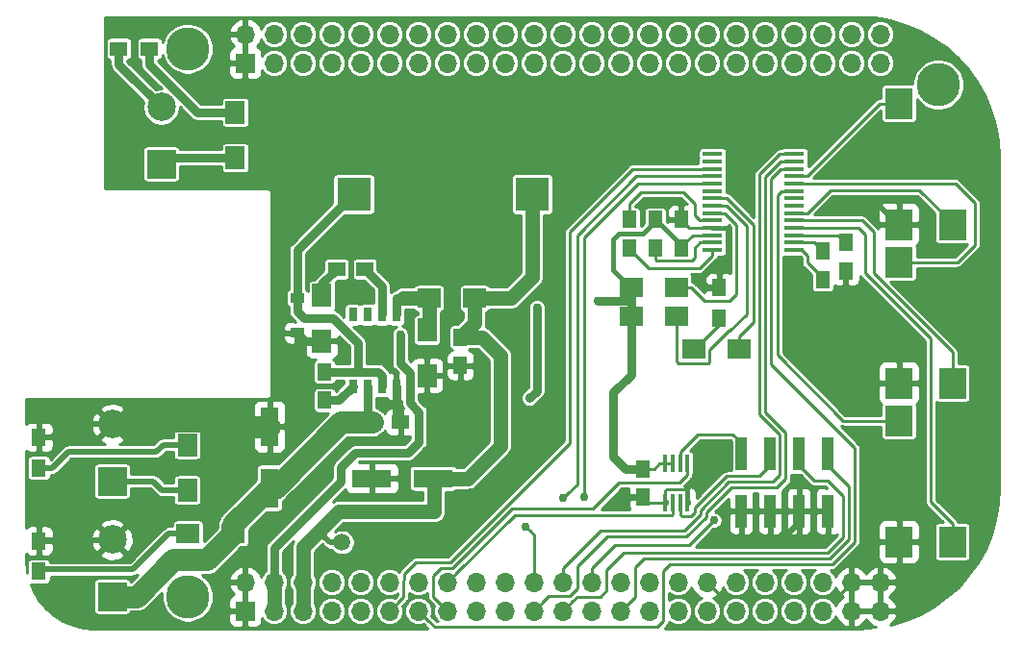
<source format=gtl>
G04 #@! TF.GenerationSoftware,KiCad,Pcbnew,(6.0.0-rc1-dev-159-g1e43773)*
G04 #@! TF.CreationDate,2018-07-25T22:10:03-05:00*
G04 #@! TF.ProjectId,bbb_alien_harness,6262625F616C69656E5F6861726E6573,rev?*
G04 #@! TF.SameCoordinates,Original*
G04 #@! TF.FileFunction,Copper,L1,Top,Signal*
G04 #@! TF.FilePolarity,Positive*
%FSLAX46Y46*%
G04 Gerber Fmt 4.6, Leading zero omitted, Abs format (unit mm)*
G04 Created by KiCad (PCBNEW (6.0.0-rc1-dev-159-g1e43773)) date Wed Jul 25 22:10:03 2018*
%MOMM*%
%LPD*%
G01*
G04 APERTURE LIST*
G04 #@! TA.AperFunction,SMDPad,CuDef*
%ADD10R,1.700000X2.000000*%
G04 #@! TD*
G04 #@! TA.AperFunction,SMDPad,CuDef*
%ADD11R,2.387600X2.692400*%
G04 #@! TD*
G04 #@! TA.AperFunction,SMDPad,CuDef*
%ADD12R,1.200000X0.850000*%
G04 #@! TD*
G04 #@! TA.AperFunction,SMDPad,CuDef*
%ADD13R,1.750000X0.450000*%
G04 #@! TD*
G04 #@! TA.AperFunction,SMDPad,CuDef*
%ADD14R,1.500000X1.300000*%
G04 #@! TD*
G04 #@! TA.AperFunction,ComponentPad*
%ADD15R,1.700000X1.700000*%
G04 #@! TD*
G04 #@! TA.AperFunction,ComponentPad*
%ADD16O,1.700000X1.700000*%
G04 #@! TD*
G04 #@! TA.AperFunction,ComponentPad*
%ADD17C,2.500000*%
G04 #@! TD*
G04 #@! TA.AperFunction,ComponentPad*
%ADD18R,2.500000X2.500000*%
G04 #@! TD*
G04 #@! TA.AperFunction,SMDPad,CuDef*
%ADD19R,2.000000X1.700000*%
G04 #@! TD*
G04 #@! TA.AperFunction,SMDPad,CuDef*
%ADD20R,3.500000X1.600000*%
G04 #@! TD*
G04 #@! TA.AperFunction,SMDPad,CuDef*
%ADD21R,1.000000X3.000000*%
G04 #@! TD*
G04 #@! TA.AperFunction,BGAPad,CuDef*
%ADD22C,1.500000*%
G04 #@! TD*
G04 #@! TA.AperFunction,SMDPad,CuDef*
%ADD23R,1.600000X3.500000*%
G04 #@! TD*
G04 #@! TA.AperFunction,SMDPad,CuDef*
%ADD24R,1.500000X1.250000*%
G04 #@! TD*
G04 #@! TA.AperFunction,SMDPad,CuDef*
%ADD25R,1.250000X1.500000*%
G04 #@! TD*
G04 #@! TA.AperFunction,ComponentPad*
%ADD26R,1.205000X1.550000*%
G04 #@! TD*
G04 #@! TA.AperFunction,SMDPad,CuDef*
%ADD27R,0.300000X1.600000*%
G04 #@! TD*
G04 #@! TA.AperFunction,SMDPad,CuDef*
%ADD28R,1.300000X1.500000*%
G04 #@! TD*
G04 #@! TA.AperFunction,SMDPad,CuDef*
%ADD29R,2.997200X2.895600*%
G04 #@! TD*
G04 #@! TA.AperFunction,SMDPad,CuDef*
%ADD30R,0.800000X1.300000*%
G04 #@! TD*
G04 #@! TA.AperFunction,ViaPad*
%ADD31C,3.810000*%
G04 #@! TD*
G04 #@! TA.AperFunction,ViaPad*
%ADD32C,0.762000*%
G04 #@! TD*
G04 #@! TA.AperFunction,Conductor*
%ADD33C,0.254000*%
G04 #@! TD*
G04 #@! TA.AperFunction,Conductor*
%ADD34C,0.508000*%
G04 #@! TD*
G04 #@! TA.AperFunction,Conductor*
%ADD35C,0.381000*%
G04 #@! TD*
G04 #@! TA.AperFunction,Conductor*
%ADD36C,1.270000*%
G04 #@! TD*
G04 #@! TA.AperFunction,Conductor*
%ADD37C,0.762000*%
G04 #@! TD*
G04 #@! TA.AperFunction,Conductor*
%ADD38C,1.905000*%
G04 #@! TD*
G04 APERTURE END LIST*
D10*
G04 #@! TO.P,R4,2*
G04 #@! TO.N,Net-(D2-Pad2)*
X90780967Y-110445800D03*
G04 #@! TO.P,R4,1*
G04 #@! TO.N,/POWER SENSE/OUT1*
X90780967Y-114445800D03*
G04 #@! TD*
D11*
G04 #@! TO.P,U2,3*
G04 #@! TO.N,GND*
X153390600Y-105029000D03*
G04 #@! TO.P,U2,2*
G04 #@! TO.N,/SERIAL/RS232_TX2*
X153390600Y-94361000D03*
G04 #@! TO.P,U2,1*
G04 #@! TO.N,/SERIAL/RS232_RX2*
X158089600Y-105029000D03*
G04 #@! TD*
D12*
G04 #@! TO.P,D6,1*
G04 #@! TO.N,Net-(C3-Pad2)*
X100458367Y-97535000D03*
G04 #@! TO.P,D6,2*
G04 #@! TO.N,GND*
X100458367Y-100585000D03*
G04 #@! TD*
D13*
G04 #@! TO.P,U6,28*
G04 #@! TO.N,Net-(C12-Pad1)*
X136989000Y-93302800D03*
G04 #@! TO.P,U6,27*
G04 #@! TO.N,Net-(C11-Pad1)*
X136989000Y-92652800D03*
G04 #@! TO.P,U6,26*
G04 #@! TO.N,+3V3*
X136989000Y-92002800D03*
G04 #@! TO.P,U6,25*
G04 #@! TO.N,GND*
X136989000Y-91352800D03*
G04 #@! TO.P,U6,24*
G04 #@! TO.N,Net-(C12-Pad2)*
X136989000Y-90702800D03*
G04 #@! TO.P,U6,23*
G04 #@! TO.N,Net-(R16-Pad2)*
X136989000Y-90052800D03*
G04 #@! TO.P,U6,22*
G04 #@! TO.N,Net-(R17-Pad2)*
X136989000Y-89402800D03*
G04 #@! TO.P,U6,21*
G04 #@! TO.N,Net-(R15-Pad2)*
X136989000Y-88752800D03*
G04 #@! TO.P,U6,20*
G04 #@! TO.N,Net-(U6-Pad20)*
X136989000Y-88102800D03*
G04 #@! TO.P,U6,19*
G04 #@! TO.N,UART1_RXD*
X136989000Y-87452800D03*
G04 #@! TO.P,U6,18*
G04 #@! TO.N,UART2_RXD*
X136989000Y-86802800D03*
G04 #@! TO.P,U6,17*
G04 #@! TO.N,UART4_RXD*
X136989000Y-86152800D03*
G04 #@! TO.P,U6,16*
G04 #@! TO.N,Net-(U6-Pad16)*
X136989000Y-85502800D03*
G04 #@! TO.P,U6,15*
G04 #@! TO.N,Net-(U6-Pad15)*
X136989000Y-84852800D03*
G04 #@! TO.P,U6,14*
G04 #@! TO.N,UART1_TXD*
X144189000Y-84852800D03*
G04 #@! TO.P,U6,13*
G04 #@! TO.N,UART2_TXD*
X144189000Y-85502800D03*
G04 #@! TO.P,U6,12*
G04 #@! TO.N,UART4_TXD*
X144189000Y-86152800D03*
G04 #@! TO.P,U6,11*
G04 #@! TO.N,/SERIAL/RS232_TX3*
X144189000Y-86802800D03*
G04 #@! TO.P,U6,10*
G04 #@! TO.N,/SERIAL/RS232_TX2*
X144189000Y-87452800D03*
G04 #@! TO.P,U6,9*
G04 #@! TO.N,/SERIAL/RS232_TX1*
X144189000Y-88102800D03*
G04 #@! TO.P,U6,8*
G04 #@! TO.N,Net-(U6-Pad8)*
X144189000Y-88752800D03*
G04 #@! TO.P,U6,7*
G04 #@! TO.N,Net-(U6-Pad7)*
X144189000Y-89402800D03*
G04 #@! TO.P,U6,6*
G04 #@! TO.N,/SERIAL/RS232_RX3*
X144189000Y-90052800D03*
G04 #@! TO.P,U6,5*
G04 #@! TO.N,/SERIAL/RS232_RX2*
X144189000Y-90702800D03*
G04 #@! TO.P,U6,4*
G04 #@! TO.N,/SERIAL/RS232_RX1*
X144189000Y-91352800D03*
G04 #@! TO.P,U6,3*
G04 #@! TO.N,Net-(C8-Pad2)*
X144189000Y-92002800D03*
G04 #@! TO.P,U6,2*
G04 #@! TO.N,Net-(C9-Pad2)*
X144189000Y-92652800D03*
G04 #@! TO.P,U6,1*
G04 #@! TO.N,Net-(C9-Pad1)*
X144189000Y-93302800D03*
G04 #@! TD*
D14*
G04 #@! TO.P,D3,1*
G04 #@! TO.N,/SOLENOID DRIVER/S-*
X84757367Y-75565000D03*
G04 #@! TO.P,D3,2*
G04 #@! TO.N,Net-(D3-Pad2)*
X87457367Y-75565000D03*
G04 #@! TD*
D15*
G04 #@! TO.P,P4,1*
G04 #@! TO.N,GND*
X95885000Y-125095000D03*
D16*
G04 #@! TO.P,P4,2*
X95885000Y-122555000D03*
G04 #@! TO.P,P4,3*
G04 #@! TO.N,+3V3*
X98425000Y-125095000D03*
G04 #@! TO.P,P4,4*
X98425000Y-122555000D03*
G04 #@! TO.P,P4,5*
G04 #@! TO.N,5V_REG*
X100965000Y-125095000D03*
G04 #@! TO.P,P4,6*
X100965000Y-122555000D03*
G04 #@! TO.P,P4,7*
G04 #@! TO.N,Net-(P4-Pad7)*
X103505000Y-125095000D03*
G04 #@! TO.P,P4,8*
G04 #@! TO.N,Net-(P4-Pad8)*
X103505000Y-122555000D03*
G04 #@! TO.P,P4,9*
G04 #@! TO.N,Net-(P4-Pad9)*
X106045000Y-125095000D03*
G04 #@! TO.P,P4,10*
G04 #@! TO.N,Net-(P4-Pad10)*
X106045000Y-122555000D03*
G04 #@! TO.P,P4,11*
G04 #@! TO.N,UART4_RXD*
X108585000Y-125095000D03*
G04 #@! TO.P,P4,12*
G04 #@! TO.N,GPIO1_28*
X108585000Y-122555000D03*
G04 #@! TO.P,P4,13*
G04 #@! TO.N,UART4_TXD*
X111125000Y-125095000D03*
G04 #@! TO.P,P4,14*
G04 #@! TO.N,EHRPWM1A*
X111125000Y-122555000D03*
G04 #@! TO.P,P4,15*
G04 #@! TO.N,GPIO1_16*
X113665000Y-125095000D03*
G04 #@! TO.P,P4,16*
G04 #@! TO.N,EHRPWM1B*
X113665000Y-122555000D03*
G04 #@! TO.P,P4,17*
G04 #@! TO.N,I2C1_SCL*
X116205000Y-125095000D03*
G04 #@! TO.P,P4,18*
G04 #@! TO.N,I2C1_SDA*
X116205000Y-122555000D03*
G04 #@! TO.P,P4,19*
G04 #@! TO.N,I2C2_SCL*
X118745000Y-125095000D03*
G04 #@! TO.P,P4,20*
G04 #@! TO.N,I2C2_SDA*
X118745000Y-122555000D03*
G04 #@! TO.P,P4,21*
G04 #@! TO.N,UART2_TXD*
X121285000Y-125095000D03*
G04 #@! TO.P,P4,22*
G04 #@! TO.N,UART2_RXD*
X121285000Y-122555000D03*
G04 #@! TO.P,P4,23*
G04 #@! TO.N,GPIO1_17*
X123825000Y-125095000D03*
G04 #@! TO.P,P4,24*
G04 #@! TO.N,UART1_TXD*
X123825000Y-122555000D03*
G04 #@! TO.P,P4,25*
G04 #@! TO.N,Net-(P4-Pad25)*
X126365000Y-125095000D03*
G04 #@! TO.P,P4,26*
G04 #@! TO.N,UART1_RXD*
X126365000Y-122555000D03*
G04 #@! TO.P,P4,27*
G04 #@! TO.N,GPIO3_19*
X128905000Y-125095000D03*
G04 #@! TO.P,P4,28*
G04 #@! TO.N,SPI1_CS0*
X128905000Y-122555000D03*
G04 #@! TO.P,P4,29*
G04 #@! TO.N,SPI1_D0*
X131445000Y-125095000D03*
G04 #@! TO.P,P4,30*
G04 #@! TO.N,SPI1_D1*
X131445000Y-122555000D03*
G04 #@! TO.P,P4,31*
G04 #@! TO.N,SPI1_SCLK*
X133985000Y-125095000D03*
G04 #@! TO.P,P4,32*
G04 #@! TO.N,VADC*
X133985000Y-122555000D03*
G04 #@! TO.P,P4,33*
G04 #@! TO.N,AIN4*
X136525000Y-125095000D03*
G04 #@! TO.P,P4,34*
G04 #@! TO.N,GND*
X136525000Y-122555000D03*
G04 #@! TO.P,P4,35*
G04 #@! TO.N,AIN6*
X139065000Y-125095000D03*
G04 #@! TO.P,P4,36*
G04 #@! TO.N,AIN5*
X139065000Y-122555000D03*
G04 #@! TO.P,P4,37*
G04 #@! TO.N,AIN2*
X141605000Y-125095000D03*
G04 #@! TO.P,P4,38*
G04 #@! TO.N,AIN3*
X141605000Y-122555000D03*
G04 #@! TO.P,P4,39*
G04 #@! TO.N,AIN0*
X144145000Y-125095000D03*
G04 #@! TO.P,P4,40*
G04 #@! TO.N,AIN1*
X144145000Y-122555000D03*
G04 #@! TO.P,P4,41*
G04 #@! TO.N,CLKOUT2&GPIO3_20*
X146685000Y-125095000D03*
G04 #@! TO.P,P4,42*
G04 #@! TO.N,GPIO0_7&GPIO3_18*
X146685000Y-122555000D03*
G04 #@! TO.P,P4,43*
G04 #@! TO.N,GND*
X149225000Y-125095000D03*
G04 #@! TO.P,P4,44*
X149225000Y-122555000D03*
G04 #@! TO.P,P4,45*
X151765000Y-125095000D03*
G04 #@! TO.P,P4,46*
X151765000Y-122555000D03*
G04 #@! TD*
G04 #@! TO.P,P3,46*
G04 #@! TO.N,GPIO2_7*
X151765000Y-74295000D03*
G04 #@! TO.P,P3,45*
G04 #@! TO.N,GPIO2_6*
X151765000Y-76835000D03*
G04 #@! TO.P,P3,44*
G04 #@! TO.N,GPIO2_9*
X149225000Y-74295000D03*
G04 #@! TO.P,P3,43*
G04 #@! TO.N,GPIO2_8*
X149225000Y-76835000D03*
G04 #@! TO.P,P3,42*
G04 #@! TO.N,GPIO2_11*
X146685000Y-74295000D03*
G04 #@! TO.P,P3,41*
G04 #@! TO.N,GPIO2_10*
X146685000Y-76835000D03*
G04 #@! TO.P,P3,40*
G04 #@! TO.N,GPIO2_13*
X144145000Y-74295000D03*
G04 #@! TO.P,P3,39*
G04 #@! TO.N,GPIO2_12*
X144145000Y-76835000D03*
G04 #@! TO.P,P3,38*
G04 #@! TO.N,UART5_RXD*
X141605000Y-74295000D03*
G04 #@! TO.P,P3,37*
G04 #@! TO.N,UART5_TXD*
X141605000Y-76835000D03*
G04 #@! TO.P,P3,36*
G04 #@! TO.N,UART3_CTSN*
X139065000Y-74295000D03*
G04 #@! TO.P,P3,35*
G04 #@! TO.N,UART4_CTSN*
X139065000Y-76835000D03*
G04 #@! TO.P,P3,34*
G04 #@! TO.N,UART3_RTSN*
X136525000Y-74295000D03*
G04 #@! TO.P,P3,33*
G04 #@! TO.N,UART4_RTSN*
X136525000Y-76835000D03*
G04 #@! TO.P,P3,32*
G04 #@! TO.N,UART5_RTSN*
X133985000Y-74295000D03*
G04 #@! TO.P,P3,31*
G04 #@! TO.N,UART5_CTSN*
X133985000Y-76835000D03*
G04 #@! TO.P,P3,30*
G04 #@! TO.N,GPIO2_25*
X131445000Y-74295000D03*
G04 #@! TO.P,P3,29*
G04 #@! TO.N,GPIO2_23*
X131445000Y-76835000D03*
G04 #@! TO.P,P3,28*
G04 #@! TO.N,GPIO2_24*
X128905000Y-74295000D03*
G04 #@! TO.P,P3,27*
G04 #@! TO.N,GPIO2_22*
X128905000Y-76835000D03*
G04 #@! TO.P,P3,26*
G04 #@! TO.N,GPIO1_29*
X126365000Y-74295000D03*
G04 #@! TO.P,P3,25*
G04 #@! TO.N,GPIO1_0*
X126365000Y-76835000D03*
G04 #@! TO.P,P3,24*
G04 #@! TO.N,GPIO1_1*
X123825000Y-74295000D03*
G04 #@! TO.P,P3,23*
G04 #@! TO.N,GPIO1_4*
X123825000Y-76835000D03*
G04 #@! TO.P,P3,22*
G04 #@! TO.N,GPIO1_5*
X121285000Y-74295000D03*
G04 #@! TO.P,P3,21*
G04 #@! TO.N,GPIO1_30*
X121285000Y-76835000D03*
G04 #@! TO.P,P3,20*
G04 #@! TO.N,GPIO1_31*
X118745000Y-74295000D03*
G04 #@! TO.P,P3,19*
G04 #@! TO.N,EHRPWM2A*
X118745000Y-76835000D03*
G04 #@! TO.P,P3,18*
G04 #@! TO.N,GPIO2_1*
X116205000Y-74295000D03*
G04 #@! TO.P,P3,17*
G04 #@! TO.N,GPIO0_27*
X116205000Y-76835000D03*
G04 #@! TO.P,P3,16*
G04 #@! TO.N,GPIO1_14*
X113665000Y-74295000D03*
G04 #@! TO.P,P3,15*
G04 #@! TO.N,GPIO1_15*
X113665000Y-76835000D03*
G04 #@! TO.P,P3,14*
G04 #@! TO.N,GPIO0_26*
X111125000Y-74295000D03*
G04 #@! TO.P,P3,13*
G04 #@! TO.N,EHRPWM2B*
X111125000Y-76835000D03*
G04 #@! TO.P,P3,12*
G04 #@! TO.N,GPIO1_12*
X108585000Y-74295000D03*
G04 #@! TO.P,P3,11*
G04 #@! TO.N,GPIO1_13*
X108585000Y-76835000D03*
G04 #@! TO.P,P3,10*
G04 #@! TO.N,TIMER6*
X106045000Y-74295000D03*
G04 #@! TO.P,P3,9*
G04 #@! TO.N,TIMER5*
X106045000Y-76835000D03*
G04 #@! TO.P,P3,8*
G04 #@! TO.N,TIMER7*
X103505000Y-74295000D03*
G04 #@! TO.P,P3,7*
G04 #@! TO.N,TIMER4*
X103505000Y-76835000D03*
G04 #@! TO.P,P3,6*
G04 #@! TO.N,GPIO1_3*
X100965000Y-74295000D03*
G04 #@! TO.P,P3,5*
G04 #@! TO.N,GPIO1_2*
X100965000Y-76835000D03*
G04 #@! TO.P,P3,4*
G04 #@! TO.N,GPIO1_7*
X98425000Y-74295000D03*
G04 #@! TO.P,P3,3*
G04 #@! TO.N,GPIO_1_6*
X98425000Y-76835000D03*
G04 #@! TO.P,P3,2*
G04 #@! TO.N,GND*
X95885000Y-74295000D03*
D15*
G04 #@! TO.P,P3,1*
X95885000Y-76835000D03*
G04 #@! TD*
D17*
G04 #@! TO.P,PWR1,2*
G04 #@! TO.N,GND*
X84175600Y-118825000D03*
D18*
G04 #@! TO.P,PWR1,1*
G04 #@! TO.N,+24V*
X84175600Y-123825000D03*
G04 #@! TD*
G04 #@! TO.P,P2,1*
G04 #@! TO.N,/SOLENOID DRIVER/S+*
X88493600Y-85725000D03*
D17*
G04 #@! TO.P,P2,2*
G04 #@! TO.N,/SOLENOID DRIVER/S-*
X88493600Y-80725000D03*
G04 #@! TD*
G04 #@! TO.P,P1,2*
G04 #@! TO.N,GND*
X84175600Y-108665000D03*
D18*
G04 #@! TO.P,P1,1*
G04 #@! TO.N,/POWER SENSE/OUT1*
X84175600Y-113665000D03*
G04 #@! TD*
D19*
G04 #@! TO.P,R8,1*
G04 #@! TO.N,5V_REG*
X116047367Y-97536000D03*
G04 #@! TO.P,R8,2*
G04 #@! TO.N,Net-(R7-Pad1)*
X112047367Y-97536000D03*
G04 #@! TD*
D20*
G04 #@! TO.P,C5,2*
G04 #@! TO.N,GND*
X107029367Y-113411000D03*
G04 #@! TO.P,C5,1*
G04 #@! TO.N,5V_REG*
X112429367Y-113411000D03*
G04 #@! TD*
D21*
G04 #@! TO.P,P5,8*
G04 #@! TO.N,GND*
X147130159Y-116310947D03*
G04 #@! TO.P,P5,7*
G04 #@! TO.N,GPIO3_19*
X147130159Y-111270947D03*
G04 #@! TO.P,P5,6*
G04 #@! TO.N,GND*
X144590159Y-116310947D03*
G04 #@! TO.P,P5,5*
G04 #@! TO.N,GPIO1_17*
X144590159Y-111270947D03*
G04 #@! TO.P,P5,4*
G04 #@! TO.N,GND*
X142050159Y-116310947D03*
G04 #@! TO.P,P5,3*
G04 #@! TO.N,Net-(P5-Pad3)*
X142050159Y-111270947D03*
G04 #@! TO.P,P5,2*
G04 #@! TO.N,GND*
X139510159Y-116310947D03*
G04 #@! TO.P,P5,1*
G04 #@! TO.N,Net-(P5-Pad1)*
X139510159Y-111270947D03*
G04 #@! TD*
D22*
G04 #@! TO.P,MP5,1*
G04 #@! TO.N,5V_REG*
X104395367Y-119049800D03*
G04 #@! TD*
D23*
G04 #@! TO.P,C1,2*
G04 #@! TO.N,GND*
X98019967Y-108856800D03*
G04 #@! TO.P,C1,1*
G04 #@! TO.N,+24V*
X98019967Y-114256800D03*
G04 #@! TD*
D24*
G04 #@! TO.P,C4,1*
G04 #@! TO.N,Net-(C4-Pad1)*
X106407367Y-94996000D03*
G04 #@! TO.P,C4,2*
G04 #@! TO.N,Net-(C4-Pad2)*
X103907367Y-94996000D03*
G04 #@! TD*
D25*
G04 #@! TO.P,C6,2*
G04 #@! TO.N,GND*
X114809367Y-103485000D03*
G04 #@! TO.P,C6,1*
G04 #@! TO.N,5V_REG*
X114809367Y-100985000D03*
G04 #@! TD*
G04 #@! TO.P,C8,2*
G04 #@! TO.N,Net-(C8-Pad2)*
X148717000Y-92653800D03*
G04 #@! TO.P,C8,1*
G04 #@! TO.N,GND*
X148717000Y-95153800D03*
G04 #@! TD*
G04 #@! TO.P,C9,1*
G04 #@! TO.N,Net-(C9-Pad1)*
X146685000Y-95915800D03*
G04 #@! TO.P,C9,2*
G04 #@! TO.N,Net-(C9-Pad2)*
X146685000Y-93415800D03*
G04 #@! TD*
G04 #@! TO.P,C3,2*
G04 #@! TO.N,Net-(C3-Pad2)*
X102871367Y-104033000D03*
G04 #@! TO.P,C3,1*
G04 #@! TO.N,Net-(C3-Pad1)*
X102871367Y-106533000D03*
G04 #@! TD*
D24*
G04 #@! TO.P,C2,1*
G04 #@! TO.N,+24V*
X107033793Y-108458000D03*
G04 #@! TO.P,C2,2*
G04 #@! TO.N,GND*
X109533793Y-108458000D03*
G04 #@! TD*
D25*
G04 #@! TO.P,C10,2*
G04 #@! TO.N,+3V3*
X134239000Y-93121800D03*
G04 #@! TO.P,C10,1*
G04 #@! TO.N,GND*
X134239000Y-90621800D03*
G04 #@! TD*
G04 #@! TO.P,C11,1*
G04 #@! TO.N,Net-(C11-Pad1)*
X131953000Y-93121800D03*
G04 #@! TO.P,C11,2*
G04 #@! TO.N,+3V3*
X131953000Y-90621800D03*
G04 #@! TD*
G04 #@! TO.P,C20,1*
G04 #@! TO.N,+3V3*
X130897995Y-112583408D03*
G04 #@! TO.P,C20,2*
G04 #@! TO.N,GND*
X130897995Y-115083408D03*
G04 #@! TD*
G04 #@! TO.P,C12,2*
G04 #@! TO.N,Net-(C12-Pad2)*
X129667000Y-90621800D03*
G04 #@! TO.P,C12,1*
G04 #@! TO.N,Net-(C12-Pad1)*
X129667000Y-93121800D03*
G04 #@! TD*
D26*
G04 #@! TO.P,U7,9*
G04 #@! TO.N,GND*
X105225100Y-82664000D03*
X105225100Y-84214000D03*
X104020100Y-82664000D03*
X104020100Y-84214000D03*
G04 #@! TD*
D27*
G04 #@! TO.P,U13,8*
G04 #@! TO.N,+3V3*
X132843995Y-112133408D03*
G04 #@! TO.P,U13,7*
X133493995Y-112133408D03*
G04 #@! TO.P,U13,6*
G04 #@! TO.N,Net-(P5-Pad1)*
X134143995Y-112133408D03*
G04 #@! TO.P,U13,5*
G04 #@! TO.N,GPIO1_16*
X134793995Y-112133408D03*
G04 #@! TO.P,U13,4*
G04 #@! TO.N,GND*
X134793995Y-115533408D03*
G04 #@! TO.P,U13,3*
G04 #@! TO.N,Net-(P5-Pad3)*
X134143995Y-115533408D03*
G04 #@! TO.P,U13,2*
G04 #@! TO.N,EHRPWM1B*
X133493995Y-115533408D03*
G04 #@! TO.P,U13,1*
G04 #@! TO.N,GND*
X132843995Y-115533408D03*
G04 #@! TD*
D28*
G04 #@! TO.P,D7,2*
G04 #@! TO.N,Net-(D7-Pad2)*
X137567767Y-99317800D03*
G04 #@! TO.P,D7,1*
G04 #@! TO.N,GND*
X137567767Y-96617800D03*
G04 #@! TD*
G04 #@! TO.P,D2,1*
G04 #@! TO.N,GND*
X77725367Y-109800400D03*
G04 #@! TO.P,D2,2*
G04 #@! TO.N,Net-(D2-Pad2)*
X77725367Y-112500400D03*
G04 #@! TD*
G04 #@! TO.P,D1,2*
G04 #@! TO.N,Net-(D1-Pad2)*
X77725367Y-121619000D03*
G04 #@! TO.P,D1,1*
G04 #@! TO.N,GND*
X77725367Y-118919000D03*
G04 #@! TD*
D10*
G04 #@! TO.P,R7,1*
G04 #@! TO.N,Net-(R7-Pad1)*
X111888367Y-100362000D03*
G04 #@! TO.P,R7,2*
G04 #@! TO.N,GND*
X111888367Y-104362000D03*
G04 #@! TD*
G04 #@! TO.P,R6,2*
G04 #@! TO.N,GND*
X102617367Y-101314000D03*
G04 #@! TO.P,R6,1*
G04 #@! TO.N,Net-(C4-Pad2)*
X102617367Y-97314000D03*
G04 #@! TD*
G04 #@! TO.P,R5,1*
G04 #@! TO.N,/SOLENOID DRIVER/S+*
X94997367Y-85185000D03*
G04 #@! TO.P,R5,2*
G04 #@! TO.N,Net-(D3-Pad2)*
X94997367Y-81185000D03*
G04 #@! TD*
D19*
G04 #@! TO.P,R1,2*
G04 #@! TO.N,Net-(D1-Pad2)*
X90838367Y-118262400D03*
G04 #@! TO.P,R1,1*
G04 #@! TO.N,+24V*
X94838367Y-118262400D03*
G04 #@! TD*
G04 #@! TO.P,R16,2*
G04 #@! TO.N,Net-(R16-Pad2)*
X133826000Y-96570800D03*
G04 #@! TO.P,R16,1*
G04 #@! TO.N,+3V3*
X129826000Y-96570800D03*
G04 #@! TD*
G04 #@! TO.P,R17,2*
G04 #@! TO.N,Net-(R17-Pad2)*
X133826000Y-99110800D03*
G04 #@! TO.P,R17,1*
G04 #@! TO.N,+3V3*
X129826000Y-99110800D03*
G04 #@! TD*
G04 #@! TO.P,R15,1*
G04 #@! TO.N,Net-(D7-Pad2)*
X135313767Y-102031800D03*
G04 #@! TO.P,R15,2*
G04 #@! TO.N,Net-(R15-Pad2)*
X139313767Y-102031800D03*
G04 #@! TD*
D29*
G04 #@! TO.P,L1,2*
G04 #@! TO.N,5V_REG*
X121133967Y-88392000D03*
G04 #@! TO.P,L1,1*
G04 #@! TO.N,Net-(C3-Pad2)*
X105436767Y-88392000D03*
G04 #@! TD*
D11*
G04 #@! TO.P,U1,1*
G04 #@! TO.N,/SERIAL/RS232_RX1*
X158089600Y-118999000D03*
G04 #@! TO.P,U1,2*
G04 #@! TO.N,/SERIAL/RS232_TX1*
X153390600Y-108331000D03*
G04 #@! TO.P,U1,3*
G04 #@! TO.N,GND*
X153390600Y-118999000D03*
G04 #@! TD*
G04 #@! TO.P,U3,1*
G04 #@! TO.N,/SERIAL/RS232_RX3*
X158089600Y-91059000D03*
G04 #@! TO.P,U3,2*
G04 #@! TO.N,/SERIAL/RS232_TX3*
X153390600Y-80391000D03*
G04 #@! TO.P,U3,3*
G04 #@! TO.N,GND*
X153390600Y-91059000D03*
G04 #@! TD*
D30*
G04 #@! TO.P,U4,8*
G04 #@! TO.N,Net-(U4-Pad8)*
X105357794Y-99005961D03*
G04 #@! TO.P,U4,7*
G04 #@! TO.N,Net-(U4-Pad7)*
X106637794Y-99005961D03*
G04 #@! TO.P,U4,6*
G04 #@! TO.N,Net-(C4-Pad1)*
X107897794Y-99005961D03*
G04 #@! TO.P,U4,5*
G04 #@! TO.N,Net-(R7-Pad1)*
X109167794Y-99005961D03*
G04 #@! TO.P,U4,4*
G04 #@! TO.N,GND*
X109167794Y-105305961D03*
G04 #@! TO.P,U4,3*
G04 #@! TO.N,Net-(C3-Pad2)*
X107897794Y-105305961D03*
G04 #@! TO.P,U4,2*
G04 #@! TO.N,+24V*
X106637794Y-105305961D03*
G04 #@! TO.P,U4,1*
G04 #@! TO.N,Net-(C3-Pad1)*
X105357794Y-105305961D03*
G04 #@! TD*
D31*
G04 #@! TO.N,*
X90805000Y-123825000D03*
X90805000Y-75565000D03*
X156845000Y-78740000D03*
D32*
G04 #@! TO.N,+3V3*
X128271367Y-107416600D03*
X120879967Y-106375200D03*
X121540367Y-98374200D03*
X109500767Y-100736400D03*
X126899767Y-97815400D03*
G04 #@! TO.N,GND*
X143638367Y-118313200D03*
X129033367Y-115366800D03*
X122200767Y-107772200D03*
X135840567Y-95910400D03*
X151232967Y-89001600D03*
X101347367Y-86995000D03*
X102617367Y-86995000D03*
X104649367Y-86106000D03*
X105665367Y-86106000D03*
X103633367Y-86106000D03*
X103633367Y-80645000D03*
X104649367Y-80645000D03*
X105665367Y-80645000D03*
X103633367Y-79629000D03*
X104649367Y-79629000D03*
X105665367Y-79629000D03*
X102617367Y-79629000D03*
X106681367Y-79629000D03*
G04 #@! TO.N,UART1_RXD*
X125731367Y-115087400D03*
X137110567Y-117119400D03*
G04 #@! TO.N,UART2_RXD*
X120549767Y-117678200D03*
X123851767Y-115138200D03*
G04 #@! TD*
D33*
G04 #@! TO.N,+3V3*
X134239000Y-92996800D02*
X134239000Y-93121800D01*
X135233000Y-92002800D02*
X134239000Y-92996800D01*
X136989000Y-92002800D02*
X135233000Y-92002800D01*
X134239000Y-93032800D02*
X134239000Y-93121800D01*
X131953000Y-90621800D02*
X131953000Y-90746800D01*
X133493995Y-112133408D02*
X132843995Y-112133408D01*
X132292159Y-112133408D02*
X132843995Y-112133408D01*
X131842159Y-112583408D02*
X132292159Y-112133408D01*
X130897995Y-112583408D02*
X131842159Y-112583408D01*
D34*
X129826000Y-96570800D02*
X129676000Y-96570800D01*
D35*
X128220567Y-95115367D02*
X129676000Y-96570800D01*
X130853400Y-91846400D02*
X128767298Y-91846400D01*
X131953000Y-90746800D02*
X130853400Y-91846400D01*
X128767298Y-91846400D02*
X128220567Y-92393131D01*
X128220567Y-92393131D02*
X128220567Y-95115367D01*
X134239000Y-92907800D02*
X131953000Y-90621800D01*
X134239000Y-93121800D02*
X134239000Y-92907800D01*
D34*
X130897995Y-112583408D02*
X130897995Y-112380028D01*
D36*
X98425000Y-125095000D02*
X98425000Y-122555000D01*
D37*
X129826000Y-96570800D02*
X129826000Y-97790000D01*
X129826000Y-97790000D02*
X129826000Y-99110800D01*
X129826000Y-99110800D02*
X129826000Y-104312567D01*
X129826000Y-104312567D02*
X128271367Y-105867200D01*
X128271367Y-105867200D02*
X128271367Y-107416600D01*
X129348775Y-112583408D02*
X130897995Y-112583408D01*
X128271367Y-111506000D02*
X129348775Y-112583408D01*
X128271367Y-107416600D02*
X128271367Y-111506000D01*
X121540367Y-105714800D02*
X121540367Y-98374200D01*
X120879967Y-106375200D02*
X121540367Y-105714800D01*
X98425000Y-119559167D02*
X98425000Y-122555000D01*
X110389766Y-106795971D02*
X111177167Y-107583372D01*
X110389766Y-104139999D02*
X110389766Y-106795971D01*
X109500767Y-103251000D02*
X110389766Y-104139999D01*
X111177167Y-110210600D02*
X110211967Y-111175800D01*
X104319167Y-112428198D02*
X104319167Y-113665000D01*
X111177167Y-107583372D02*
X111177167Y-110210600D01*
X110211967Y-111175800D02*
X105571565Y-111175800D01*
X105571565Y-111175800D02*
X104319167Y-112428198D01*
X109500767Y-100736400D02*
X109500767Y-103251000D01*
X104319167Y-113665000D02*
X98425000Y-119559167D01*
X127463982Y-97790000D02*
X129826000Y-97790000D01*
X127438582Y-97815400D02*
X127463982Y-97790000D01*
X126899767Y-97815400D02*
X127438582Y-97815400D01*
G04 #@! TO.N,Net-(C4-Pad1)*
X107897794Y-96486427D02*
X106407367Y-94996000D01*
X107897794Y-99005961D02*
X107897794Y-96486427D01*
D33*
G04 #@! TO.N,GND*
X134970000Y-91352800D02*
X134239000Y-90621800D01*
X136989000Y-91352800D02*
X134970000Y-91352800D01*
D37*
X109167794Y-108092001D02*
X109533793Y-108458000D01*
X109167794Y-105305961D02*
X109167794Y-108092001D01*
D33*
X138245001Y-94936566D02*
X137567767Y-95613800D01*
X137567767Y-95613800D02*
X137567767Y-96617800D01*
X138245001Y-91479801D02*
X138245001Y-94936566D01*
X138118000Y-91352800D02*
X138245001Y-91479801D01*
X136989000Y-91352800D02*
X138118000Y-91352800D01*
X131347995Y-115533408D02*
X130897995Y-115083408D01*
X132843995Y-115533408D02*
X131347995Y-115533408D01*
D37*
X101187367Y-101314000D02*
X100458367Y-100585000D01*
X102617367Y-101314000D02*
X101187367Y-101314000D01*
D33*
X134793995Y-114479408D02*
X134793995Y-115533408D01*
X134666994Y-114352407D02*
X134793995Y-114479408D01*
X132970996Y-114352407D02*
X134666994Y-114352407D01*
X132843995Y-114479408D02*
X132970996Y-114352407D01*
X132843995Y-115533408D02*
X132843995Y-114479408D01*
X148375001Y-123404999D02*
X149225000Y-122555000D01*
X147916001Y-123863999D02*
X148375001Y-123404999D01*
X137833999Y-123863999D02*
X147916001Y-123863999D01*
X136525000Y-122555000D02*
X137833999Y-123863999D01*
D34*
X144590159Y-117361408D02*
X143638367Y-118313200D01*
X144590159Y-116310947D02*
X144590159Y-117361408D01*
X129316759Y-115083408D02*
X129033367Y-115366800D01*
X130897995Y-115083408D02*
X129316759Y-115083408D01*
X136547967Y-96617800D02*
X135840567Y-95910400D01*
X137567767Y-96617800D02*
X136547967Y-96617800D01*
X153290367Y-91059000D02*
X151232967Y-89001600D01*
X153390600Y-91059000D02*
X153290367Y-91059000D01*
X80018767Y-108665000D02*
X84175600Y-108665000D01*
X78883367Y-109800400D02*
X80018767Y-108665000D01*
X77725367Y-109800400D02*
X78883367Y-109800400D01*
D38*
X95314967Y-108856800D02*
X98019967Y-108856800D01*
X94799066Y-108340899D02*
X95314967Y-108856800D01*
X86267467Y-108340899D02*
X94799066Y-108340899D01*
X85943366Y-108665000D02*
X86267467Y-108340899D01*
X84175600Y-108665000D02*
X85943366Y-108665000D01*
D34*
X84128600Y-118872000D02*
X84175600Y-118825000D01*
X77932367Y-118872000D02*
X84128600Y-118872000D01*
X77725367Y-118665000D02*
X77932367Y-118872000D01*
D37*
G04 #@! TO.N,Net-(C3-Pad2)*
X107897794Y-104372959D02*
X107897794Y-105305961D01*
X107545795Y-104020960D02*
X107897794Y-104372959D01*
X104258367Y-104033000D02*
X104270407Y-104020960D01*
X102871367Y-104033000D02*
X104258367Y-104033000D01*
X105766967Y-104020960D02*
X107545795Y-104020960D01*
X104270407Y-104020960D02*
X105766967Y-104020960D01*
X105385967Y-88392000D02*
X105436767Y-88392000D01*
X100458367Y-93319600D02*
X105385967Y-88392000D01*
X100458367Y-97535000D02*
X100458367Y-93319600D01*
X105766967Y-101470598D02*
X105766967Y-104020960D01*
X100458367Y-97535000D02*
X100458367Y-98722000D01*
X101075767Y-99339400D02*
X103635769Y-99339400D01*
X103635769Y-99339400D02*
X105766967Y-101470598D01*
X100458367Y-98722000D02*
X101075767Y-99339400D01*
D36*
G04 #@! TO.N,+24V*
X84175600Y-123825000D02*
X84932367Y-123825000D01*
D37*
X106637794Y-108062001D02*
X107033793Y-108458000D01*
X106637794Y-105305961D02*
X106637794Y-108062001D01*
D38*
X94838367Y-117438400D02*
X98019967Y-114256800D01*
X94838367Y-118262400D02*
X94838367Y-117438400D01*
X104293767Y-108458000D02*
X107033793Y-108458000D01*
X98494967Y-114256800D02*
X104293767Y-108458000D01*
X98019967Y-114256800D02*
X98494967Y-114256800D01*
X89576146Y-120599200D02*
X92501567Y-120599200D01*
X86350346Y-123825000D02*
X89576146Y-120599200D01*
X92501567Y-120599200D02*
X94838367Y-118262400D01*
X84175600Y-123825000D02*
X86350346Y-123825000D01*
D37*
G04 #@! TO.N,Net-(C3-Pad1)*
X104130755Y-106533000D02*
X105357794Y-105305961D01*
X102871367Y-106533000D02*
X104130755Y-106533000D01*
G04 #@! TO.N,/SOLENOID DRIVER/S+*
X89033600Y-85185000D02*
X88493600Y-85725000D01*
X94997367Y-85185000D02*
X89033600Y-85185000D01*
G04 #@! TO.N,/SOLENOID DRIVER/S-*
X84757367Y-76988767D02*
X88493600Y-80725000D01*
X84757367Y-75565000D02*
X84757367Y-76988767D01*
D36*
G04 #@! TO.N,5V_REG*
X116704367Y-100985000D02*
X114809367Y-100985000D01*
X118317367Y-102598000D02*
X116704367Y-100985000D01*
X118317367Y-110543000D02*
X118317367Y-102598000D01*
X115449367Y-113411000D02*
X118317367Y-110543000D01*
X112429367Y-113411000D02*
X115449367Y-113411000D01*
X116047367Y-99747000D02*
X114809367Y-100985000D01*
X116047367Y-97536000D02*
X116047367Y-99747000D01*
X121133967Y-88392000D02*
X121133967Y-95656400D01*
X119254367Y-97536000D02*
X116047367Y-97536000D01*
X121133967Y-95656400D02*
X119254367Y-97536000D01*
X100991767Y-119456200D02*
X100991767Y-122528233D01*
X112429367Y-113411000D02*
X112523367Y-113505000D01*
X112523367Y-113505000D02*
X112523367Y-116332000D01*
X100991767Y-122528233D02*
X100965000Y-122555000D01*
X112523367Y-116332000D02*
X104115967Y-116332000D01*
D34*
X102871367Y-118586460D02*
X102871367Y-117576600D01*
X103334707Y-119049800D02*
X102871367Y-118586460D01*
X104395367Y-119049800D02*
X103334707Y-119049800D01*
D36*
X104115967Y-116332000D02*
X102871367Y-117576600D01*
X102871367Y-117576600D02*
X100991767Y-119456200D01*
X100965000Y-122555000D02*
X100965000Y-125095000D01*
D33*
G04 #@! TO.N,GPIO3_19*
X141022167Y-120472221D02*
X141293123Y-120472221D01*
X147130159Y-112270947D02*
X148997756Y-114138544D01*
X148997756Y-114138544D02*
X148997756Y-118803047D01*
X148997756Y-118803047D02*
X147328582Y-120472221D01*
X147328582Y-120472221D02*
X141022167Y-120472221D01*
X147130159Y-111270947D02*
X147130159Y-112270947D01*
X130164605Y-121271362D02*
X130963746Y-120472221D01*
X130164605Y-123835395D02*
X130164605Y-121271362D01*
X130963746Y-120472221D02*
X141022167Y-120472221D01*
X128905000Y-125095000D02*
X130164605Y-123835395D01*
G04 #@! TO.N,GPIO1_17*
X141082698Y-119964210D02*
X140717367Y-119964210D01*
X147093814Y-113588800D02*
X148489745Y-114984731D01*
X148489745Y-118592622D02*
X147118157Y-119964210D01*
X145908012Y-113588800D02*
X147093814Y-113588800D01*
X140811742Y-119964210D02*
X140717367Y-119964210D01*
X147118157Y-119964210D02*
X140811742Y-119964210D01*
X144590159Y-111270947D02*
X144590159Y-112270947D01*
X144590159Y-112270947D02*
X145908012Y-113588800D01*
X148489745Y-114984731D02*
X148489745Y-118592622D01*
X124675317Y-124245001D02*
X124674999Y-124245001D01*
X125095318Y-123825000D02*
X124675317Y-124245001D01*
X127128367Y-123825000D02*
X125095318Y-123825000D01*
X140717367Y-119964210D02*
X129185757Y-119964210D01*
X129185757Y-119964210D02*
X127673999Y-121475968D01*
X124674999Y-124245001D02*
X123825000Y-125095000D01*
X127673999Y-121475968D02*
X127673999Y-123279368D01*
X127673999Y-123279368D02*
X127128367Y-123825000D01*
G04 #@! TO.N,Net-(P5-Pad3)*
X141087906Y-113233200D02*
X138222247Y-113233200D01*
X138222247Y-113233200D02*
X135442729Y-116012718D01*
X135442729Y-116012718D02*
X135442729Y-116374238D01*
X135102558Y-116714409D02*
X134270996Y-116714409D01*
X135442729Y-116374238D02*
X135102558Y-116714409D01*
X134270996Y-116714409D02*
X134143995Y-116587408D01*
X142050159Y-111270947D02*
X142050159Y-112270947D01*
X134143995Y-116587408D02*
X134143995Y-115533408D01*
X142050159Y-112270947D02*
X141087906Y-113233200D01*
G04 #@! TO.N,Net-(P5-Pad1)*
X139510159Y-110270947D02*
X139510159Y-111270947D01*
X138756159Y-109516947D02*
X139510159Y-110270947D01*
X135706456Y-109516947D02*
X138756159Y-109516947D01*
X134143995Y-111079408D02*
X135706456Y-109516947D01*
X134143995Y-112133408D02*
X134143995Y-111079408D01*
G04 #@! TO.N,Net-(R17-Pad2)*
X139980767Y-98990602D02*
X138522568Y-100448801D01*
X136618568Y-103262801D02*
X134008966Y-103262801D01*
X139980767Y-91190329D02*
X139980767Y-98990602D01*
X136989000Y-89402800D02*
X138193238Y-89402800D01*
X138193238Y-89402800D02*
X139980767Y-91190329D01*
X138522568Y-100448801D02*
X138360964Y-100448801D01*
X138360964Y-100448801D02*
X136694768Y-102114997D01*
X133826000Y-103079835D02*
X133826000Y-100214800D01*
X136694768Y-102114997D02*
X136694768Y-103186601D01*
X136694768Y-103186601D02*
X136618568Y-103262801D01*
X133826000Y-100214800D02*
X133826000Y-99110800D01*
X134008966Y-103262801D02*
X133826000Y-103079835D01*
G04 #@! TO.N,Net-(R16-Pad2)*
X138078331Y-90052800D02*
X139091767Y-91066236D01*
X135080000Y-96570800D02*
X133826000Y-96570800D01*
X136258001Y-97748801D02*
X135080000Y-96570800D01*
X138522568Y-97748801D02*
X136258001Y-97748801D01*
X139091767Y-97179602D02*
X138522568Y-97748801D01*
X136989000Y-90052800D02*
X138078331Y-90052800D01*
X139091767Y-91066236D02*
X139091767Y-97179602D01*
D34*
G04 #@! TO.N,Net-(D1-Pad2)*
X89129967Y-118262400D02*
X90838367Y-118262400D01*
X85980367Y-121412000D02*
X89129967Y-118262400D01*
X77772367Y-121412000D02*
X85980367Y-121412000D01*
X77725367Y-121365000D02*
X77772367Y-121412000D01*
G04 #@! TO.N,Net-(D2-Pad2)*
X77725367Y-112500400D02*
X78883367Y-112500400D01*
X78883367Y-112500400D02*
X80309567Y-111074200D01*
X88666167Y-110445800D02*
X90780967Y-110445800D01*
X80309567Y-111074200D02*
X88037767Y-111074200D01*
X88037767Y-111074200D02*
X88666167Y-110445800D01*
D37*
G04 #@! TO.N,Net-(C4-Pad2)*
X102617367Y-96286000D02*
X103907367Y-94996000D01*
X102617367Y-97314000D02*
X102617367Y-96286000D01*
D33*
G04 #@! TO.N,Net-(D7-Pad2)*
X135463767Y-102031800D02*
X137567767Y-99927800D01*
X137567767Y-99927800D02*
X137567767Y-99317800D01*
X135313767Y-102031800D02*
X135463767Y-102031800D01*
G04 #@! TO.N,UART1_RXD*
X126365000Y-122555000D02*
X126227599Y-122555000D01*
X125731367Y-114548585D02*
X125731367Y-115087400D01*
X125731367Y-92176600D02*
X125731367Y-114548585D01*
X130455167Y-87452800D02*
X125731367Y-92176600D01*
X136989000Y-87452800D02*
X130455167Y-87452800D01*
X126365000Y-121352919D02*
X128414119Y-119303800D01*
X136856568Y-117373399D02*
X137110567Y-117119400D01*
X134926167Y-119303800D02*
X136856568Y-117373399D01*
X126365000Y-122555000D02*
X126365000Y-121352919D01*
X128414119Y-119303800D02*
X134926167Y-119303800D01*
G04 #@! TO.N,UART1_TXD*
X135950742Y-116223141D02*
X135950740Y-116584663D01*
X142265697Y-113741211D02*
X138432672Y-113741211D01*
X142931159Y-109594064D02*
X142931159Y-113075749D01*
X123825000Y-121352919D02*
X123825000Y-122555000D01*
X142931159Y-113075749D02*
X142265697Y-113741211D01*
X142916326Y-84852800D02*
X141123745Y-86645381D01*
X141123746Y-107786651D02*
X142931159Y-109594064D01*
X127118708Y-118059211D02*
X123825000Y-121352919D01*
X135950740Y-116584663D02*
X134476192Y-118059211D01*
X138432672Y-113741211D02*
X135950742Y-116223141D01*
X144189000Y-84852800D02*
X142916326Y-84852800D01*
X134476192Y-118059211D02*
X127118708Y-118059211D01*
X141123745Y-86645381D02*
X141123746Y-107786651D01*
G04 #@! TO.N,UART2_RXD*
X121285000Y-122555000D02*
X121285000Y-118413433D01*
X120930766Y-118059199D02*
X120549767Y-117678200D01*
X121285000Y-118413433D02*
X120930766Y-118059199D01*
X136989000Y-86802800D02*
X130266967Y-86802800D01*
X130266967Y-86802800D02*
X125070967Y-91998800D01*
X124232766Y-114757201D02*
X123851767Y-115138200D01*
X125070967Y-113919000D02*
X124232766Y-114757201D01*
X125070967Y-91998800D02*
X125070967Y-113919000D01*
G04 #@! TO.N,UART2_TXD*
X136458751Y-116795088D02*
X134686617Y-118567222D01*
X144189000Y-85502800D02*
X142984762Y-85502800D01*
X143439170Y-109383639D02*
X143439170Y-113483199D01*
X125133999Y-123067883D02*
X124415881Y-123786001D01*
X142984762Y-85502800D02*
X141631756Y-86855806D01*
X143439170Y-113483199D02*
X142673147Y-114249222D01*
X122134999Y-124245001D02*
X121285000Y-125095000D01*
X142673147Y-114249222D02*
X138643097Y-114249222D01*
X141631756Y-107576225D02*
X143439170Y-109383639D01*
X136458752Y-116433567D02*
X136458751Y-116795088D01*
X124415881Y-123786001D02*
X122593999Y-123786001D01*
X122593999Y-123786001D02*
X122134999Y-124245001D01*
X141631756Y-86855806D02*
X141631756Y-107576225D01*
X134686617Y-118567222D02*
X127737945Y-118567222D01*
X127737945Y-118567222D02*
X125133999Y-121171168D01*
X125133999Y-121171168D02*
X125133999Y-123067883D01*
X138643097Y-114249222D02*
X136458752Y-116433567D01*
G04 #@! TO.N,EHRPWM1B*
X133493995Y-115533408D02*
X133493995Y-116587408D01*
X114514999Y-121705001D02*
X113665000Y-122555000D01*
X133493995Y-116587408D02*
X133444604Y-116636799D01*
X133444604Y-116636799D02*
X119583201Y-116636799D01*
X119583201Y-116636799D02*
X114514999Y-121705001D01*
G04 #@! TO.N,GPIO1_16*
X119337815Y-116103388D02*
X126493379Y-116103388D01*
X134793995Y-113110972D02*
X134793995Y-112133408D01*
X113074119Y-121323999D02*
X114117204Y-121323999D01*
X126493379Y-116103388D02*
X128779367Y-113817400D01*
X112433999Y-121964119D02*
X113074119Y-121323999D01*
X113665000Y-125095000D02*
X112433999Y-123863999D01*
X112433999Y-123863999D02*
X112433999Y-121964119D01*
X134087567Y-113817400D02*
X134793995Y-113110972D01*
X128779367Y-113817400D02*
X134087567Y-113817400D01*
X114117204Y-121323999D02*
X119337815Y-116103388D01*
G04 #@! TO.N,UART4_TXD*
X111974999Y-125944999D02*
X111125000Y-125095000D01*
X112547400Y-126517400D02*
X111974999Y-125944999D01*
X132157567Y-126517400D02*
X112547400Y-126517400D01*
X142139767Y-103378000D02*
X149505767Y-110744000D01*
X142139767Y-87066231D02*
X142139767Y-103378000D01*
X132676001Y-121579366D02*
X132676001Y-125998966D01*
X144189000Y-86196799D02*
X143009199Y-86196799D01*
X149505767Y-110744000D02*
X149505767Y-119013472D01*
X149505767Y-119013472D02*
X147513639Y-121005600D01*
X143009199Y-86196799D02*
X142139767Y-87066231D01*
X147513639Y-121005600D02*
X133249767Y-121005600D01*
X133249767Y-121005600D02*
X132676001Y-121579366D01*
X132676001Y-125998966D02*
X132157567Y-126517400D01*
G04 #@! TO.N,UART4_RXD*
X109434999Y-124245001D02*
X108585000Y-125095000D01*
X109893999Y-122314168D02*
X109816001Y-122392166D01*
X109816001Y-122392166D02*
X109816001Y-123863999D01*
X109893999Y-121806168D02*
X109893999Y-122314168D01*
X110884179Y-120815988D02*
X109893999Y-121806168D01*
X109816001Y-123863999D02*
X109434999Y-124245001D01*
X136989000Y-86152800D02*
X129977167Y-86152800D01*
X124435967Y-91694000D02*
X124435967Y-110286800D01*
X129977167Y-86152800D02*
X124435967Y-91694000D01*
X113906779Y-120815988D02*
X110884179Y-120815988D01*
X124435967Y-110286800D02*
X113906779Y-120815988D01*
G04 #@! TO.N,Net-(C12-Pad1)*
X135851000Y-94919800D02*
X131340000Y-94919800D01*
X136989000Y-93781800D02*
X135851000Y-94919800D01*
X131340000Y-94919800D02*
X129667000Y-93246800D01*
X129667000Y-93246800D02*
X129667000Y-93121800D01*
X136989000Y-93302800D02*
X136989000Y-93781800D01*
G04 #@! TO.N,Net-(C11-Pad1)*
X135408767Y-93104033D02*
X135860000Y-92652800D01*
X135408767Y-94012835D02*
X135408767Y-93104033D01*
X131953000Y-93121800D02*
X131953000Y-94125800D01*
X132080001Y-94252801D02*
X135168801Y-94252801D01*
X135860000Y-92652800D02*
X136989000Y-92652800D01*
X135168801Y-94252801D02*
X135408767Y-94012835D01*
X131953000Y-94125800D02*
X132080001Y-94252801D01*
G04 #@! TO.N,Net-(C12-Pad2)*
X129667000Y-89231567D02*
X129667000Y-90621800D01*
X130709767Y-88188800D02*
X129667000Y-89231567D01*
X134392767Y-88188800D02*
X130709767Y-88188800D01*
X136989000Y-90702800D02*
X135860000Y-90702800D01*
X135408767Y-90251567D02*
X135408767Y-89204800D01*
X135860000Y-90702800D02*
X135408767Y-90251567D01*
X135408767Y-89204800D02*
X134392767Y-88188800D01*
G04 #@! TO.N,Net-(C8-Pad2)*
X148066000Y-92002800D02*
X148717000Y-92653800D01*
X144189000Y-92002800D02*
X148066000Y-92002800D01*
G04 #@! TO.N,Net-(C9-Pad2)*
X145922000Y-92652800D02*
X146685000Y-93415800D01*
X144189000Y-92652800D02*
X145922000Y-92652800D01*
G04 #@! TO.N,Net-(C9-Pad1)*
X144189000Y-93302800D02*
X144839000Y-93302800D01*
X145318000Y-93781800D02*
X145318000Y-94423800D01*
X144839000Y-93302800D02*
X145318000Y-93781800D01*
X145318000Y-94423800D02*
X146685000Y-95790800D01*
X146685000Y-95790800D02*
X146685000Y-95915800D01*
G04 #@! TO.N,/SERIAL/RS232_RX3*
X145318000Y-90052800D02*
X144189000Y-90052800D01*
X145324802Y-90052800D02*
X145318000Y-90052800D01*
X158089600Y-90906600D02*
X155194000Y-88011000D01*
X155194000Y-88011000D02*
X147366602Y-88011000D01*
X158089600Y-91059000D02*
X158089600Y-90906600D01*
X147366602Y-88011000D02*
X145324802Y-90052800D01*
G04 #@! TO.N,/SERIAL/RS232_TX3*
X145318000Y-86802800D02*
X144189000Y-86802800D01*
X151729800Y-80391000D02*
X153390600Y-80391000D01*
X145318000Y-86802800D02*
X151729800Y-80391000D01*
G04 #@! TO.N,/SERIAL/RS232_TX2*
X154838400Y-94361000D02*
X153390600Y-94361000D01*
X158548167Y-94361000D02*
X154838400Y-94361000D01*
X144189000Y-87452800D02*
X158345567Y-87452800D01*
X158345567Y-87452800D02*
X160046767Y-89154000D01*
X160046767Y-89154000D02*
X160046767Y-92862400D01*
X160046767Y-92862400D02*
X158548167Y-94361000D01*
G04 #@! TO.N,/SERIAL/RS232_RX2*
X145318000Y-90702800D02*
X144189000Y-90702800D01*
X150140167Y-90702800D02*
X145318000Y-90702800D01*
X151156767Y-95352969D02*
X151156767Y-91719400D01*
X158089600Y-102285802D02*
X151156767Y-95352969D01*
X158089600Y-105029000D02*
X158089600Y-102285802D01*
X151156767Y-91719400D02*
X150140167Y-90702800D01*
G04 #@! TO.N,/SERIAL/RS232_RX1*
X145318000Y-91352800D02*
X144189000Y-91352800D01*
X150445567Y-95360205D02*
X150445567Y-91973400D01*
X149824967Y-91352800D02*
X145318000Y-91352800D01*
X158089600Y-118999000D02*
X158089600Y-117398800D01*
X156185967Y-101100605D02*
X150445567Y-95360205D01*
X150445567Y-91973400D02*
X149824967Y-91352800D01*
X158089600Y-117398800D02*
X156185967Y-115495167D01*
X156185967Y-115495167D02*
X156185967Y-101100605D01*
G04 #@! TO.N,/SERIAL/RS232_TX1*
X143060000Y-88102800D02*
X144189000Y-88102800D01*
X153390600Y-108331000D02*
X148464367Y-108331000D01*
X148464367Y-108331000D02*
X142698567Y-102565200D01*
X142698567Y-102565200D02*
X142698567Y-88464233D01*
X142698567Y-88464233D02*
X143060000Y-88102800D01*
D36*
G04 #@! TO.N,Net-(R7-Pad1)*
X112047367Y-100203000D02*
X111888367Y-100362000D01*
X112047367Y-97536000D02*
X112047367Y-100203000D01*
X112047367Y-97536000D02*
X109777367Y-97536000D01*
D37*
X109225755Y-97536000D02*
X109777367Y-97536000D01*
X109167794Y-97593961D02*
X109225755Y-97536000D01*
X109167794Y-99005961D02*
X109167794Y-97593961D01*
D34*
G04 #@! TO.N,/POWER SENSE/OUT1*
X88564567Y-114445800D02*
X90780967Y-114445800D01*
X87783767Y-113665000D02*
X88564567Y-114445800D01*
X84175600Y-113665000D02*
X87783767Y-113665000D01*
D33*
G04 #@! TO.N,Net-(R15-Pad2)*
X140567767Y-99673800D02*
X140567767Y-91058893D01*
X138261674Y-88752800D02*
X138118000Y-88752800D01*
X139313767Y-102031800D02*
X139313767Y-100927800D01*
X139313767Y-100927800D02*
X140567767Y-99673800D01*
X138118000Y-88752800D02*
X136989000Y-88752800D01*
X140567767Y-91058893D02*
X138261674Y-88752800D01*
D37*
G04 #@! TO.N,Net-(D3-Pad2)*
X93385367Y-81185000D02*
X94997367Y-81185000D01*
X91665367Y-81185000D02*
X93385367Y-81185000D01*
X87457367Y-76977000D02*
X91665367Y-81185000D01*
X87457367Y-75565000D02*
X87457367Y-76977000D01*
G04 #@! TD*
D33*
G04 #@! TO.N,GND*
G36*
X151234342Y-72849628D02*
X152590216Y-73078957D01*
X153912066Y-73457992D01*
X155183419Y-73982006D01*
X156388454Y-74644479D01*
X157512127Y-75437144D01*
X158540438Y-76350122D01*
X159460575Y-77372036D01*
X160261066Y-78490149D01*
X160931930Y-79690520D01*
X161464815Y-80958202D01*
X161853068Y-82277374D01*
X162091855Y-83631597D01*
X162178830Y-85014017D01*
X162179098Y-85091046D01*
X162179097Y-114289321D01*
X162101739Y-115672975D01*
X161872410Y-117028849D01*
X161493378Y-118350691D01*
X160969359Y-119622055D01*
X160306888Y-120827087D01*
X159514223Y-121950760D01*
X158601245Y-122979071D01*
X157579330Y-123899208D01*
X156461217Y-124699699D01*
X155260847Y-125370563D01*
X153993165Y-125903448D01*
X152673998Y-126291700D01*
X152619511Y-126301307D01*
X152765269Y-126192588D01*
X152960178Y-125976355D01*
X153109157Y-125726252D01*
X153206481Y-125451891D01*
X153085814Y-125222000D01*
X151892000Y-125222000D01*
X151892000Y-125242000D01*
X151638000Y-125242000D01*
X151638000Y-125222000D01*
X149352000Y-125222000D01*
X149352000Y-126415155D01*
X149581890Y-126536476D01*
X149729099Y-126491825D01*
X149991920Y-126366641D01*
X150225269Y-126192588D01*
X150420178Y-125976355D01*
X150495000Y-125850745D01*
X150569822Y-125976355D01*
X150764731Y-126192588D01*
X150998080Y-126366641D01*
X151260901Y-126491825D01*
X151363149Y-126522839D01*
X151319770Y-126530488D01*
X149937350Y-126617463D01*
X149860609Y-126617730D01*
X132775657Y-126617730D01*
X133017571Y-126375817D01*
X133036949Y-126359914D01*
X133060875Y-126330760D01*
X133100430Y-126282562D01*
X133147601Y-126194311D01*
X133148124Y-126192588D01*
X133176650Y-126098551D01*
X133183436Y-126029648D01*
X133297784Y-126123491D01*
X133511637Y-126237798D01*
X133743682Y-126308188D01*
X133924528Y-126326000D01*
X134045472Y-126326000D01*
X134226318Y-126308188D01*
X134458363Y-126237798D01*
X134672216Y-126123491D01*
X134859660Y-125969660D01*
X135013491Y-125782216D01*
X135127798Y-125568363D01*
X135198188Y-125336318D01*
X135221956Y-125095000D01*
X135198188Y-124853682D01*
X135127798Y-124621637D01*
X135013491Y-124407784D01*
X134859660Y-124220340D01*
X134672216Y-124066509D01*
X134458363Y-123952202D01*
X134226318Y-123881812D01*
X134045472Y-123864000D01*
X133924528Y-123864000D01*
X133743682Y-123881812D01*
X133511637Y-123952202D01*
X133297784Y-124066509D01*
X133184001Y-124159888D01*
X133184001Y-123490112D01*
X133297784Y-123583491D01*
X133511637Y-123697798D01*
X133743682Y-123768188D01*
X133924528Y-123786000D01*
X134045472Y-123786000D01*
X134226318Y-123768188D01*
X134458363Y-123697798D01*
X134672216Y-123583491D01*
X134859660Y-123429660D01*
X135013491Y-123242216D01*
X135126017Y-123031695D01*
X135180843Y-123186252D01*
X135329822Y-123436355D01*
X135524731Y-123652588D01*
X135758080Y-123826641D01*
X136020901Y-123951825D01*
X136040960Y-123957909D01*
X135837784Y-124066509D01*
X135650340Y-124220340D01*
X135496509Y-124407784D01*
X135382202Y-124621637D01*
X135311812Y-124853682D01*
X135288044Y-125095000D01*
X135311812Y-125336318D01*
X135382202Y-125568363D01*
X135496509Y-125782216D01*
X135650340Y-125969660D01*
X135837784Y-126123491D01*
X136051637Y-126237798D01*
X136283682Y-126308188D01*
X136464528Y-126326000D01*
X136585472Y-126326000D01*
X136766318Y-126308188D01*
X136998363Y-126237798D01*
X137212216Y-126123491D01*
X137399660Y-125969660D01*
X137553491Y-125782216D01*
X137667798Y-125568363D01*
X137738188Y-125336318D01*
X137761956Y-125095000D01*
X137828044Y-125095000D01*
X137851812Y-125336318D01*
X137922202Y-125568363D01*
X138036509Y-125782216D01*
X138190340Y-125969660D01*
X138377784Y-126123491D01*
X138591637Y-126237798D01*
X138823682Y-126308188D01*
X139004528Y-126326000D01*
X139125472Y-126326000D01*
X139306318Y-126308188D01*
X139538363Y-126237798D01*
X139752216Y-126123491D01*
X139939660Y-125969660D01*
X140093491Y-125782216D01*
X140207798Y-125568363D01*
X140278188Y-125336318D01*
X140301956Y-125095000D01*
X140368044Y-125095000D01*
X140391812Y-125336318D01*
X140462202Y-125568363D01*
X140576509Y-125782216D01*
X140730340Y-125969660D01*
X140917784Y-126123491D01*
X141131637Y-126237798D01*
X141363682Y-126308188D01*
X141544528Y-126326000D01*
X141665472Y-126326000D01*
X141846318Y-126308188D01*
X142078363Y-126237798D01*
X142292216Y-126123491D01*
X142479660Y-125969660D01*
X142633491Y-125782216D01*
X142747798Y-125568363D01*
X142818188Y-125336318D01*
X142841956Y-125095000D01*
X142908044Y-125095000D01*
X142931812Y-125336318D01*
X143002202Y-125568363D01*
X143116509Y-125782216D01*
X143270340Y-125969660D01*
X143457784Y-126123491D01*
X143671637Y-126237798D01*
X143903682Y-126308188D01*
X144084528Y-126326000D01*
X144205472Y-126326000D01*
X144386318Y-126308188D01*
X144618363Y-126237798D01*
X144832216Y-126123491D01*
X145019660Y-125969660D01*
X145173491Y-125782216D01*
X145287798Y-125568363D01*
X145358188Y-125336318D01*
X145381956Y-125095000D01*
X145358188Y-124853682D01*
X145287798Y-124621637D01*
X145173491Y-124407784D01*
X145019660Y-124220340D01*
X144832216Y-124066509D01*
X144618363Y-123952202D01*
X144386318Y-123881812D01*
X144205472Y-123864000D01*
X144084528Y-123864000D01*
X143903682Y-123881812D01*
X143671637Y-123952202D01*
X143457784Y-124066509D01*
X143270340Y-124220340D01*
X143116509Y-124407784D01*
X143002202Y-124621637D01*
X142931812Y-124853682D01*
X142908044Y-125095000D01*
X142841956Y-125095000D01*
X142818188Y-124853682D01*
X142747798Y-124621637D01*
X142633491Y-124407784D01*
X142479660Y-124220340D01*
X142292216Y-124066509D01*
X142078363Y-123952202D01*
X141846318Y-123881812D01*
X141665472Y-123864000D01*
X141544528Y-123864000D01*
X141363682Y-123881812D01*
X141131637Y-123952202D01*
X140917784Y-124066509D01*
X140730340Y-124220340D01*
X140576509Y-124407784D01*
X140462202Y-124621637D01*
X140391812Y-124853682D01*
X140368044Y-125095000D01*
X140301956Y-125095000D01*
X140278188Y-124853682D01*
X140207798Y-124621637D01*
X140093491Y-124407784D01*
X139939660Y-124220340D01*
X139752216Y-124066509D01*
X139538363Y-123952202D01*
X139306318Y-123881812D01*
X139125472Y-123864000D01*
X139004528Y-123864000D01*
X138823682Y-123881812D01*
X138591637Y-123952202D01*
X138377784Y-124066509D01*
X138190340Y-124220340D01*
X138036509Y-124407784D01*
X137922202Y-124621637D01*
X137851812Y-124853682D01*
X137828044Y-125095000D01*
X137761956Y-125095000D01*
X137738188Y-124853682D01*
X137667798Y-124621637D01*
X137553491Y-124407784D01*
X137399660Y-124220340D01*
X137212216Y-124066509D01*
X137009040Y-123957909D01*
X137029099Y-123951825D01*
X137291920Y-123826641D01*
X137525269Y-123652588D01*
X137720178Y-123436355D01*
X137869157Y-123186252D01*
X137923983Y-123031695D01*
X138036509Y-123242216D01*
X138190340Y-123429660D01*
X138377784Y-123583491D01*
X138591637Y-123697798D01*
X138823682Y-123768188D01*
X139004528Y-123786000D01*
X139125472Y-123786000D01*
X139306318Y-123768188D01*
X139538363Y-123697798D01*
X139752216Y-123583491D01*
X139939660Y-123429660D01*
X140093491Y-123242216D01*
X140207798Y-123028363D01*
X140278188Y-122796318D01*
X140301956Y-122555000D01*
X140278188Y-122313682D01*
X140207798Y-122081637D01*
X140093491Y-121867784D01*
X139939660Y-121680340D01*
X139752216Y-121526509D01*
X139728065Y-121513600D01*
X140941935Y-121513600D01*
X140917784Y-121526509D01*
X140730340Y-121680340D01*
X140576509Y-121867784D01*
X140462202Y-122081637D01*
X140391812Y-122313682D01*
X140368044Y-122555000D01*
X140391812Y-122796318D01*
X140462202Y-123028363D01*
X140576509Y-123242216D01*
X140730340Y-123429660D01*
X140917784Y-123583491D01*
X141131637Y-123697798D01*
X141363682Y-123768188D01*
X141544528Y-123786000D01*
X141665472Y-123786000D01*
X141846318Y-123768188D01*
X142078363Y-123697798D01*
X142292216Y-123583491D01*
X142479660Y-123429660D01*
X142633491Y-123242216D01*
X142747798Y-123028363D01*
X142818188Y-122796318D01*
X142841956Y-122555000D01*
X142818188Y-122313682D01*
X142747798Y-122081637D01*
X142633491Y-121867784D01*
X142479660Y-121680340D01*
X142292216Y-121526509D01*
X142268065Y-121513600D01*
X143481935Y-121513600D01*
X143457784Y-121526509D01*
X143270340Y-121680340D01*
X143116509Y-121867784D01*
X143002202Y-122081637D01*
X142931812Y-122313682D01*
X142908044Y-122555000D01*
X142931812Y-122796318D01*
X143002202Y-123028363D01*
X143116509Y-123242216D01*
X143270340Y-123429660D01*
X143457784Y-123583491D01*
X143671637Y-123697798D01*
X143903682Y-123768188D01*
X144084528Y-123786000D01*
X144205472Y-123786000D01*
X144386318Y-123768188D01*
X144618363Y-123697798D01*
X144832216Y-123583491D01*
X145019660Y-123429660D01*
X145173491Y-123242216D01*
X145287798Y-123028363D01*
X145358188Y-122796318D01*
X145381956Y-122555000D01*
X145358188Y-122313682D01*
X145287798Y-122081637D01*
X145173491Y-121867784D01*
X145019660Y-121680340D01*
X144832216Y-121526509D01*
X144808065Y-121513600D01*
X146021935Y-121513600D01*
X145997784Y-121526509D01*
X145810340Y-121680340D01*
X145656509Y-121867784D01*
X145542202Y-122081637D01*
X145471812Y-122313682D01*
X145448044Y-122555000D01*
X145471812Y-122796318D01*
X145542202Y-123028363D01*
X145656509Y-123242216D01*
X145810340Y-123429660D01*
X145997784Y-123583491D01*
X146211637Y-123697798D01*
X146443682Y-123768188D01*
X146624528Y-123786000D01*
X146745472Y-123786000D01*
X146926318Y-123768188D01*
X147158363Y-123697798D01*
X147372216Y-123583491D01*
X147559660Y-123429660D01*
X147713491Y-123242216D01*
X147826017Y-123031695D01*
X147880843Y-123186252D01*
X148029822Y-123436355D01*
X148224731Y-123652588D01*
X148455880Y-123825000D01*
X148224731Y-123997412D01*
X148029822Y-124213645D01*
X147880843Y-124463748D01*
X147826017Y-124618305D01*
X147713491Y-124407784D01*
X147559660Y-124220340D01*
X147372216Y-124066509D01*
X147158363Y-123952202D01*
X146926318Y-123881812D01*
X146745472Y-123864000D01*
X146624528Y-123864000D01*
X146443682Y-123881812D01*
X146211637Y-123952202D01*
X145997784Y-124066509D01*
X145810340Y-124220340D01*
X145656509Y-124407784D01*
X145542202Y-124621637D01*
X145471812Y-124853682D01*
X145448044Y-125095000D01*
X145471812Y-125336318D01*
X145542202Y-125568363D01*
X145656509Y-125782216D01*
X145810340Y-125969660D01*
X145997784Y-126123491D01*
X146211637Y-126237798D01*
X146443682Y-126308188D01*
X146624528Y-126326000D01*
X146745472Y-126326000D01*
X146926318Y-126308188D01*
X147158363Y-126237798D01*
X147372216Y-126123491D01*
X147559660Y-125969660D01*
X147713491Y-125782216D01*
X147826017Y-125571695D01*
X147880843Y-125726252D01*
X148029822Y-125976355D01*
X148224731Y-126192588D01*
X148458080Y-126366641D01*
X148720901Y-126491825D01*
X148868110Y-126536476D01*
X149098000Y-126415155D01*
X149098000Y-125222000D01*
X149078000Y-125222000D01*
X149078000Y-124968000D01*
X149098000Y-124968000D01*
X149098000Y-122682000D01*
X149352000Y-122682000D01*
X149352000Y-124968000D01*
X151638000Y-124968000D01*
X151638000Y-122682000D01*
X151892000Y-122682000D01*
X151892000Y-124968000D01*
X153085814Y-124968000D01*
X153206481Y-124738109D01*
X153109157Y-124463748D01*
X152960178Y-124213645D01*
X152765269Y-123997412D01*
X152534120Y-123825000D01*
X152765269Y-123652588D01*
X152960178Y-123436355D01*
X153109157Y-123186252D01*
X153206481Y-122911891D01*
X153085814Y-122682000D01*
X151892000Y-122682000D01*
X151638000Y-122682000D01*
X149352000Y-122682000D01*
X149098000Y-122682000D01*
X149078000Y-122682000D01*
X149078000Y-122428000D01*
X149098000Y-122428000D01*
X149098000Y-121234845D01*
X149352000Y-121234845D01*
X149352000Y-122428000D01*
X151638000Y-122428000D01*
X151638000Y-121234845D01*
X151892000Y-121234845D01*
X151892000Y-122428000D01*
X153085814Y-122428000D01*
X153206481Y-122198109D01*
X153109157Y-121923748D01*
X152960178Y-121673645D01*
X152765269Y-121457412D01*
X152531920Y-121283359D01*
X152269099Y-121158175D01*
X152121890Y-121113524D01*
X151892000Y-121234845D01*
X151638000Y-121234845D01*
X151408110Y-121113524D01*
X151260901Y-121158175D01*
X150998080Y-121283359D01*
X150764731Y-121457412D01*
X150569822Y-121673645D01*
X150495000Y-121799255D01*
X150420178Y-121673645D01*
X150225269Y-121457412D01*
X149991920Y-121283359D01*
X149729099Y-121158175D01*
X149581890Y-121113524D01*
X149352000Y-121234845D01*
X149098000Y-121234845D01*
X148868110Y-121113524D01*
X148720901Y-121158175D01*
X148458080Y-121283359D01*
X148224731Y-121457412D01*
X148029822Y-121673645D01*
X147880843Y-121923748D01*
X147826017Y-122078305D01*
X147713491Y-121867784D01*
X147559660Y-121680340D01*
X147372216Y-121526509D01*
X147348065Y-121513600D01*
X147488695Y-121513600D01*
X147513639Y-121516057D01*
X147538583Y-121513600D01*
X147538586Y-121513600D01*
X147613224Y-121506249D01*
X147708982Y-121477201D01*
X147797234Y-121430029D01*
X147874587Y-121366548D01*
X147890494Y-121347165D01*
X149847338Y-119390322D01*
X149866715Y-119374420D01*
X149916707Y-119313504D01*
X149930196Y-119297068D01*
X149936780Y-119284750D01*
X151561800Y-119284750D01*
X151561800Y-120407742D01*
X151586203Y-120530423D01*
X151634070Y-120645985D01*
X151703563Y-120749989D01*
X151792011Y-120838437D01*
X151896015Y-120907930D01*
X152011577Y-120955797D01*
X152134258Y-120980200D01*
X153104850Y-120980200D01*
X153263600Y-120821450D01*
X153263600Y-119126000D01*
X153517600Y-119126000D01*
X153517600Y-120821450D01*
X153676350Y-120980200D01*
X154646942Y-120980200D01*
X154769623Y-120955797D01*
X154885185Y-120907930D01*
X154989189Y-120838437D01*
X155077637Y-120749989D01*
X155147130Y-120645985D01*
X155194997Y-120530423D01*
X155219400Y-120407742D01*
X155219400Y-119284750D01*
X155060650Y-119126000D01*
X153517600Y-119126000D01*
X153263600Y-119126000D01*
X151720550Y-119126000D01*
X151561800Y-119284750D01*
X149936780Y-119284750D01*
X149977367Y-119208817D01*
X149981758Y-119194342D01*
X150006416Y-119113057D01*
X150013767Y-119038419D01*
X150013767Y-119038417D01*
X150016224Y-119013473D01*
X150013767Y-118988529D01*
X150013767Y-117590258D01*
X151561800Y-117590258D01*
X151561800Y-118713250D01*
X151720550Y-118872000D01*
X153263600Y-118872000D01*
X153263600Y-117176550D01*
X153517600Y-117176550D01*
X153517600Y-118872000D01*
X155060650Y-118872000D01*
X155219400Y-118713250D01*
X155219400Y-117590258D01*
X155194997Y-117467577D01*
X155147130Y-117352015D01*
X155077637Y-117248011D01*
X154989189Y-117159563D01*
X154885185Y-117090070D01*
X154769623Y-117042203D01*
X154646942Y-117017800D01*
X153676350Y-117017800D01*
X153517600Y-117176550D01*
X153263600Y-117176550D01*
X153104850Y-117017800D01*
X152134258Y-117017800D01*
X152011577Y-117042203D01*
X151896015Y-117090070D01*
X151792011Y-117159563D01*
X151703563Y-117248011D01*
X151634070Y-117352015D01*
X151586203Y-117467577D01*
X151561800Y-117590258D01*
X150013767Y-117590258D01*
X150013767Y-110768943D01*
X150016224Y-110743999D01*
X150013767Y-110719053D01*
X150006416Y-110644415D01*
X149977368Y-110548657D01*
X149943181Y-110484698D01*
X149930196Y-110460404D01*
X149882617Y-110402429D01*
X149866715Y-110383052D01*
X149847338Y-110367150D01*
X148288782Y-108808595D01*
X148364782Y-108831649D01*
X148439420Y-108839000D01*
X148439423Y-108839000D01*
X148464367Y-108841457D01*
X148489311Y-108839000D01*
X151813957Y-108839000D01*
X151813957Y-109677200D01*
X151821313Y-109751889D01*
X151843099Y-109823708D01*
X151878478Y-109889896D01*
X151926089Y-109947911D01*
X151984104Y-109995522D01*
X152050292Y-110030901D01*
X152122111Y-110052687D01*
X152196800Y-110060043D01*
X154584400Y-110060043D01*
X154659089Y-110052687D01*
X154730908Y-110030901D01*
X154797096Y-109995522D01*
X154855111Y-109947911D01*
X154902722Y-109889896D01*
X154938101Y-109823708D01*
X154959887Y-109751889D01*
X154967243Y-109677200D01*
X154967243Y-106984800D01*
X154959887Y-106910111D01*
X154954314Y-106891740D01*
X154989189Y-106868437D01*
X155077637Y-106779989D01*
X155147130Y-106675985D01*
X155194997Y-106560423D01*
X155219400Y-106437742D01*
X155219400Y-105314750D01*
X155060650Y-105156000D01*
X153517600Y-105156000D01*
X153517600Y-105176000D01*
X153263600Y-105176000D01*
X153263600Y-105156000D01*
X151720550Y-105156000D01*
X151561800Y-105314750D01*
X151561800Y-106437742D01*
X151586203Y-106560423D01*
X151634070Y-106675985D01*
X151703563Y-106779989D01*
X151792011Y-106868437D01*
X151826886Y-106891740D01*
X151821313Y-106910111D01*
X151813957Y-106984800D01*
X151813957Y-107823000D01*
X148674787Y-107823000D01*
X144472045Y-103620258D01*
X151561800Y-103620258D01*
X151561800Y-104743250D01*
X151720550Y-104902000D01*
X153263600Y-104902000D01*
X153263600Y-103206550D01*
X153517600Y-103206550D01*
X153517600Y-104902000D01*
X155060650Y-104902000D01*
X155219400Y-104743250D01*
X155219400Y-103620258D01*
X155194997Y-103497577D01*
X155147130Y-103382015D01*
X155077637Y-103278011D01*
X154989189Y-103189563D01*
X154885185Y-103120070D01*
X154769623Y-103072203D01*
X154646942Y-103047800D01*
X153676350Y-103047800D01*
X153517600Y-103206550D01*
X153263600Y-103206550D01*
X153104850Y-103047800D01*
X152134258Y-103047800D01*
X152011577Y-103072203D01*
X151896015Y-103120070D01*
X151792011Y-103189563D01*
X151703563Y-103278011D01*
X151634070Y-103382015D01*
X151586203Y-103497577D01*
X151561800Y-103620258D01*
X144472045Y-103620258D01*
X143206567Y-102354780D01*
X143206567Y-93893354D01*
X143239311Y-93903287D01*
X143314000Y-93910643D01*
X144728422Y-93910643D01*
X144810000Y-93992221D01*
X144810001Y-94398846D01*
X144807543Y-94423800D01*
X144814593Y-94495371D01*
X144817352Y-94523385D01*
X144822783Y-94541287D01*
X144846400Y-94619143D01*
X144893571Y-94707395D01*
X144939417Y-94763258D01*
X144957053Y-94784748D01*
X144976430Y-94800650D01*
X145677157Y-95501378D01*
X145677157Y-96665800D01*
X145684513Y-96740489D01*
X145706299Y-96812308D01*
X145741678Y-96878496D01*
X145789289Y-96936511D01*
X145847304Y-96984122D01*
X145913492Y-97019501D01*
X145985311Y-97041287D01*
X146060000Y-97048643D01*
X147310000Y-97048643D01*
X147384689Y-97041287D01*
X147456508Y-97019501D01*
X147522696Y-96984122D01*
X147580711Y-96936511D01*
X147628322Y-96878496D01*
X147663701Y-96812308D01*
X147685487Y-96740489D01*
X147692843Y-96665800D01*
X147692843Y-96400800D01*
X147791215Y-96466530D01*
X147906777Y-96514397D01*
X148029458Y-96538800D01*
X148431250Y-96538800D01*
X148590000Y-96380050D01*
X148590000Y-95280800D01*
X148570000Y-95280800D01*
X148570000Y-95026800D01*
X148590000Y-95026800D01*
X148590000Y-95006800D01*
X148844000Y-95006800D01*
X148844000Y-95026800D01*
X148864000Y-95026800D01*
X148864000Y-95280800D01*
X148844000Y-95280800D01*
X148844000Y-96380050D01*
X149002750Y-96538800D01*
X149404542Y-96538800D01*
X149527223Y-96514397D01*
X149642785Y-96466530D01*
X149746789Y-96397037D01*
X149835237Y-96308589D01*
X149904730Y-96204585D01*
X149952597Y-96089023D01*
X149977000Y-95966342D01*
X149977000Y-95561223D01*
X150021138Y-95643800D01*
X150084619Y-95721153D01*
X150104002Y-95737060D01*
X155677968Y-101311026D01*
X155677967Y-115470223D01*
X155675510Y-115495167D01*
X155677967Y-115520111D01*
X155677967Y-115520113D01*
X155685318Y-115594751D01*
X155714366Y-115690509D01*
X155761538Y-115778762D01*
X155825019Y-115856115D01*
X155844402Y-115872022D01*
X157242337Y-117269957D01*
X156895800Y-117269957D01*
X156821111Y-117277313D01*
X156749292Y-117299099D01*
X156683104Y-117334478D01*
X156625089Y-117382089D01*
X156577478Y-117440104D01*
X156542099Y-117506292D01*
X156520313Y-117578111D01*
X156512957Y-117652800D01*
X156512957Y-120345200D01*
X156520313Y-120419889D01*
X156542099Y-120491708D01*
X156577478Y-120557896D01*
X156625089Y-120615911D01*
X156683104Y-120663522D01*
X156749292Y-120698901D01*
X156821111Y-120720687D01*
X156895800Y-120728043D01*
X159283400Y-120728043D01*
X159358089Y-120720687D01*
X159429908Y-120698901D01*
X159496096Y-120663522D01*
X159554111Y-120615911D01*
X159601722Y-120557896D01*
X159637101Y-120491708D01*
X159658887Y-120419889D01*
X159666243Y-120345200D01*
X159666243Y-117652800D01*
X159658887Y-117578111D01*
X159637101Y-117506292D01*
X159601722Y-117440104D01*
X159554111Y-117382089D01*
X159496096Y-117334478D01*
X159429908Y-117299099D01*
X159358089Y-117277313D01*
X159283400Y-117269957D01*
X158581374Y-117269957D01*
X158561201Y-117203457D01*
X158514029Y-117115205D01*
X158450548Y-117037852D01*
X158431165Y-117021945D01*
X156693967Y-115284747D01*
X156693967Y-106699329D01*
X156749292Y-106728901D01*
X156821111Y-106750687D01*
X156895800Y-106758043D01*
X159283400Y-106758043D01*
X159358089Y-106750687D01*
X159429908Y-106728901D01*
X159496096Y-106693522D01*
X159554111Y-106645911D01*
X159601722Y-106587896D01*
X159637101Y-106521708D01*
X159658887Y-106449889D01*
X159666243Y-106375200D01*
X159666243Y-103682800D01*
X159658887Y-103608111D01*
X159637101Y-103536292D01*
X159601722Y-103470104D01*
X159554111Y-103412089D01*
X159496096Y-103364478D01*
X159429908Y-103329099D01*
X159358089Y-103307313D01*
X159283400Y-103299957D01*
X158597600Y-103299957D01*
X158597600Y-102310745D01*
X158600057Y-102285801D01*
X158597600Y-102260855D01*
X158590249Y-102186217D01*
X158561201Y-102090459D01*
X158560261Y-102088701D01*
X158514029Y-102002206D01*
X158466450Y-101944231D01*
X158450548Y-101924854D01*
X158431171Y-101908952D01*
X152612261Y-96090043D01*
X154584400Y-96090043D01*
X154659089Y-96082687D01*
X154730908Y-96060901D01*
X154797096Y-96025522D01*
X154855111Y-95977911D01*
X154902722Y-95919896D01*
X154938101Y-95853708D01*
X154959887Y-95781889D01*
X154967243Y-95707200D01*
X154967243Y-94869000D01*
X158523223Y-94869000D01*
X158548167Y-94871457D01*
X158573111Y-94869000D01*
X158573114Y-94869000D01*
X158647752Y-94861649D01*
X158743510Y-94832601D01*
X158831762Y-94785429D01*
X158909115Y-94721948D01*
X158925022Y-94702565D01*
X160388338Y-93239250D01*
X160407715Y-93223348D01*
X160426391Y-93200590D01*
X160471196Y-93145996D01*
X160518367Y-93057745D01*
X160518368Y-93057743D01*
X160547416Y-92961985D01*
X160554767Y-92887347D01*
X160554767Y-92887345D01*
X160557224Y-92862401D01*
X160554767Y-92837457D01*
X160554767Y-89178943D01*
X160557224Y-89153999D01*
X160554767Y-89129053D01*
X160547416Y-89054415D01*
X160518368Y-88958657D01*
X160488165Y-88902151D01*
X160471196Y-88870404D01*
X160423617Y-88812429D01*
X160407715Y-88793052D01*
X160388338Y-88777150D01*
X158722422Y-87111235D01*
X158706515Y-87091852D01*
X158629162Y-87028371D01*
X158540910Y-86981199D01*
X158445152Y-86952151D01*
X158370514Y-86944800D01*
X158370511Y-86944800D01*
X158345567Y-86942343D01*
X158320623Y-86944800D01*
X145894420Y-86944800D01*
X151813957Y-81025263D01*
X151813957Y-81737200D01*
X151821313Y-81811889D01*
X151843099Y-81883708D01*
X151878478Y-81949896D01*
X151926089Y-82007911D01*
X151984104Y-82055522D01*
X152050292Y-82090901D01*
X152122111Y-82112687D01*
X152196800Y-82120043D01*
X154584400Y-82120043D01*
X154659089Y-82112687D01*
X154730908Y-82090901D01*
X154797096Y-82055522D01*
X154855111Y-82007911D01*
X154902722Y-81949896D01*
X154938101Y-81883708D01*
X154959887Y-81811889D01*
X154967243Y-81737200D01*
X154967243Y-80044429D01*
X155069348Y-80197240D01*
X155387760Y-80515652D01*
X155762173Y-80765827D01*
X156178198Y-80938150D01*
X156619849Y-81026000D01*
X157070151Y-81026000D01*
X157511802Y-80938150D01*
X157927827Y-80765827D01*
X158302240Y-80515652D01*
X158620652Y-80197240D01*
X158870827Y-79822827D01*
X159043150Y-79406802D01*
X159131000Y-78965151D01*
X159131000Y-78514849D01*
X159043150Y-78073198D01*
X158870827Y-77657173D01*
X158620652Y-77282760D01*
X158302240Y-76964348D01*
X157927827Y-76714173D01*
X157511802Y-76541850D01*
X157070151Y-76454000D01*
X156619849Y-76454000D01*
X156178198Y-76541850D01*
X155762173Y-76714173D01*
X155387760Y-76964348D01*
X155069348Y-77282760D01*
X154819173Y-77657173D01*
X154646850Y-78073198D01*
X154559000Y-78514849D01*
X154559000Y-78661957D01*
X152196800Y-78661957D01*
X152122111Y-78669313D01*
X152050292Y-78691099D01*
X151984104Y-78726478D01*
X151926089Y-78774089D01*
X151878478Y-78832104D01*
X151843099Y-78898292D01*
X151821313Y-78970111D01*
X151813957Y-79044800D01*
X151813957Y-79883000D01*
X151754744Y-79883000D01*
X151729800Y-79880543D01*
X151704856Y-79883000D01*
X151704853Y-79883000D01*
X151630215Y-79890351D01*
X151534457Y-79919399D01*
X151446205Y-79966571D01*
X151368852Y-80030052D01*
X151352945Y-80049435D01*
X145446843Y-85955537D01*
X145446843Y-85927800D01*
X145439487Y-85853111D01*
X145431809Y-85827800D01*
X145439487Y-85802489D01*
X145446843Y-85727800D01*
X145446843Y-85277800D01*
X145439487Y-85203111D01*
X145431809Y-85177800D01*
X145439487Y-85152489D01*
X145446843Y-85077800D01*
X145446843Y-84627800D01*
X145439487Y-84553111D01*
X145417701Y-84481292D01*
X145382322Y-84415104D01*
X145334711Y-84357089D01*
X145276696Y-84309478D01*
X145210508Y-84274099D01*
X145138689Y-84252313D01*
X145064000Y-84244957D01*
X143314000Y-84244957D01*
X143239311Y-84252313D01*
X143167492Y-84274099D01*
X143101304Y-84309478D01*
X143058263Y-84344800D01*
X142941269Y-84344800D01*
X142916325Y-84342343D01*
X142891381Y-84344800D01*
X142891379Y-84344800D01*
X142816741Y-84352151D01*
X142720983Y-84381199D01*
X142720981Y-84381200D01*
X142632730Y-84428371D01*
X142578136Y-84473176D01*
X142555378Y-84491852D01*
X142539476Y-84511229D01*
X140782174Y-86268532D01*
X140762797Y-86284434D01*
X140746895Y-86303811D01*
X140699316Y-86361786D01*
X140687333Y-86384205D01*
X140652144Y-86450039D01*
X140623096Y-86545797D01*
X140615745Y-86620434D01*
X140613288Y-86645381D01*
X140615745Y-86670325D01*
X140615745Y-90388450D01*
X138638529Y-88411235D01*
X138622622Y-88391852D01*
X138545269Y-88328371D01*
X138457017Y-88281199D01*
X138361259Y-88252151D01*
X138286621Y-88244800D01*
X138286618Y-88244800D01*
X138261674Y-88242343D01*
X138246843Y-88243804D01*
X138246843Y-87877800D01*
X138239487Y-87803111D01*
X138231809Y-87777800D01*
X138239487Y-87752489D01*
X138246843Y-87677800D01*
X138246843Y-87227800D01*
X138239487Y-87153111D01*
X138231809Y-87127800D01*
X138239487Y-87102489D01*
X138246843Y-87027800D01*
X138246843Y-86577800D01*
X138239487Y-86503111D01*
X138231809Y-86477800D01*
X138239487Y-86452489D01*
X138246843Y-86377800D01*
X138246843Y-85927800D01*
X138239487Y-85853111D01*
X138231809Y-85827800D01*
X138239487Y-85802489D01*
X138246843Y-85727800D01*
X138246843Y-85277800D01*
X138239487Y-85203111D01*
X138231809Y-85177800D01*
X138239487Y-85152489D01*
X138246843Y-85077800D01*
X138246843Y-84627800D01*
X138239487Y-84553111D01*
X138217701Y-84481292D01*
X138182322Y-84415104D01*
X138134711Y-84357089D01*
X138076696Y-84309478D01*
X138010508Y-84274099D01*
X137938689Y-84252313D01*
X137864000Y-84244957D01*
X136114000Y-84244957D01*
X136039311Y-84252313D01*
X135967492Y-84274099D01*
X135901304Y-84309478D01*
X135843289Y-84357089D01*
X135795678Y-84415104D01*
X135760299Y-84481292D01*
X135738513Y-84553111D01*
X135731157Y-84627800D01*
X135731157Y-85077800D01*
X135738513Y-85152489D01*
X135746191Y-85177800D01*
X135738513Y-85203111D01*
X135731157Y-85277800D01*
X135731157Y-85644800D01*
X130002110Y-85644800D01*
X129977166Y-85642343D01*
X129952222Y-85644800D01*
X129952220Y-85644800D01*
X129877582Y-85652151D01*
X129781824Y-85681199D01*
X129781822Y-85681200D01*
X129693571Y-85728371D01*
X129639958Y-85772370D01*
X129616219Y-85791852D01*
X129600317Y-85811229D01*
X124094402Y-91317145D01*
X124075019Y-91333052D01*
X124011538Y-91410405D01*
X123964366Y-91498658D01*
X123935318Y-91594416D01*
X123929132Y-91657230D01*
X123925510Y-91694000D01*
X123927967Y-91718944D01*
X123927968Y-110076378D01*
X113696359Y-120307988D01*
X110909123Y-120307988D01*
X110884179Y-120305531D01*
X110859235Y-120307988D01*
X110859232Y-120307988D01*
X110784594Y-120315339D01*
X110688836Y-120344387D01*
X110660899Y-120359320D01*
X110600583Y-120391559D01*
X110566063Y-120419889D01*
X110523231Y-120455040D01*
X110507329Y-120474417D01*
X109552434Y-121429313D01*
X109533051Y-121445220D01*
X109469570Y-121522573D01*
X109422398Y-121610826D01*
X109412942Y-121641999D01*
X109272216Y-121526509D01*
X109058363Y-121412202D01*
X108826318Y-121341812D01*
X108645472Y-121324000D01*
X108524528Y-121324000D01*
X108343682Y-121341812D01*
X108111637Y-121412202D01*
X107897784Y-121526509D01*
X107710340Y-121680340D01*
X107556509Y-121867784D01*
X107442202Y-122081637D01*
X107371812Y-122313682D01*
X107348044Y-122555000D01*
X107371812Y-122796318D01*
X107442202Y-123028363D01*
X107556509Y-123242216D01*
X107710340Y-123429660D01*
X107897784Y-123583491D01*
X108111637Y-123697798D01*
X108343682Y-123768188D01*
X108524528Y-123786000D01*
X108645472Y-123786000D01*
X108826318Y-123768188D01*
X109058363Y-123697798D01*
X109272216Y-123583491D01*
X109308002Y-123554122D01*
X109308002Y-123653578D01*
X109093433Y-123868147D01*
X109093428Y-123868151D01*
X109020778Y-123940801D01*
X108826318Y-123881812D01*
X108645472Y-123864000D01*
X108524528Y-123864000D01*
X108343682Y-123881812D01*
X108111637Y-123952202D01*
X107897784Y-124066509D01*
X107710340Y-124220340D01*
X107556509Y-124407784D01*
X107442202Y-124621637D01*
X107371812Y-124853682D01*
X107348044Y-125095000D01*
X107371812Y-125336318D01*
X107442202Y-125568363D01*
X107556509Y-125782216D01*
X107710340Y-125969660D01*
X107897784Y-126123491D01*
X108111637Y-126237798D01*
X108343682Y-126308188D01*
X108524528Y-126326000D01*
X108645472Y-126326000D01*
X108826318Y-126308188D01*
X109058363Y-126237798D01*
X109272216Y-126123491D01*
X109459660Y-125969660D01*
X109613491Y-125782216D01*
X109727798Y-125568363D01*
X109798188Y-125336318D01*
X109821956Y-125095000D01*
X109798188Y-124853682D01*
X109739199Y-124659222D01*
X109811849Y-124586572D01*
X109811853Y-124586567D01*
X110157571Y-124240850D01*
X110176949Y-124224947D01*
X110211619Y-124182701D01*
X110240430Y-124147595D01*
X110287601Y-124059344D01*
X110290390Y-124050151D01*
X110316650Y-123963584D01*
X110324001Y-123888946D01*
X110324001Y-123888944D01*
X110326458Y-123864000D01*
X110324001Y-123839056D01*
X110324001Y-123490112D01*
X110437784Y-123583491D01*
X110651637Y-123697798D01*
X110883682Y-123768188D01*
X111064528Y-123786000D01*
X111185472Y-123786000D01*
X111366318Y-123768188D01*
X111598363Y-123697798D01*
X111812216Y-123583491D01*
X111925999Y-123490112D01*
X111925999Y-123839055D01*
X111923542Y-123863999D01*
X111925999Y-123888943D01*
X111925999Y-123888945D01*
X111933350Y-123963583D01*
X111962398Y-124059341D01*
X112009570Y-124147594D01*
X112073051Y-124224947D01*
X112092434Y-124240854D01*
X112510801Y-124659221D01*
X112451812Y-124853682D01*
X112428044Y-125095000D01*
X112451812Y-125336318D01*
X112522202Y-125568363D01*
X112636509Y-125782216D01*
X112790340Y-125969660D01*
X112838763Y-126009400D01*
X112757821Y-126009400D01*
X112351853Y-125603433D01*
X112351849Y-125603428D01*
X112279199Y-125530778D01*
X112338188Y-125336318D01*
X112361956Y-125095000D01*
X112338188Y-124853682D01*
X112267798Y-124621637D01*
X112153491Y-124407784D01*
X111999660Y-124220340D01*
X111812216Y-124066509D01*
X111598363Y-123952202D01*
X111366318Y-123881812D01*
X111185472Y-123864000D01*
X111064528Y-123864000D01*
X110883682Y-123881812D01*
X110651637Y-123952202D01*
X110437784Y-124066509D01*
X110250340Y-124220340D01*
X110096509Y-124407784D01*
X109982202Y-124621637D01*
X109911812Y-124853682D01*
X109888044Y-125095000D01*
X109911812Y-125336318D01*
X109982202Y-125568363D01*
X110096509Y-125782216D01*
X110250340Y-125969660D01*
X110437784Y-126123491D01*
X110651637Y-126237798D01*
X110883682Y-126308188D01*
X111064528Y-126326000D01*
X111185472Y-126326000D01*
X111366318Y-126308188D01*
X111560778Y-126249199D01*
X111633428Y-126321849D01*
X111633433Y-126321853D01*
X111929309Y-126617730D01*
X82566392Y-126617730D01*
X81617991Y-126543089D01*
X80707601Y-126324524D01*
X79842614Y-125966234D01*
X79044319Y-125477039D01*
X78332384Y-124868990D01*
X77724330Y-124157052D01*
X77235133Y-123358754D01*
X76977823Y-122737554D01*
X77000678Y-122744487D01*
X77075367Y-122751843D01*
X78375367Y-122751843D01*
X78450056Y-122744487D01*
X78521875Y-122722701D01*
X78588063Y-122687322D01*
X78646078Y-122639711D01*
X78693689Y-122581696D01*
X78729068Y-122515508D01*
X78750854Y-122443689D01*
X78758210Y-122369000D01*
X78758210Y-122047000D01*
X85949186Y-122047000D01*
X85980367Y-122050071D01*
X86011548Y-122047000D01*
X86011559Y-122047000D01*
X86104849Y-122037812D01*
X86224547Y-122001502D01*
X86334861Y-121942537D01*
X86402309Y-121887184D01*
X85798316Y-122491177D01*
X85779301Y-122428492D01*
X85743922Y-122362304D01*
X85696311Y-122304289D01*
X85638296Y-122256678D01*
X85572108Y-122221299D01*
X85500289Y-122199513D01*
X85425600Y-122192157D01*
X82925600Y-122192157D01*
X82850911Y-122199513D01*
X82779092Y-122221299D01*
X82712904Y-122256678D01*
X82654889Y-122304289D01*
X82607278Y-122362304D01*
X82571899Y-122428492D01*
X82550113Y-122500311D01*
X82542757Y-122575000D01*
X82542757Y-125075000D01*
X82550113Y-125149689D01*
X82571899Y-125221508D01*
X82607278Y-125287696D01*
X82654889Y-125345711D01*
X82712904Y-125393322D01*
X82779092Y-125428701D01*
X82850911Y-125450487D01*
X82925600Y-125457843D01*
X85425600Y-125457843D01*
X85500289Y-125450487D01*
X85572108Y-125428701D01*
X85638296Y-125393322D01*
X85696311Y-125345711D01*
X85743922Y-125287696D01*
X85779301Y-125221508D01*
X85798414Y-125158500D01*
X86284849Y-125158500D01*
X86350346Y-125164951D01*
X86415843Y-125158500D01*
X86415854Y-125158500D01*
X86611758Y-125139205D01*
X86863123Y-125062954D01*
X87094783Y-124939129D01*
X87297835Y-124772489D01*
X87339596Y-124721603D01*
X88533315Y-123527884D01*
X88519000Y-123599849D01*
X88519000Y-124050151D01*
X88606850Y-124491802D01*
X88779173Y-124907827D01*
X89029348Y-125282240D01*
X89347760Y-125600652D01*
X89722173Y-125850827D01*
X90138198Y-126023150D01*
X90579849Y-126111000D01*
X91030151Y-126111000D01*
X91471802Y-126023150D01*
X91887827Y-125850827D01*
X92262240Y-125600652D01*
X92482142Y-125380750D01*
X94400000Y-125380750D01*
X94400000Y-126007542D01*
X94424403Y-126130223D01*
X94472270Y-126245785D01*
X94541763Y-126349789D01*
X94630211Y-126438237D01*
X94734215Y-126507730D01*
X94849777Y-126555597D01*
X94972458Y-126580000D01*
X95599250Y-126580000D01*
X95758000Y-126421250D01*
X95758000Y-125222000D01*
X94558750Y-125222000D01*
X94400000Y-125380750D01*
X92482142Y-125380750D01*
X92580652Y-125282240D01*
X92830827Y-124907827D01*
X93003150Y-124491802D01*
X93064682Y-124182458D01*
X94400000Y-124182458D01*
X94400000Y-124809250D01*
X94558750Y-124968000D01*
X95758000Y-124968000D01*
X95758000Y-122682000D01*
X94564186Y-122682000D01*
X94443519Y-122911891D01*
X94540843Y-123186252D01*
X94689822Y-123436355D01*
X94865517Y-123631272D01*
X94849777Y-123634403D01*
X94734215Y-123682270D01*
X94630211Y-123751763D01*
X94541763Y-123840211D01*
X94472270Y-123944215D01*
X94424403Y-124059777D01*
X94400000Y-124182458D01*
X93064682Y-124182458D01*
X93091000Y-124050151D01*
X93091000Y-123599849D01*
X93003150Y-123158198D01*
X92830827Y-122742173D01*
X92580652Y-122367760D01*
X92411001Y-122198109D01*
X94443519Y-122198109D01*
X94564186Y-122428000D01*
X95758000Y-122428000D01*
X95758000Y-121234845D01*
X95528110Y-121113524D01*
X95380901Y-121158175D01*
X95118080Y-121283359D01*
X94884731Y-121457412D01*
X94689822Y-121673645D01*
X94540843Y-121923748D01*
X94443519Y-122198109D01*
X92411001Y-122198109D01*
X92262240Y-122049348D01*
X92087664Y-121932700D01*
X92436070Y-121932700D01*
X92501567Y-121939151D01*
X92567064Y-121932700D01*
X92567075Y-121932700D01*
X92762979Y-121913405D01*
X93014344Y-121837154D01*
X93246004Y-121713329D01*
X93449056Y-121546689D01*
X93490817Y-121495803D01*
X95491377Y-119495243D01*
X95838367Y-119495243D01*
X95913056Y-119487887D01*
X95984875Y-119466101D01*
X96051063Y-119430722D01*
X96109078Y-119383111D01*
X96156689Y-119325096D01*
X96192068Y-119258908D01*
X96213854Y-119187089D01*
X96221210Y-119112400D01*
X96221210Y-117941410D01*
X97772978Y-116389643D01*
X98819967Y-116389643D01*
X98894656Y-116382287D01*
X98966475Y-116360501D01*
X99032663Y-116325122D01*
X99090678Y-116277511D01*
X99138289Y-116219496D01*
X99173668Y-116153308D01*
X99195454Y-116081489D01*
X99202810Y-116006800D01*
X99202810Y-115390489D01*
X99239404Y-115370929D01*
X99442456Y-115204289D01*
X99484217Y-115153403D01*
X104846121Y-109791500D01*
X107099301Y-109791500D01*
X107295205Y-109772205D01*
X107546570Y-109695954D01*
X107778230Y-109572129D01*
X107967438Y-109416850D01*
X107996489Y-109401322D01*
X108054504Y-109353711D01*
X108102115Y-109295696D01*
X108137494Y-109229508D01*
X108144406Y-109206721D01*
X108147922Y-109202437D01*
X108156805Y-109185819D01*
X108173196Y-109268223D01*
X108221063Y-109383785D01*
X108290556Y-109487789D01*
X108379004Y-109576237D01*
X108483008Y-109645730D01*
X108598570Y-109693597D01*
X108721251Y-109718000D01*
X109248043Y-109718000D01*
X109406793Y-109559250D01*
X109406793Y-108585000D01*
X109386793Y-108585000D01*
X109386793Y-108331000D01*
X109406793Y-108331000D01*
X109406793Y-107356750D01*
X109248043Y-107198000D01*
X108721251Y-107198000D01*
X108598570Y-107222403D01*
X108483008Y-107270270D01*
X108379004Y-107339763D01*
X108290556Y-107428211D01*
X108221063Y-107532215D01*
X108173196Y-107647777D01*
X108156805Y-107730181D01*
X108147922Y-107713563D01*
X108144406Y-107709279D01*
X108137494Y-107686492D01*
X108102115Y-107620304D01*
X108054504Y-107562289D01*
X107996489Y-107514678D01*
X107967438Y-107499150D01*
X107778230Y-107343871D01*
X107546570Y-107220046D01*
X107399794Y-107175522D01*
X107399794Y-106324377D01*
X107423105Y-106331448D01*
X107497794Y-106338804D01*
X108259893Y-106338804D01*
X108274557Y-106360750D01*
X108363005Y-106449198D01*
X108467009Y-106518691D01*
X108582571Y-106566558D01*
X108705252Y-106590961D01*
X108882044Y-106590961D01*
X109040794Y-106432211D01*
X109040794Y-105432961D01*
X109020794Y-105432961D01*
X109020794Y-105178961D01*
X109040794Y-105178961D01*
X109040794Y-104179711D01*
X108882044Y-104020961D01*
X108705252Y-104020961D01*
X108586315Y-104044619D01*
X108534439Y-103947567D01*
X108439216Y-103831537D01*
X108410141Y-103807676D01*
X108111079Y-103508614D01*
X108087217Y-103479538D01*
X107971187Y-103384315D01*
X107838810Y-103313558D01*
X107695173Y-103269986D01*
X107583221Y-103258960D01*
X107583218Y-103258960D01*
X107545795Y-103255274D01*
X107508372Y-103258960D01*
X106528967Y-103258960D01*
X106528967Y-101508020D01*
X106532653Y-101470597D01*
X106526850Y-101411676D01*
X106517941Y-101321220D01*
X106474369Y-101177583D01*
X106403612Y-101045206D01*
X106308389Y-100929176D01*
X106279320Y-100905320D01*
X105412804Y-100038804D01*
X105757794Y-100038804D01*
X105832483Y-100031448D01*
X105904302Y-100009662D01*
X105970490Y-99974283D01*
X105997794Y-99951876D01*
X106025098Y-99974283D01*
X106091286Y-100009662D01*
X106163105Y-100031448D01*
X106237794Y-100038804D01*
X107037794Y-100038804D01*
X107112483Y-100031448D01*
X107184302Y-100009662D01*
X107250490Y-99974283D01*
X107267794Y-99960082D01*
X107285098Y-99974283D01*
X107351286Y-100009662D01*
X107423105Y-100031448D01*
X107497794Y-100038804D01*
X108297794Y-100038804D01*
X108372483Y-100031448D01*
X108444302Y-100009662D01*
X108510490Y-99974283D01*
X108532794Y-99955979D01*
X108555098Y-99974283D01*
X108621286Y-100009662D01*
X108693105Y-100031448D01*
X108767794Y-100038804D01*
X109189406Y-100038804D01*
X109174587Y-100046725D01*
X109139825Y-100061124D01*
X109108540Y-100082028D01*
X109075375Y-100099755D01*
X109046305Y-100123612D01*
X109015020Y-100144516D01*
X108988415Y-100171121D01*
X108959345Y-100194978D01*
X108935489Y-100224047D01*
X108908883Y-100250653D01*
X108887976Y-100281942D01*
X108864122Y-100311009D01*
X108846397Y-100344169D01*
X108825491Y-100375458D01*
X108811090Y-100410224D01*
X108793365Y-100443386D01*
X108782449Y-100479370D01*
X108768050Y-100514133D01*
X108760710Y-100551036D01*
X108749793Y-100587023D01*
X108746107Y-100624449D01*
X108738767Y-100661350D01*
X108738767Y-100698975D01*
X108738768Y-103213567D01*
X108735081Y-103251000D01*
X108749794Y-103400378D01*
X108793366Y-103544015D01*
X108864122Y-103676392D01*
X108935488Y-103763351D01*
X108959346Y-103792422D01*
X108988416Y-103816279D01*
X109323321Y-104151184D01*
X109294794Y-104179711D01*
X109294794Y-105178961D01*
X109314794Y-105178961D01*
X109314794Y-105432961D01*
X109294794Y-105432961D01*
X109294794Y-106432211D01*
X109453544Y-106590961D01*
X109627767Y-106590961D01*
X109627767Y-106758538D01*
X109624080Y-106795971D01*
X109638793Y-106945349D01*
X109682365Y-107088986D01*
X109753121Y-107221363D01*
X109772530Y-107245013D01*
X109660793Y-107356750D01*
X109660793Y-108331000D01*
X109680793Y-108331000D01*
X109680793Y-108585000D01*
X109660793Y-108585000D01*
X109660793Y-109559250D01*
X109819543Y-109718000D01*
X110346335Y-109718000D01*
X110415168Y-109704308D01*
X110415168Y-109894968D01*
X109896337Y-110413800D01*
X105608987Y-110413800D01*
X105571564Y-110410114D01*
X105534141Y-110413800D01*
X105534139Y-110413800D01*
X105422187Y-110424826D01*
X105278550Y-110468398D01*
X105146173Y-110539155D01*
X105030143Y-110634378D01*
X105006286Y-110663448D01*
X103806821Y-111862914D01*
X103777745Y-111886776D01*
X103744921Y-111926773D01*
X103682522Y-112002806D01*
X103657716Y-112049215D01*
X103611765Y-112135184D01*
X103568193Y-112278821D01*
X103560169Y-112360292D01*
X103553481Y-112428198D01*
X103557167Y-112465622D01*
X103557168Y-113349368D01*
X97912654Y-118993883D01*
X97883578Y-119017745D01*
X97834392Y-119077679D01*
X97788355Y-119133775D01*
X97755982Y-119194342D01*
X97717598Y-119266153D01*
X97674026Y-119409790D01*
X97664806Y-119503407D01*
X97659314Y-119559167D01*
X97663000Y-119596590D01*
X97663001Y-121587882D01*
X97550340Y-121680340D01*
X97396509Y-121867784D01*
X97283983Y-122078305D01*
X97229157Y-121923748D01*
X97080178Y-121673645D01*
X96885269Y-121457412D01*
X96651920Y-121283359D01*
X96389099Y-121158175D01*
X96241890Y-121113524D01*
X96012000Y-121234845D01*
X96012000Y-122428000D01*
X96032000Y-122428000D01*
X96032000Y-122682000D01*
X96012000Y-122682000D01*
X96012000Y-124968000D01*
X96032000Y-124968000D01*
X96032000Y-125222000D01*
X96012000Y-125222000D01*
X96012000Y-126421250D01*
X96170750Y-126580000D01*
X96797542Y-126580000D01*
X96920223Y-126555597D01*
X97035785Y-126507730D01*
X97139789Y-126438237D01*
X97228237Y-126349789D01*
X97297730Y-126245785D01*
X97345597Y-126130223D01*
X97370000Y-126007542D01*
X97370000Y-125732621D01*
X97396509Y-125782216D01*
X97550340Y-125969660D01*
X97737784Y-126123491D01*
X97951637Y-126237798D01*
X98183682Y-126308188D01*
X98364528Y-126326000D01*
X98485472Y-126326000D01*
X98666318Y-126308188D01*
X98898363Y-126237798D01*
X99112216Y-126123491D01*
X99299660Y-125969660D01*
X99453491Y-125782216D01*
X99567798Y-125568363D01*
X99638188Y-125336318D01*
X99661956Y-125095000D01*
X99638188Y-124853682D01*
X99567798Y-124621637D01*
X99453491Y-124407784D01*
X99441000Y-124392564D01*
X99441000Y-123257436D01*
X99453491Y-123242216D01*
X99567798Y-123028363D01*
X99638188Y-122796318D01*
X99661956Y-122555000D01*
X99638188Y-122313682D01*
X99567798Y-122081637D01*
X99453491Y-121867784D01*
X99299660Y-121680340D01*
X99187000Y-121587883D01*
X99187000Y-119874797D01*
X100108597Y-118953200D01*
X100048565Y-119065514D01*
X100006490Y-119204216D01*
X99990469Y-119257030D01*
X99970852Y-119456200D01*
X99975767Y-119506102D01*
X99975768Y-121819947D01*
X99936509Y-121867784D01*
X99822202Y-122081637D01*
X99751812Y-122313682D01*
X99728044Y-122555000D01*
X99751812Y-122796318D01*
X99822202Y-123028363D01*
X99936509Y-123242216D01*
X99949000Y-123257437D01*
X99949001Y-124392563D01*
X99936509Y-124407784D01*
X99822202Y-124621637D01*
X99751812Y-124853682D01*
X99728044Y-125095000D01*
X99751812Y-125336318D01*
X99822202Y-125568363D01*
X99936509Y-125782216D01*
X100090340Y-125969660D01*
X100277784Y-126123491D01*
X100491637Y-126237798D01*
X100723682Y-126308188D01*
X100904528Y-126326000D01*
X101025472Y-126326000D01*
X101206318Y-126308188D01*
X101438363Y-126237798D01*
X101652216Y-126123491D01*
X101839660Y-125969660D01*
X101993491Y-125782216D01*
X102107798Y-125568363D01*
X102178188Y-125336318D01*
X102201956Y-125095000D01*
X102268044Y-125095000D01*
X102291812Y-125336318D01*
X102362202Y-125568363D01*
X102476509Y-125782216D01*
X102630340Y-125969660D01*
X102817784Y-126123491D01*
X103031637Y-126237798D01*
X103263682Y-126308188D01*
X103444528Y-126326000D01*
X103565472Y-126326000D01*
X103746318Y-126308188D01*
X103978363Y-126237798D01*
X104192216Y-126123491D01*
X104379660Y-125969660D01*
X104533491Y-125782216D01*
X104647798Y-125568363D01*
X104718188Y-125336318D01*
X104741956Y-125095000D01*
X104808044Y-125095000D01*
X104831812Y-125336318D01*
X104902202Y-125568363D01*
X105016509Y-125782216D01*
X105170340Y-125969660D01*
X105357784Y-126123491D01*
X105571637Y-126237798D01*
X105803682Y-126308188D01*
X105984528Y-126326000D01*
X106105472Y-126326000D01*
X106286318Y-126308188D01*
X106518363Y-126237798D01*
X106732216Y-126123491D01*
X106919660Y-125969660D01*
X107073491Y-125782216D01*
X107187798Y-125568363D01*
X107258188Y-125336318D01*
X107281956Y-125095000D01*
X107258188Y-124853682D01*
X107187798Y-124621637D01*
X107073491Y-124407784D01*
X106919660Y-124220340D01*
X106732216Y-124066509D01*
X106518363Y-123952202D01*
X106286318Y-123881812D01*
X106105472Y-123864000D01*
X105984528Y-123864000D01*
X105803682Y-123881812D01*
X105571637Y-123952202D01*
X105357784Y-124066509D01*
X105170340Y-124220340D01*
X105016509Y-124407784D01*
X104902202Y-124621637D01*
X104831812Y-124853682D01*
X104808044Y-125095000D01*
X104741956Y-125095000D01*
X104718188Y-124853682D01*
X104647798Y-124621637D01*
X104533491Y-124407784D01*
X104379660Y-124220340D01*
X104192216Y-124066509D01*
X103978363Y-123952202D01*
X103746318Y-123881812D01*
X103565472Y-123864000D01*
X103444528Y-123864000D01*
X103263682Y-123881812D01*
X103031637Y-123952202D01*
X102817784Y-124066509D01*
X102630340Y-124220340D01*
X102476509Y-124407784D01*
X102362202Y-124621637D01*
X102291812Y-124853682D01*
X102268044Y-125095000D01*
X102201956Y-125095000D01*
X102178188Y-124853682D01*
X102107798Y-124621637D01*
X101993491Y-124407784D01*
X101981000Y-124392564D01*
X101981000Y-123257436D01*
X101993491Y-123242216D01*
X102107798Y-123028363D01*
X102178188Y-122796318D01*
X102201956Y-122555000D01*
X102268044Y-122555000D01*
X102291812Y-122796318D01*
X102362202Y-123028363D01*
X102476509Y-123242216D01*
X102630340Y-123429660D01*
X102817784Y-123583491D01*
X103031637Y-123697798D01*
X103263682Y-123768188D01*
X103444528Y-123786000D01*
X103565472Y-123786000D01*
X103746318Y-123768188D01*
X103978363Y-123697798D01*
X104192216Y-123583491D01*
X104379660Y-123429660D01*
X104533491Y-123242216D01*
X104647798Y-123028363D01*
X104718188Y-122796318D01*
X104741956Y-122555000D01*
X104808044Y-122555000D01*
X104831812Y-122796318D01*
X104902202Y-123028363D01*
X105016509Y-123242216D01*
X105170340Y-123429660D01*
X105357784Y-123583491D01*
X105571637Y-123697798D01*
X105803682Y-123768188D01*
X105984528Y-123786000D01*
X106105472Y-123786000D01*
X106286318Y-123768188D01*
X106518363Y-123697798D01*
X106732216Y-123583491D01*
X106919660Y-123429660D01*
X107073491Y-123242216D01*
X107187798Y-123028363D01*
X107258188Y-122796318D01*
X107281956Y-122555000D01*
X107258188Y-122313682D01*
X107187798Y-122081637D01*
X107073491Y-121867784D01*
X106919660Y-121680340D01*
X106732216Y-121526509D01*
X106518363Y-121412202D01*
X106286318Y-121341812D01*
X106105472Y-121324000D01*
X105984528Y-121324000D01*
X105803682Y-121341812D01*
X105571637Y-121412202D01*
X105357784Y-121526509D01*
X105170340Y-121680340D01*
X105016509Y-121867784D01*
X104902202Y-122081637D01*
X104831812Y-122313682D01*
X104808044Y-122555000D01*
X104741956Y-122555000D01*
X104718188Y-122313682D01*
X104647798Y-122081637D01*
X104533491Y-121867784D01*
X104379660Y-121680340D01*
X104192216Y-121526509D01*
X103978363Y-121412202D01*
X103746318Y-121341812D01*
X103565472Y-121324000D01*
X103444528Y-121324000D01*
X103263682Y-121341812D01*
X103031637Y-121412202D01*
X102817784Y-121526509D01*
X102630340Y-121680340D01*
X102476509Y-121867784D01*
X102362202Y-122081637D01*
X102291812Y-122313682D01*
X102268044Y-122555000D01*
X102201956Y-122555000D01*
X102178188Y-122313682D01*
X102107798Y-122081637D01*
X102007767Y-121894492D01*
X102007767Y-119877040D01*
X102635845Y-119248963D01*
X102863641Y-119476760D01*
X102883522Y-119500985D01*
X102907746Y-119520865D01*
X102907750Y-119520869D01*
X102980213Y-119580338D01*
X103059355Y-119622640D01*
X103090527Y-119639302D01*
X103210225Y-119675612D01*
X103303515Y-119684800D01*
X103303518Y-119684800D01*
X103334707Y-119687872D01*
X103365896Y-119684800D01*
X103459419Y-119684800D01*
X103516862Y-119770770D01*
X103674397Y-119928305D01*
X103859638Y-120052079D01*
X104065467Y-120137336D01*
X104283973Y-120180800D01*
X104506761Y-120180800D01*
X104725267Y-120137336D01*
X104931096Y-120052079D01*
X105116337Y-119928305D01*
X105273872Y-119770770D01*
X105397646Y-119585529D01*
X105482903Y-119379700D01*
X105526367Y-119161194D01*
X105526367Y-118938406D01*
X105482903Y-118719900D01*
X105397646Y-118514071D01*
X105273872Y-118328830D01*
X105116337Y-118171295D01*
X104931096Y-118047521D01*
X104725267Y-117962264D01*
X104506761Y-117918800D01*
X104283973Y-117918800D01*
X104065467Y-117962264D01*
X103859638Y-118047521D01*
X103792277Y-118092530D01*
X104536808Y-117348000D01*
X112473465Y-117348000D01*
X112523367Y-117352915D01*
X112722538Y-117333298D01*
X112914054Y-117275202D01*
X113090557Y-117180860D01*
X113245263Y-117053896D01*
X113372227Y-116899190D01*
X113466569Y-116722687D01*
X113524665Y-116531171D01*
X113539367Y-116381902D01*
X113544282Y-116332000D01*
X113539367Y-116282098D01*
X113539367Y-114593843D01*
X114179367Y-114593843D01*
X114254056Y-114586487D01*
X114325875Y-114564701D01*
X114392063Y-114529322D01*
X114450078Y-114481711D01*
X114494978Y-114427000D01*
X115399465Y-114427000D01*
X115449367Y-114431915D01*
X115499269Y-114427000D01*
X115648538Y-114412298D01*
X115840054Y-114354202D01*
X116016557Y-114259860D01*
X116171263Y-114132896D01*
X116203079Y-114094128D01*
X119000500Y-111296708D01*
X119039263Y-111264896D01*
X119166227Y-111110190D01*
X119260569Y-110933687D01*
X119302393Y-110795813D01*
X119318665Y-110742172D01*
X119325838Y-110669342D01*
X119333367Y-110592902D01*
X119333367Y-110592895D01*
X119338281Y-110543001D01*
X119333367Y-110493107D01*
X119333367Y-106375200D01*
X120114281Y-106375200D01*
X120117967Y-106412623D01*
X120117967Y-106450250D01*
X120125308Y-106487157D01*
X120128994Y-106524578D01*
X120139908Y-106560558D01*
X120147250Y-106597467D01*
X120161652Y-106632237D01*
X120172566Y-106668215D01*
X120190290Y-106701374D01*
X120204691Y-106736142D01*
X120225596Y-106767429D01*
X120243322Y-106800592D01*
X120267177Y-106829659D01*
X120288083Y-106860947D01*
X120314695Y-106887559D01*
X120338546Y-106916621D01*
X120367608Y-106940472D01*
X120394220Y-106967084D01*
X120425508Y-106987990D01*
X120454575Y-107011845D01*
X120487738Y-107029571D01*
X120519025Y-107050476D01*
X120553793Y-107064877D01*
X120586952Y-107082601D01*
X120622930Y-107093515D01*
X120657700Y-107107917D01*
X120694609Y-107115259D01*
X120730589Y-107126173D01*
X120768010Y-107129859D01*
X120804917Y-107137200D01*
X120842544Y-107137200D01*
X120879967Y-107140886D01*
X120917390Y-107137200D01*
X120955017Y-107137200D01*
X120991924Y-107129859D01*
X121029345Y-107126173D01*
X121065325Y-107115259D01*
X121102234Y-107107917D01*
X121137004Y-107093515D01*
X121172982Y-107082601D01*
X121206141Y-107064877D01*
X121240909Y-107050476D01*
X121272196Y-107029571D01*
X121305359Y-107011845D01*
X121334427Y-106987989D01*
X121365714Y-106967084D01*
X121471851Y-106860947D01*
X121471853Y-106860944D01*
X122052714Y-106280083D01*
X122081789Y-106256222D01*
X122142224Y-106182581D01*
X122177012Y-106140193D01*
X122235563Y-106030650D01*
X122247769Y-106007815D01*
X122291341Y-105864178D01*
X122302367Y-105752226D01*
X122302367Y-105752223D01*
X122306053Y-105714800D01*
X122302367Y-105677377D01*
X122302367Y-98299150D01*
X122295027Y-98262250D01*
X122291341Y-98224822D01*
X122280424Y-98188833D01*
X122273084Y-98151933D01*
X122258686Y-98117172D01*
X122247769Y-98081185D01*
X122230042Y-98048020D01*
X122215643Y-98013258D01*
X122194739Y-97981973D01*
X122177012Y-97948808D01*
X122153155Y-97919738D01*
X122132251Y-97888453D01*
X122105646Y-97861848D01*
X122081789Y-97832778D01*
X122052719Y-97808921D01*
X122026114Y-97782316D01*
X121994829Y-97761412D01*
X121965759Y-97737555D01*
X121932594Y-97719828D01*
X121901309Y-97698924D01*
X121866547Y-97684525D01*
X121833382Y-97666798D01*
X121797395Y-97655881D01*
X121762634Y-97641483D01*
X121725734Y-97634143D01*
X121689745Y-97623226D01*
X121652317Y-97619540D01*
X121615417Y-97612200D01*
X121577793Y-97612200D01*
X121540367Y-97608514D01*
X121502942Y-97612200D01*
X121465317Y-97612200D01*
X121428416Y-97619540D01*
X121390990Y-97623226D01*
X121355003Y-97634143D01*
X121318100Y-97641483D01*
X121283337Y-97655882D01*
X121247353Y-97666798D01*
X121214191Y-97684523D01*
X121179425Y-97698924D01*
X121148136Y-97719830D01*
X121114976Y-97737555D01*
X121085910Y-97761408D01*
X121054620Y-97782316D01*
X121028011Y-97808925D01*
X120998946Y-97832778D01*
X120975093Y-97861843D01*
X120948483Y-97888453D01*
X120927575Y-97919745D01*
X120903723Y-97948808D01*
X120886000Y-97981966D01*
X120865091Y-98013258D01*
X120850689Y-98048028D01*
X120832966Y-98081185D01*
X120822052Y-98117163D01*
X120807650Y-98151933D01*
X120800308Y-98188842D01*
X120789394Y-98224822D01*
X120785709Y-98262240D01*
X120778367Y-98299150D01*
X120778367Y-98449250D01*
X120778368Y-98449255D01*
X120778367Y-105399170D01*
X120394223Y-105783314D01*
X120394220Y-105783316D01*
X120288083Y-105889453D01*
X120267178Y-105920740D01*
X120243322Y-105949808D01*
X120225596Y-105982971D01*
X120204691Y-106014258D01*
X120190290Y-106049026D01*
X120172566Y-106082185D01*
X120161652Y-106118163D01*
X120147250Y-106152933D01*
X120139908Y-106189842D01*
X120128994Y-106225822D01*
X120125308Y-106263243D01*
X120117967Y-106300150D01*
X120117967Y-106337777D01*
X120114281Y-106375200D01*
X119333367Y-106375200D01*
X119333367Y-102647893D01*
X119338281Y-102597999D01*
X119333367Y-102548105D01*
X119333367Y-102548098D01*
X119318665Y-102398829D01*
X119316821Y-102392748D01*
X119283105Y-102281605D01*
X119260569Y-102207313D01*
X119166227Y-102030810D01*
X119039263Y-101876104D01*
X119000500Y-101844292D01*
X117458079Y-100301872D01*
X117426263Y-100263104D01*
X117271557Y-100136140D01*
X117095054Y-100041798D01*
X117026010Y-100020854D01*
X117039252Y-99977201D01*
X117048665Y-99946172D01*
X117055101Y-99880822D01*
X117063367Y-99796902D01*
X117063367Y-99796895D01*
X117068281Y-99747001D01*
X117063367Y-99697107D01*
X117063367Y-98767267D01*
X117122056Y-98761487D01*
X117193875Y-98739701D01*
X117260063Y-98704322D01*
X117318078Y-98656711D01*
X117365689Y-98598696D01*
X117390649Y-98552000D01*
X119204465Y-98552000D01*
X119254367Y-98556915D01*
X119304269Y-98552000D01*
X119453538Y-98537298D01*
X119645054Y-98479202D01*
X119821557Y-98384860D01*
X119976263Y-98257896D01*
X120008079Y-98219128D01*
X121817100Y-96410108D01*
X121855863Y-96378296D01*
X121982827Y-96223590D01*
X122077169Y-96047087D01*
X122135265Y-95855571D01*
X122149967Y-95706302D01*
X122154882Y-95656400D01*
X122149967Y-95606498D01*
X122149967Y-90222643D01*
X122632567Y-90222643D01*
X122707256Y-90215287D01*
X122779075Y-90193501D01*
X122845263Y-90158122D01*
X122903278Y-90110511D01*
X122950889Y-90052496D01*
X122986268Y-89986308D01*
X123008054Y-89914489D01*
X123015410Y-89839800D01*
X123015410Y-86944200D01*
X123008054Y-86869511D01*
X122986268Y-86797692D01*
X122950889Y-86731504D01*
X122903278Y-86673489D01*
X122845263Y-86625878D01*
X122779075Y-86590499D01*
X122707256Y-86568713D01*
X122632567Y-86561357D01*
X119635367Y-86561357D01*
X119560678Y-86568713D01*
X119488859Y-86590499D01*
X119422671Y-86625878D01*
X119364656Y-86673489D01*
X119317045Y-86731504D01*
X119281666Y-86797692D01*
X119259880Y-86869511D01*
X119252524Y-86944200D01*
X119252524Y-89839800D01*
X119259880Y-89914489D01*
X119281666Y-89986308D01*
X119317045Y-90052496D01*
X119364656Y-90110511D01*
X119422671Y-90158122D01*
X119488859Y-90193501D01*
X119560678Y-90215287D01*
X119635367Y-90222643D01*
X120117967Y-90222643D01*
X120117968Y-95235558D01*
X118833527Y-96520000D01*
X117390649Y-96520000D01*
X117365689Y-96473304D01*
X117318078Y-96415289D01*
X117260063Y-96367678D01*
X117193875Y-96332299D01*
X117122056Y-96310513D01*
X117047367Y-96303157D01*
X115047367Y-96303157D01*
X114972678Y-96310513D01*
X114900859Y-96332299D01*
X114834671Y-96367678D01*
X114776656Y-96415289D01*
X114729045Y-96473304D01*
X114693666Y-96539492D01*
X114671880Y-96611311D01*
X114664524Y-96686000D01*
X114664524Y-98386000D01*
X114671880Y-98460689D01*
X114693666Y-98532508D01*
X114729045Y-98598696D01*
X114776656Y-98656711D01*
X114834671Y-98704322D01*
X114900859Y-98739701D01*
X114972678Y-98761487D01*
X115031368Y-98767267D01*
X115031368Y-99326158D01*
X114505370Y-99852157D01*
X114184367Y-99852157D01*
X114109678Y-99859513D01*
X114037859Y-99881299D01*
X113971671Y-99916678D01*
X113913656Y-99964289D01*
X113866045Y-100022304D01*
X113830666Y-100088492D01*
X113808880Y-100160311D01*
X113801524Y-100235000D01*
X113801524Y-100852280D01*
X113788452Y-100985000D01*
X113801524Y-101117720D01*
X113801524Y-101735000D01*
X113808880Y-101809689D01*
X113830666Y-101881508D01*
X113866045Y-101947696D01*
X113913656Y-102005711D01*
X113971671Y-102053322D01*
X114037859Y-102088701D01*
X114093609Y-102105613D01*
X113999144Y-102124403D01*
X113883582Y-102172270D01*
X113779578Y-102241763D01*
X113691130Y-102330211D01*
X113621637Y-102434215D01*
X113573770Y-102549777D01*
X113549367Y-102672458D01*
X113549367Y-103199250D01*
X113708117Y-103358000D01*
X114682367Y-103358000D01*
X114682367Y-103338000D01*
X114936367Y-103338000D01*
X114936367Y-103358000D01*
X115910617Y-103358000D01*
X116069367Y-103199250D01*
X116069367Y-102672458D01*
X116044964Y-102549777D01*
X115997097Y-102434215D01*
X115927604Y-102330211D01*
X115839156Y-102241763D01*
X115735152Y-102172270D01*
X115619590Y-102124403D01*
X115525125Y-102105613D01*
X115580875Y-102088701D01*
X115647063Y-102053322D01*
X115705078Y-102005711D01*
X115708944Y-102001000D01*
X116283527Y-102001000D01*
X117301368Y-103018842D01*
X117301367Y-110122159D01*
X115028527Y-112395000D01*
X114494978Y-112395000D01*
X114450078Y-112340289D01*
X114392063Y-112292678D01*
X114325875Y-112257299D01*
X114254056Y-112235513D01*
X114179367Y-112228157D01*
X110679367Y-112228157D01*
X110604678Y-112235513D01*
X110532859Y-112257299D01*
X110466671Y-112292678D01*
X110408656Y-112340289D01*
X110361045Y-112398304D01*
X110325666Y-112464492D01*
X110303880Y-112536311D01*
X110296524Y-112611000D01*
X110296524Y-114211000D01*
X110303880Y-114285689D01*
X110325666Y-114357508D01*
X110361045Y-114423696D01*
X110408656Y-114481711D01*
X110466671Y-114529322D01*
X110532859Y-114564701D01*
X110604678Y-114586487D01*
X110679367Y-114593843D01*
X111507367Y-114593843D01*
X111507368Y-115316000D01*
X104165860Y-115316000D01*
X104115966Y-115311086D01*
X104066072Y-115316000D01*
X104066065Y-115316000D01*
X103916796Y-115330702D01*
X103725280Y-115388798D01*
X103612969Y-115448829D01*
X104668240Y-114393558D01*
X104668770Y-114396223D01*
X104716637Y-114511785D01*
X104786130Y-114615789D01*
X104874578Y-114704237D01*
X104978582Y-114773730D01*
X105094144Y-114821597D01*
X105216825Y-114846000D01*
X106743617Y-114846000D01*
X106902367Y-114687250D01*
X106902367Y-113538000D01*
X107156367Y-113538000D01*
X107156367Y-114687250D01*
X107315117Y-114846000D01*
X108841909Y-114846000D01*
X108964590Y-114821597D01*
X109080152Y-114773730D01*
X109184156Y-114704237D01*
X109272604Y-114615789D01*
X109342097Y-114511785D01*
X109389964Y-114396223D01*
X109414367Y-114273542D01*
X109414367Y-113696750D01*
X109255617Y-113538000D01*
X107156367Y-113538000D01*
X106902367Y-113538000D01*
X106882367Y-113538000D01*
X106882367Y-113284000D01*
X106902367Y-113284000D01*
X106902367Y-112134750D01*
X107156367Y-112134750D01*
X107156367Y-113284000D01*
X109255617Y-113284000D01*
X109414367Y-113125250D01*
X109414367Y-112548458D01*
X109389964Y-112425777D01*
X109342097Y-112310215D01*
X109272604Y-112206211D01*
X109184156Y-112117763D01*
X109080152Y-112048270D01*
X108964590Y-112000403D01*
X108841909Y-111976000D01*
X107315117Y-111976000D01*
X107156367Y-112134750D01*
X106902367Y-112134750D01*
X106743617Y-111976000D01*
X105848996Y-111976000D01*
X105887196Y-111937800D01*
X110174544Y-111937800D01*
X110211967Y-111941486D01*
X110249390Y-111937800D01*
X110249393Y-111937800D01*
X110361345Y-111926774D01*
X110504982Y-111883202D01*
X110637359Y-111812445D01*
X110753389Y-111717222D01*
X110777251Y-111688146D01*
X111689518Y-110775879D01*
X111718589Y-110752022D01*
X111765077Y-110695376D01*
X111813812Y-110635993D01*
X111860493Y-110548658D01*
X111884569Y-110503615D01*
X111928141Y-110359978D01*
X111939167Y-110248026D01*
X111939167Y-110248023D01*
X111942853Y-110210600D01*
X111939167Y-110173177D01*
X111939167Y-107620794D01*
X111942853Y-107583371D01*
X111939167Y-107545946D01*
X111928141Y-107433994D01*
X111884569Y-107290357D01*
X111813812Y-107157980D01*
X111718589Y-107041950D01*
X111689520Y-107018094D01*
X111151766Y-106480341D01*
X111151766Y-105997000D01*
X111602617Y-105997000D01*
X111761367Y-105838250D01*
X111761367Y-104489000D01*
X112015367Y-104489000D01*
X112015367Y-105838250D01*
X112174117Y-105997000D01*
X112800909Y-105997000D01*
X112923590Y-105972597D01*
X113039152Y-105924730D01*
X113143156Y-105855237D01*
X113231604Y-105766789D01*
X113301097Y-105662785D01*
X113348964Y-105547223D01*
X113373367Y-105424542D01*
X113373367Y-104647750D01*
X113214617Y-104489000D01*
X112015367Y-104489000D01*
X111761367Y-104489000D01*
X111741367Y-104489000D01*
X111741367Y-104235000D01*
X111761367Y-104235000D01*
X111761367Y-102885750D01*
X112015367Y-102885750D01*
X112015367Y-104235000D01*
X113214617Y-104235000D01*
X113373367Y-104076250D01*
X113373367Y-103770750D01*
X113549367Y-103770750D01*
X113549367Y-104297542D01*
X113573770Y-104420223D01*
X113621637Y-104535785D01*
X113691130Y-104639789D01*
X113779578Y-104728237D01*
X113883582Y-104797730D01*
X113999144Y-104845597D01*
X114121825Y-104870000D01*
X114523617Y-104870000D01*
X114682367Y-104711250D01*
X114682367Y-103612000D01*
X114936367Y-103612000D01*
X114936367Y-104711250D01*
X115095117Y-104870000D01*
X115496909Y-104870000D01*
X115619590Y-104845597D01*
X115735152Y-104797730D01*
X115839156Y-104728237D01*
X115927604Y-104639789D01*
X115997097Y-104535785D01*
X116044964Y-104420223D01*
X116069367Y-104297542D01*
X116069367Y-103770750D01*
X115910617Y-103612000D01*
X114936367Y-103612000D01*
X114682367Y-103612000D01*
X113708117Y-103612000D01*
X113549367Y-103770750D01*
X113373367Y-103770750D01*
X113373367Y-103299458D01*
X113348964Y-103176777D01*
X113301097Y-103061215D01*
X113231604Y-102957211D01*
X113143156Y-102868763D01*
X113039152Y-102799270D01*
X112923590Y-102751403D01*
X112800909Y-102727000D01*
X112174117Y-102727000D01*
X112015367Y-102885750D01*
X111761367Y-102885750D01*
X111602617Y-102727000D01*
X110975825Y-102727000D01*
X110853144Y-102751403D01*
X110737582Y-102799270D01*
X110633578Y-102868763D01*
X110545130Y-102957211D01*
X110475637Y-103061215D01*
X110450148Y-103122751D01*
X110262767Y-102935370D01*
X110262767Y-100661350D01*
X110255427Y-100624450D01*
X110251741Y-100587022D01*
X110240824Y-100551033D01*
X110233484Y-100514133D01*
X110219086Y-100479372D01*
X110208169Y-100443385D01*
X110190442Y-100410220D01*
X110176043Y-100375458D01*
X110155139Y-100344173D01*
X110137412Y-100311008D01*
X110113555Y-100281938D01*
X110092651Y-100250653D01*
X110066046Y-100224048D01*
X110042189Y-100194978D01*
X110013120Y-100171122D01*
X109986514Y-100144516D01*
X109955225Y-100123609D01*
X109926158Y-100099755D01*
X109892998Y-100082030D01*
X109861709Y-100061124D01*
X109826943Y-100046723D01*
X109793781Y-100028998D01*
X109757797Y-100018082D01*
X109724416Y-100004256D01*
X109780490Y-99974283D01*
X109838505Y-99926672D01*
X109886116Y-99868657D01*
X109921495Y-99802469D01*
X109943281Y-99730650D01*
X109950637Y-99655961D01*
X109950637Y-98552000D01*
X110704085Y-98552000D01*
X110729045Y-98598696D01*
X110776656Y-98656711D01*
X110834671Y-98704322D01*
X110900859Y-98739701D01*
X110972678Y-98761487D01*
X111031367Y-98767267D01*
X111031368Y-98979846D01*
X110963678Y-98986513D01*
X110891859Y-99008299D01*
X110825671Y-99043678D01*
X110767656Y-99091289D01*
X110720045Y-99149304D01*
X110684666Y-99215492D01*
X110662880Y-99287311D01*
X110655524Y-99362000D01*
X110655524Y-101362000D01*
X110662880Y-101436689D01*
X110684666Y-101508508D01*
X110720045Y-101574696D01*
X110767656Y-101632711D01*
X110825671Y-101680322D01*
X110891859Y-101715701D01*
X110963678Y-101737487D01*
X111038367Y-101744843D01*
X112738367Y-101744843D01*
X112813056Y-101737487D01*
X112884875Y-101715701D01*
X112951063Y-101680322D01*
X113009078Y-101632711D01*
X113056689Y-101574696D01*
X113092068Y-101508508D01*
X113113854Y-101436689D01*
X113121210Y-101362000D01*
X113121210Y-99362000D01*
X113113854Y-99287311D01*
X113092068Y-99215492D01*
X113063367Y-99161797D01*
X113063367Y-98767267D01*
X113122056Y-98761487D01*
X113193875Y-98739701D01*
X113260063Y-98704322D01*
X113318078Y-98656711D01*
X113365689Y-98598696D01*
X113401068Y-98532508D01*
X113422854Y-98460689D01*
X113430210Y-98386000D01*
X113430210Y-96686000D01*
X113422854Y-96611311D01*
X113401068Y-96539492D01*
X113365689Y-96473304D01*
X113318078Y-96415289D01*
X113260063Y-96367678D01*
X113193875Y-96332299D01*
X113122056Y-96310513D01*
X113047367Y-96303157D01*
X111047367Y-96303157D01*
X110972678Y-96310513D01*
X110900859Y-96332299D01*
X110834671Y-96367678D01*
X110776656Y-96415289D01*
X110729045Y-96473304D01*
X110704085Y-96520000D01*
X109727465Y-96520000D01*
X109578196Y-96534702D01*
X109386680Y-96592798D01*
X109210177Y-96687140D01*
X109092884Y-96783400D01*
X109076377Y-96785026D01*
X108932740Y-96828598D01*
X108800363Y-96899355D01*
X108684333Y-96994578D01*
X108660471Y-97023654D01*
X108659794Y-97024331D01*
X108659794Y-96523849D01*
X108663480Y-96486426D01*
X108657078Y-96421423D01*
X108648768Y-96337049D01*
X108605196Y-96193412D01*
X108534439Y-96061035D01*
X108439216Y-95945005D01*
X108410146Y-95921148D01*
X107540210Y-95051213D01*
X107540210Y-94371000D01*
X107532854Y-94296311D01*
X107511068Y-94224492D01*
X107475689Y-94158304D01*
X107428078Y-94100289D01*
X107370063Y-94052678D01*
X107303875Y-94017299D01*
X107232056Y-93995513D01*
X107157367Y-93988157D01*
X105657367Y-93988157D01*
X105582678Y-93995513D01*
X105510859Y-94017299D01*
X105444671Y-94052678D01*
X105386656Y-94100289D01*
X105339045Y-94158304D01*
X105303666Y-94224492D01*
X105281880Y-94296311D01*
X105274524Y-94371000D01*
X105274524Y-95621000D01*
X105281880Y-95695689D01*
X105303666Y-95767508D01*
X105339045Y-95833696D01*
X105386656Y-95891711D01*
X105444671Y-95939322D01*
X105510859Y-95974701D01*
X105582678Y-95996487D01*
X105657367Y-96003843D01*
X106337580Y-96003843D01*
X107135795Y-96802059D01*
X107135794Y-97987545D01*
X107112483Y-97980474D01*
X107037794Y-97973118D01*
X106237794Y-97973118D01*
X106163105Y-97980474D01*
X106091286Y-98002260D01*
X106025098Y-98037639D01*
X105997794Y-98060046D01*
X105970490Y-98037639D01*
X105904302Y-98002260D01*
X105832483Y-97980474D01*
X105757794Y-97973118D01*
X104957794Y-97973118D01*
X104883105Y-97980474D01*
X104811286Y-98002260D01*
X104745098Y-98037639D01*
X104687083Y-98085250D01*
X104639472Y-98143265D01*
X104604093Y-98209453D01*
X104582307Y-98281272D01*
X104574951Y-98355961D01*
X104574951Y-99200952D01*
X104201053Y-98827054D01*
X104177191Y-98797978D01*
X104061161Y-98702755D01*
X103928784Y-98631998D01*
X103785147Y-98588426D01*
X103738777Y-98583859D01*
X103785689Y-98526696D01*
X103821068Y-98460508D01*
X103842854Y-98388689D01*
X103850210Y-98314000D01*
X103850210Y-96314000D01*
X103842854Y-96239311D01*
X103821068Y-96167492D01*
X103818434Y-96162564D01*
X103977155Y-96003843D01*
X104657367Y-96003843D01*
X104732056Y-95996487D01*
X104803875Y-95974701D01*
X104870063Y-95939322D01*
X104928078Y-95891711D01*
X104975689Y-95833696D01*
X105011068Y-95767508D01*
X105032854Y-95695689D01*
X105040210Y-95621000D01*
X105040210Y-94371000D01*
X105032854Y-94296311D01*
X105011068Y-94224492D01*
X104975689Y-94158304D01*
X104928078Y-94100289D01*
X104870063Y-94052678D01*
X104803875Y-94017299D01*
X104732056Y-93995513D01*
X104657367Y-93988157D01*
X103157367Y-93988157D01*
X103082678Y-93995513D01*
X103010859Y-94017299D01*
X102944671Y-94052678D01*
X102886656Y-94100289D01*
X102839045Y-94158304D01*
X102803666Y-94224492D01*
X102781880Y-94296311D01*
X102774524Y-94371000D01*
X102774524Y-95051212D01*
X102105016Y-95720721D01*
X102075946Y-95744578D01*
X102052089Y-95773648D01*
X102052088Y-95773649D01*
X101980722Y-95860608D01*
X101943013Y-95931157D01*
X101767367Y-95931157D01*
X101692678Y-95938513D01*
X101620859Y-95960299D01*
X101554671Y-95995678D01*
X101496656Y-96043289D01*
X101449045Y-96101304D01*
X101413666Y-96167492D01*
X101391880Y-96239311D01*
X101384524Y-96314000D01*
X101384524Y-96911962D01*
X101376689Y-96897304D01*
X101329078Y-96839289D01*
X101271063Y-96791678D01*
X101220367Y-96764580D01*
X101220367Y-93635230D01*
X104632955Y-90222643D01*
X106935367Y-90222643D01*
X107010056Y-90215287D01*
X107081875Y-90193501D01*
X107148063Y-90158122D01*
X107206078Y-90110511D01*
X107253689Y-90052496D01*
X107289068Y-89986308D01*
X107310854Y-89914489D01*
X107318210Y-89839800D01*
X107318210Y-86944200D01*
X107310854Y-86869511D01*
X107289068Y-86797692D01*
X107253689Y-86731504D01*
X107206078Y-86673489D01*
X107148063Y-86625878D01*
X107081875Y-86590499D01*
X107010056Y-86568713D01*
X106935367Y-86561357D01*
X103938167Y-86561357D01*
X103863478Y-86568713D01*
X103791659Y-86590499D01*
X103725471Y-86625878D01*
X103667456Y-86673489D01*
X103619845Y-86731504D01*
X103584466Y-86797692D01*
X103562680Y-86869511D01*
X103555324Y-86944200D01*
X103555324Y-89145012D01*
X99946016Y-92754321D01*
X99916946Y-92778178D01*
X99893089Y-92807248D01*
X99893088Y-92807249D01*
X99821722Y-92894208D01*
X99750966Y-93026585D01*
X99707394Y-93170222D01*
X99692681Y-93319600D01*
X99696368Y-93357033D01*
X99696367Y-96764580D01*
X99645671Y-96791678D01*
X99587656Y-96839289D01*
X99540045Y-96897304D01*
X99504666Y-96963492D01*
X99482880Y-97035311D01*
X99475524Y-97110000D01*
X99475524Y-97960000D01*
X99482880Y-98034689D01*
X99504666Y-98106508D01*
X99540045Y-98172696D01*
X99587656Y-98230711D01*
X99645671Y-98278322D01*
X99696368Y-98305421D01*
X99696368Y-98684567D01*
X99692681Y-98722000D01*
X99707394Y-98871378D01*
X99750966Y-99015015D01*
X99821722Y-99147392D01*
X99893088Y-99234351D01*
X99916946Y-99263422D01*
X99946016Y-99287279D01*
X100331365Y-99672629D01*
X100331365Y-99683748D01*
X100172617Y-99525000D01*
X99795825Y-99525000D01*
X99673144Y-99549403D01*
X99557582Y-99597270D01*
X99453578Y-99666763D01*
X99365130Y-99755211D01*
X99295637Y-99859215D01*
X99247770Y-99974777D01*
X99223367Y-100097458D01*
X99223367Y-100299250D01*
X99382117Y-100458000D01*
X100331367Y-100458000D01*
X100331367Y-100438000D01*
X100585367Y-100438000D01*
X100585367Y-100458000D01*
X100605367Y-100458000D01*
X100605367Y-100712000D01*
X100585367Y-100712000D01*
X100585367Y-101486250D01*
X100744117Y-101645000D01*
X101120909Y-101645000D01*
X101132367Y-101642721D01*
X101132367Y-102376542D01*
X101156770Y-102499223D01*
X101204637Y-102614785D01*
X101274130Y-102718789D01*
X101362578Y-102807237D01*
X101466582Y-102876730D01*
X101582144Y-102924597D01*
X101704825Y-102949000D01*
X102063002Y-102949000D01*
X102033671Y-102964678D01*
X101975656Y-103012289D01*
X101928045Y-103070304D01*
X101892666Y-103136492D01*
X101870880Y-103208311D01*
X101863524Y-103283000D01*
X101863524Y-104783000D01*
X101870880Y-104857689D01*
X101892666Y-104929508D01*
X101928045Y-104995696D01*
X101975656Y-105053711D01*
X102033671Y-105101322D01*
X102099859Y-105136701D01*
X102171678Y-105158487D01*
X102246367Y-105165843D01*
X103496367Y-105165843D01*
X103571056Y-105158487D01*
X103642875Y-105136701D01*
X103709063Y-105101322D01*
X103767078Y-105053711D01*
X103814689Y-104995696D01*
X103850068Y-104929508D01*
X103871854Y-104857689D01*
X103878028Y-104795000D01*
X104220944Y-104795000D01*
X104258367Y-104798686D01*
X104295790Y-104795000D01*
X104295793Y-104795000D01*
X104407745Y-104783974D01*
X104411088Y-104782960D01*
X104574951Y-104782960D01*
X104574951Y-105011173D01*
X103872388Y-105713736D01*
X103871854Y-105708311D01*
X103850068Y-105636492D01*
X103814689Y-105570304D01*
X103767078Y-105512289D01*
X103709063Y-105464678D01*
X103642875Y-105429299D01*
X103571056Y-105407513D01*
X103496367Y-105400157D01*
X102246367Y-105400157D01*
X102171678Y-105407513D01*
X102099859Y-105429299D01*
X102033671Y-105464678D01*
X101975656Y-105512289D01*
X101928045Y-105570304D01*
X101892666Y-105636492D01*
X101870880Y-105708311D01*
X101863524Y-105783000D01*
X101863524Y-107283000D01*
X101870880Y-107357689D01*
X101892666Y-107429508D01*
X101928045Y-107495696D01*
X101975656Y-107553711D01*
X102033671Y-107601322D01*
X102099859Y-107636701D01*
X102171678Y-107658487D01*
X102246367Y-107665843D01*
X103200070Y-107665843D01*
X98741957Y-112123957D01*
X97219967Y-112123957D01*
X97145278Y-112131313D01*
X97073459Y-112153099D01*
X97007271Y-112188478D01*
X96949256Y-112236089D01*
X96901645Y-112294104D01*
X96866266Y-112360292D01*
X96844480Y-112432111D01*
X96837124Y-112506800D01*
X96837124Y-113553789D01*
X93941759Y-116449155D01*
X93890879Y-116490911D01*
X93849121Y-116541793D01*
X93849119Y-116541795D01*
X93762312Y-116647570D01*
X93724238Y-116693963D01*
X93600413Y-116925623D01*
X93524162Y-117176988D01*
X93522181Y-117197101D01*
X93520045Y-117199704D01*
X93484666Y-117265892D01*
X93462880Y-117337711D01*
X93455524Y-117412400D01*
X93455524Y-117759390D01*
X92221210Y-118993704D01*
X92221210Y-117412400D01*
X92213854Y-117337711D01*
X92192068Y-117265892D01*
X92156689Y-117199704D01*
X92109078Y-117141689D01*
X92051063Y-117094078D01*
X91984875Y-117058699D01*
X91913056Y-117036913D01*
X91838367Y-117029557D01*
X89838367Y-117029557D01*
X89763678Y-117036913D01*
X89691859Y-117058699D01*
X89625671Y-117094078D01*
X89567656Y-117141689D01*
X89520045Y-117199704D01*
X89484666Y-117265892D01*
X89462880Y-117337711D01*
X89455524Y-117412400D01*
X89455524Y-117627400D01*
X89161147Y-117627400D01*
X89129966Y-117624329D01*
X89098785Y-117627400D01*
X89098775Y-117627400D01*
X89005485Y-117636588D01*
X88885787Y-117672898D01*
X88775473Y-117731863D01*
X88678782Y-117811215D01*
X88658897Y-117835445D01*
X85717343Y-120777000D01*
X78745603Y-120777000D01*
X78729068Y-120722492D01*
X78693689Y-120656304D01*
X78646078Y-120598289D01*
X78588063Y-120550678D01*
X78521875Y-120515299D01*
X78450056Y-120493513D01*
X78375367Y-120486157D01*
X77075367Y-120486157D01*
X77000678Y-120493513D01*
X76928859Y-120515299D01*
X76862671Y-120550678D01*
X76804656Y-120598289D01*
X76757045Y-120656304D01*
X76721666Y-120722492D01*
X76699880Y-120794311D01*
X76692524Y-120869000D01*
X76692524Y-121726022D01*
X76658278Y-121583375D01*
X76583637Y-120634975D01*
X76583637Y-120075296D01*
X76670578Y-120162237D01*
X76774582Y-120231730D01*
X76890144Y-120279597D01*
X77012825Y-120304000D01*
X77439617Y-120304000D01*
X77598367Y-120145250D01*
X77598367Y-119046000D01*
X77852367Y-119046000D01*
X77852367Y-120145250D01*
X78011117Y-120304000D01*
X78437909Y-120304000D01*
X78560590Y-120279597D01*
X78676152Y-120231730D01*
X78780156Y-120162237D01*
X78803788Y-120138605D01*
X83041600Y-120138605D01*
X83167514Y-120428577D01*
X83499726Y-120594433D01*
X83857912Y-120692290D01*
X84228306Y-120718389D01*
X84596675Y-120671725D01*
X84948862Y-120554094D01*
X85183686Y-120428577D01*
X85309600Y-120138605D01*
X84175600Y-119004605D01*
X83041600Y-120138605D01*
X78803788Y-120138605D01*
X78868604Y-120073789D01*
X78938097Y-119969785D01*
X78985964Y-119854223D01*
X79010367Y-119731542D01*
X79010367Y-119204750D01*
X78851617Y-119046000D01*
X77852367Y-119046000D01*
X77598367Y-119046000D01*
X77578367Y-119046000D01*
X77578367Y-118877706D01*
X82282211Y-118877706D01*
X82328875Y-119246075D01*
X82446506Y-119598262D01*
X82572023Y-119833086D01*
X82861995Y-119959000D01*
X83995995Y-118825000D01*
X84355205Y-118825000D01*
X85489205Y-119959000D01*
X85779177Y-119833086D01*
X85945033Y-119500874D01*
X86042890Y-119142688D01*
X86068989Y-118772294D01*
X86022325Y-118403925D01*
X85904694Y-118051738D01*
X85779177Y-117816914D01*
X85489205Y-117691000D01*
X84355205Y-118825000D01*
X83995995Y-118825000D01*
X82861995Y-117691000D01*
X82572023Y-117816914D01*
X82406167Y-118149126D01*
X82308310Y-118507312D01*
X82282211Y-118877706D01*
X77578367Y-118877706D01*
X77578367Y-118792000D01*
X77598367Y-118792000D01*
X77598367Y-117692750D01*
X77852367Y-117692750D01*
X77852367Y-118792000D01*
X78851617Y-118792000D01*
X79010367Y-118633250D01*
X79010367Y-118106458D01*
X78985964Y-117983777D01*
X78938097Y-117868215D01*
X78868604Y-117764211D01*
X78780156Y-117675763D01*
X78676152Y-117606270D01*
X78560590Y-117558403D01*
X78437909Y-117534000D01*
X78011117Y-117534000D01*
X77852367Y-117692750D01*
X77598367Y-117692750D01*
X77439617Y-117534000D01*
X77012825Y-117534000D01*
X76890144Y-117558403D01*
X76774582Y-117606270D01*
X76670578Y-117675763D01*
X76583637Y-117762704D01*
X76583637Y-117511395D01*
X83041600Y-117511395D01*
X84175600Y-118645395D01*
X85309600Y-117511395D01*
X85183686Y-117221423D01*
X84851474Y-117055567D01*
X84493288Y-116957710D01*
X84122894Y-116931611D01*
X83754525Y-116978275D01*
X83402338Y-117095906D01*
X83167514Y-117221423D01*
X83041600Y-117511395D01*
X76583637Y-117511395D01*
X76583637Y-111750400D01*
X76692524Y-111750400D01*
X76692524Y-113250400D01*
X76699880Y-113325089D01*
X76721666Y-113396908D01*
X76757045Y-113463096D01*
X76804656Y-113521111D01*
X76862671Y-113568722D01*
X76928859Y-113604101D01*
X77000678Y-113625887D01*
X77075367Y-113633243D01*
X78375367Y-113633243D01*
X78450056Y-113625887D01*
X78521875Y-113604101D01*
X78588063Y-113568722D01*
X78646078Y-113521111D01*
X78693689Y-113463096D01*
X78729068Y-113396908D01*
X78750854Y-113325089D01*
X78758210Y-113250400D01*
X78758210Y-113135400D01*
X78852186Y-113135400D01*
X78883367Y-113138471D01*
X78914548Y-113135400D01*
X78914559Y-113135400D01*
X79007849Y-113126212D01*
X79127547Y-113089902D01*
X79237861Y-113030937D01*
X79334552Y-112951585D01*
X79354441Y-112927350D01*
X79866791Y-112415000D01*
X82542757Y-112415000D01*
X82542757Y-114915000D01*
X82550113Y-114989689D01*
X82571899Y-115061508D01*
X82607278Y-115127696D01*
X82654889Y-115185711D01*
X82712904Y-115233322D01*
X82779092Y-115268701D01*
X82850911Y-115290487D01*
X82925600Y-115297843D01*
X85425600Y-115297843D01*
X85500289Y-115290487D01*
X85572108Y-115268701D01*
X85638296Y-115233322D01*
X85696311Y-115185711D01*
X85743922Y-115127696D01*
X85779301Y-115061508D01*
X85801087Y-114989689D01*
X85808443Y-114915000D01*
X85808443Y-114300000D01*
X87520743Y-114300000D01*
X88093497Y-114872755D01*
X88113382Y-114896985D01*
X88137610Y-114916868D01*
X88210073Y-114976338D01*
X88315629Y-115032759D01*
X88320387Y-115035302D01*
X88440085Y-115071612D01*
X88533375Y-115080800D01*
X88533386Y-115080800D01*
X88564567Y-115083871D01*
X88595748Y-115080800D01*
X89548124Y-115080800D01*
X89548124Y-115445800D01*
X89555480Y-115520489D01*
X89577266Y-115592308D01*
X89612645Y-115658496D01*
X89660256Y-115716511D01*
X89718271Y-115764122D01*
X89784459Y-115799501D01*
X89856278Y-115821287D01*
X89930967Y-115828643D01*
X91630967Y-115828643D01*
X91705656Y-115821287D01*
X91777475Y-115799501D01*
X91843663Y-115764122D01*
X91901678Y-115716511D01*
X91949289Y-115658496D01*
X91984668Y-115592308D01*
X92006454Y-115520489D01*
X92013810Y-115445800D01*
X92013810Y-113445800D01*
X92006454Y-113371111D01*
X91984668Y-113299292D01*
X91949289Y-113233104D01*
X91901678Y-113175089D01*
X91843663Y-113127478D01*
X91777475Y-113092099D01*
X91705656Y-113070313D01*
X91630967Y-113062957D01*
X89930967Y-113062957D01*
X89856278Y-113070313D01*
X89784459Y-113092099D01*
X89718271Y-113127478D01*
X89660256Y-113175089D01*
X89612645Y-113233104D01*
X89577266Y-113299292D01*
X89555480Y-113371111D01*
X89548124Y-113445800D01*
X89548124Y-113810800D01*
X88827592Y-113810800D01*
X88254841Y-113238050D01*
X88234952Y-113213815D01*
X88138261Y-113134463D01*
X88027947Y-113075498D01*
X87908249Y-113039188D01*
X87814959Y-113030000D01*
X87814948Y-113030000D01*
X87783767Y-113026929D01*
X87752586Y-113030000D01*
X85808443Y-113030000D01*
X85808443Y-112415000D01*
X85801087Y-112340311D01*
X85779301Y-112268492D01*
X85743922Y-112202304D01*
X85696311Y-112144289D01*
X85638296Y-112096678D01*
X85572108Y-112061299D01*
X85500289Y-112039513D01*
X85425600Y-112032157D01*
X82925600Y-112032157D01*
X82850911Y-112039513D01*
X82779092Y-112061299D01*
X82712904Y-112096678D01*
X82654889Y-112144289D01*
X82607278Y-112202304D01*
X82571899Y-112268492D01*
X82550113Y-112340311D01*
X82542757Y-112415000D01*
X79866791Y-112415000D01*
X80572593Y-111709200D01*
X88006586Y-111709200D01*
X88037767Y-111712271D01*
X88068948Y-111709200D01*
X88068959Y-111709200D01*
X88162249Y-111700012D01*
X88281947Y-111663702D01*
X88392261Y-111604737D01*
X88488952Y-111525385D01*
X88508841Y-111501150D01*
X88929192Y-111080800D01*
X89548124Y-111080800D01*
X89548124Y-111445800D01*
X89555480Y-111520489D01*
X89577266Y-111592308D01*
X89612645Y-111658496D01*
X89660256Y-111716511D01*
X89718271Y-111764122D01*
X89784459Y-111799501D01*
X89856278Y-111821287D01*
X89930967Y-111828643D01*
X91630967Y-111828643D01*
X91705656Y-111821287D01*
X91777475Y-111799501D01*
X91843663Y-111764122D01*
X91901678Y-111716511D01*
X91949289Y-111658496D01*
X91984668Y-111592308D01*
X92006454Y-111520489D01*
X92013810Y-111445800D01*
X92013810Y-109445800D01*
X92006454Y-109371111D01*
X91984668Y-109299292D01*
X91949289Y-109233104D01*
X91901678Y-109175089D01*
X91862029Y-109142550D01*
X96584967Y-109142550D01*
X96584967Y-110669342D01*
X96609370Y-110792023D01*
X96657237Y-110907585D01*
X96726730Y-111011589D01*
X96815178Y-111100037D01*
X96919182Y-111169530D01*
X97034744Y-111217397D01*
X97157425Y-111241800D01*
X97734217Y-111241800D01*
X97892967Y-111083050D01*
X97892967Y-108983800D01*
X98146967Y-108983800D01*
X98146967Y-111083050D01*
X98305717Y-111241800D01*
X98882509Y-111241800D01*
X99005190Y-111217397D01*
X99120752Y-111169530D01*
X99224756Y-111100037D01*
X99313204Y-111011589D01*
X99382697Y-110907585D01*
X99430564Y-110792023D01*
X99454967Y-110669342D01*
X99454967Y-109142550D01*
X99296217Y-108983800D01*
X98146967Y-108983800D01*
X97892967Y-108983800D01*
X96743717Y-108983800D01*
X96584967Y-109142550D01*
X91862029Y-109142550D01*
X91843663Y-109127478D01*
X91777475Y-109092099D01*
X91705656Y-109070313D01*
X91630967Y-109062957D01*
X89930967Y-109062957D01*
X89856278Y-109070313D01*
X89784459Y-109092099D01*
X89718271Y-109127478D01*
X89660256Y-109175089D01*
X89612645Y-109233104D01*
X89577266Y-109299292D01*
X89555480Y-109371111D01*
X89548124Y-109445800D01*
X89548124Y-109810800D01*
X88697356Y-109810800D01*
X88666167Y-109807728D01*
X88634978Y-109810800D01*
X88634975Y-109810800D01*
X88541685Y-109819988D01*
X88425478Y-109855239D01*
X88421987Y-109856298D01*
X88311673Y-109915262D01*
X88239210Y-109974731D01*
X88239206Y-109974735D01*
X88214982Y-109994615D01*
X88195101Y-110018840D01*
X87774742Y-110439200D01*
X84813815Y-110439200D01*
X84948862Y-110394094D01*
X85183686Y-110268577D01*
X85309600Y-109978605D01*
X84175600Y-108844605D01*
X83041600Y-109978605D01*
X83167514Y-110268577D01*
X83499726Y-110434433D01*
X83517175Y-110439200D01*
X80340747Y-110439200D01*
X80309566Y-110436129D01*
X80278385Y-110439200D01*
X80278375Y-110439200D01*
X80185085Y-110448388D01*
X80065387Y-110484698D01*
X80014824Y-110511725D01*
X79955072Y-110543663D01*
X79882609Y-110603132D01*
X79882606Y-110603135D01*
X79858382Y-110623015D01*
X79838501Y-110647240D01*
X78756160Y-111729583D01*
X78750854Y-111675711D01*
X78729068Y-111603892D01*
X78693689Y-111537704D01*
X78646078Y-111479689D01*
X78588063Y-111432078D01*
X78521875Y-111396699D01*
X78450056Y-111374913D01*
X78375367Y-111367557D01*
X77075367Y-111367557D01*
X77000678Y-111374913D01*
X76928859Y-111396699D01*
X76862671Y-111432078D01*
X76804656Y-111479689D01*
X76757045Y-111537704D01*
X76721666Y-111603892D01*
X76699880Y-111675711D01*
X76692524Y-111750400D01*
X76583637Y-111750400D01*
X76583637Y-110956696D01*
X76670578Y-111043637D01*
X76774582Y-111113130D01*
X76890144Y-111160997D01*
X77012825Y-111185400D01*
X77439617Y-111185400D01*
X77598367Y-111026650D01*
X77598367Y-109927400D01*
X77852367Y-109927400D01*
X77852367Y-111026650D01*
X78011117Y-111185400D01*
X78437909Y-111185400D01*
X78560590Y-111160997D01*
X78676152Y-111113130D01*
X78780156Y-111043637D01*
X78868604Y-110955189D01*
X78938097Y-110851185D01*
X78985964Y-110735623D01*
X79010367Y-110612942D01*
X79010367Y-110086150D01*
X78851617Y-109927400D01*
X77852367Y-109927400D01*
X77598367Y-109927400D01*
X77578367Y-109927400D01*
X77578367Y-109673400D01*
X77598367Y-109673400D01*
X77598367Y-108574150D01*
X77852367Y-108574150D01*
X77852367Y-109673400D01*
X78851617Y-109673400D01*
X79010367Y-109514650D01*
X79010367Y-108987858D01*
X78985964Y-108865177D01*
X78938097Y-108749615D01*
X78916777Y-108717706D01*
X82282211Y-108717706D01*
X82328875Y-109086075D01*
X82446506Y-109438262D01*
X82572023Y-109673086D01*
X82861995Y-109799000D01*
X83995995Y-108665000D01*
X84355205Y-108665000D01*
X85489205Y-109799000D01*
X85779177Y-109673086D01*
X85945033Y-109340874D01*
X86042890Y-108982688D01*
X86068989Y-108612294D01*
X86022325Y-108243925D01*
X85904694Y-107891738D01*
X85779177Y-107656914D01*
X85489205Y-107531000D01*
X84355205Y-108665000D01*
X83995995Y-108665000D01*
X82861995Y-107531000D01*
X82572023Y-107656914D01*
X82406167Y-107989126D01*
X82308310Y-108347312D01*
X82282211Y-108717706D01*
X78916777Y-108717706D01*
X78868604Y-108645611D01*
X78780156Y-108557163D01*
X78676152Y-108487670D01*
X78560590Y-108439803D01*
X78437909Y-108415400D01*
X78011117Y-108415400D01*
X77852367Y-108574150D01*
X77598367Y-108574150D01*
X77439617Y-108415400D01*
X77012825Y-108415400D01*
X76890144Y-108439803D01*
X76774582Y-108487670D01*
X76670578Y-108557163D01*
X76583637Y-108644104D01*
X76583637Y-107351395D01*
X83041600Y-107351395D01*
X84175600Y-108485395D01*
X85309600Y-107351395D01*
X85183686Y-107061423D01*
X85149305Y-107044258D01*
X96584967Y-107044258D01*
X96584967Y-108571050D01*
X96743717Y-108729800D01*
X97892967Y-108729800D01*
X97892967Y-106630550D01*
X98146967Y-106630550D01*
X98146967Y-108729800D01*
X99296217Y-108729800D01*
X99454967Y-108571050D01*
X99454967Y-107044258D01*
X99430564Y-106921577D01*
X99382697Y-106806015D01*
X99313204Y-106702011D01*
X99224756Y-106613563D01*
X99120752Y-106544070D01*
X99005190Y-106496203D01*
X98882509Y-106471800D01*
X98305717Y-106471800D01*
X98146967Y-106630550D01*
X97892967Y-106630550D01*
X97734217Y-106471800D01*
X97157425Y-106471800D01*
X97034744Y-106496203D01*
X96919182Y-106544070D01*
X96815178Y-106613563D01*
X96726730Y-106702011D01*
X96657237Y-106806015D01*
X96609370Y-106921577D01*
X96584967Y-107044258D01*
X85149305Y-107044258D01*
X84851474Y-106895567D01*
X84493288Y-106797710D01*
X84122894Y-106771611D01*
X83754525Y-106818275D01*
X83402338Y-106935906D01*
X83167514Y-107061423D01*
X83041600Y-107351395D01*
X76583637Y-107351395D01*
X76583637Y-106427270D01*
X97772595Y-106427270D01*
X97791367Y-106429119D01*
X97866305Y-106421738D01*
X97938363Y-106399880D01*
X98004772Y-106364383D01*
X98062980Y-106316613D01*
X98110750Y-106258405D01*
X98146247Y-106191996D01*
X98168105Y-106119938D01*
X98173637Y-106063773D01*
X98175486Y-106045000D01*
X98173637Y-106026227D01*
X98173637Y-100870750D01*
X99223367Y-100870750D01*
X99223367Y-101072542D01*
X99247770Y-101195223D01*
X99295637Y-101310785D01*
X99365130Y-101414789D01*
X99453578Y-101503237D01*
X99557582Y-101572730D01*
X99673144Y-101620597D01*
X99795825Y-101645000D01*
X100172617Y-101645000D01*
X100331367Y-101486250D01*
X100331367Y-100712000D01*
X99382117Y-100712000D01*
X99223367Y-100870750D01*
X98173637Y-100870750D01*
X98173637Y-88283773D01*
X98175486Y-88265000D01*
X98168105Y-88190062D01*
X98146247Y-88118004D01*
X98110750Y-88051595D01*
X98062980Y-87993387D01*
X98004772Y-87945617D01*
X97938363Y-87910120D01*
X97866305Y-87888262D01*
X97810140Y-87882730D01*
X97810139Y-87882730D01*
X97791367Y-87880881D01*
X97772594Y-87882730D01*
X83568637Y-87882730D01*
X83568637Y-84475000D01*
X86860757Y-84475000D01*
X86860757Y-86975000D01*
X86868113Y-87049689D01*
X86889899Y-87121508D01*
X86925278Y-87187696D01*
X86972889Y-87245711D01*
X87030904Y-87293322D01*
X87097092Y-87328701D01*
X87168911Y-87350487D01*
X87243600Y-87357843D01*
X89743600Y-87357843D01*
X89818289Y-87350487D01*
X89890108Y-87328701D01*
X89956296Y-87293322D01*
X90014311Y-87245711D01*
X90061922Y-87187696D01*
X90097301Y-87121508D01*
X90119087Y-87049689D01*
X90126443Y-86975000D01*
X90126443Y-85947000D01*
X93764524Y-85947000D01*
X93764524Y-86185000D01*
X93771880Y-86259689D01*
X93793666Y-86331508D01*
X93829045Y-86397696D01*
X93876656Y-86455711D01*
X93934671Y-86503322D01*
X94000859Y-86538701D01*
X94072678Y-86560487D01*
X94147367Y-86567843D01*
X95847367Y-86567843D01*
X95922056Y-86560487D01*
X95993875Y-86538701D01*
X96060063Y-86503322D01*
X96118078Y-86455711D01*
X96165689Y-86397696D01*
X96201068Y-86331508D01*
X96222854Y-86259689D01*
X96230210Y-86185000D01*
X96230210Y-84499750D01*
X102782600Y-84499750D01*
X102782600Y-85051542D01*
X102807003Y-85174223D01*
X102854870Y-85289785D01*
X102924363Y-85393789D01*
X103012811Y-85482237D01*
X103116815Y-85551730D01*
X103232377Y-85599597D01*
X103355058Y-85624000D01*
X103734350Y-85624000D01*
X103893100Y-85465250D01*
X103893100Y-84499750D01*
X103987600Y-84499750D01*
X103987600Y-85051542D01*
X104012003Y-85174223D01*
X104059870Y-85289785D01*
X104129363Y-85393789D01*
X104147100Y-85411526D01*
X104147100Y-85465250D01*
X104305850Y-85624000D01*
X104939350Y-85624000D01*
X105098100Y-85465250D01*
X105098100Y-85411526D01*
X105115837Y-85393789D01*
X105185330Y-85289785D01*
X105233197Y-85174223D01*
X105257600Y-85051542D01*
X105257600Y-84499750D01*
X105098850Y-84341000D01*
X105352100Y-84341000D01*
X105352100Y-85465250D01*
X105510850Y-85624000D01*
X105890142Y-85624000D01*
X106012823Y-85599597D01*
X106128385Y-85551730D01*
X106232389Y-85482237D01*
X106320837Y-85393789D01*
X106390330Y-85289785D01*
X106438197Y-85174223D01*
X106462600Y-85051542D01*
X106462600Y-84499750D01*
X106303850Y-84341000D01*
X105352100Y-84341000D01*
X105098850Y-84341000D01*
X104146350Y-84341000D01*
X103987600Y-84499750D01*
X103893100Y-84499750D01*
X103893100Y-84341000D01*
X102941350Y-84341000D01*
X102782600Y-84499750D01*
X96230210Y-84499750D01*
X96230210Y-84185000D01*
X96222854Y-84110311D01*
X96201068Y-84038492D01*
X96165689Y-83972304D01*
X96118078Y-83914289D01*
X96060063Y-83866678D01*
X95993875Y-83831299D01*
X95922056Y-83809513D01*
X95847367Y-83802157D01*
X94147367Y-83802157D01*
X94072678Y-83809513D01*
X94000859Y-83831299D01*
X93934671Y-83866678D01*
X93876656Y-83914289D01*
X93829045Y-83972304D01*
X93793666Y-84038492D01*
X93771880Y-84110311D01*
X93764524Y-84185000D01*
X93764524Y-84423000D01*
X90121322Y-84423000D01*
X90119087Y-84400311D01*
X90097301Y-84328492D01*
X90061922Y-84262304D01*
X90014311Y-84204289D01*
X89956296Y-84156678D01*
X89890108Y-84121299D01*
X89818289Y-84099513D01*
X89743600Y-84092157D01*
X87243600Y-84092157D01*
X87168911Y-84099513D01*
X87097092Y-84121299D01*
X87030904Y-84156678D01*
X86972889Y-84204289D01*
X86925278Y-84262304D01*
X86889899Y-84328492D01*
X86868113Y-84400311D01*
X86860757Y-84475000D01*
X83568637Y-84475000D01*
X83568637Y-82949750D01*
X102782600Y-82949750D01*
X102782600Y-83928250D01*
X102941350Y-84087000D01*
X103893100Y-84087000D01*
X103893100Y-82949750D01*
X103987600Y-82949750D01*
X103987600Y-83928250D01*
X104146350Y-84087000D01*
X105098850Y-84087000D01*
X105257600Y-83928250D01*
X105257600Y-82949750D01*
X105098850Y-82791000D01*
X105352100Y-82791000D01*
X105352100Y-84087000D01*
X106303850Y-84087000D01*
X106462600Y-83928250D01*
X106462600Y-82949750D01*
X106303850Y-82791000D01*
X105352100Y-82791000D01*
X105098850Y-82791000D01*
X104146350Y-82791000D01*
X103987600Y-82949750D01*
X103893100Y-82949750D01*
X103893100Y-82791000D01*
X102941350Y-82791000D01*
X102782600Y-82949750D01*
X83568637Y-82949750D01*
X83568637Y-74915000D01*
X83624524Y-74915000D01*
X83624524Y-76215000D01*
X83631880Y-76289689D01*
X83653666Y-76361508D01*
X83689045Y-76427696D01*
X83736656Y-76485711D01*
X83794671Y-76533322D01*
X83860859Y-76568701D01*
X83932678Y-76590487D01*
X83995368Y-76596661D01*
X83995368Y-76951334D01*
X83991681Y-76988767D01*
X84006394Y-77138145D01*
X84049966Y-77281782D01*
X84120722Y-77414159D01*
X84192088Y-77501118D01*
X84215946Y-77530189D01*
X84245016Y-77554046D01*
X86929656Y-80238686D01*
X86925278Y-80249255D01*
X86862600Y-80564360D01*
X86862600Y-80885640D01*
X86925278Y-81200745D01*
X87048226Y-81497568D01*
X87226719Y-81764702D01*
X87453898Y-81991881D01*
X87721032Y-82170374D01*
X88017855Y-82293322D01*
X88332960Y-82356000D01*
X88654240Y-82356000D01*
X88969345Y-82293322D01*
X89266168Y-82170374D01*
X89533302Y-81991881D01*
X89760481Y-81764702D01*
X89938974Y-81497568D01*
X90061922Y-81200745D01*
X90124600Y-80885640D01*
X90124600Y-80721863D01*
X91100083Y-81697346D01*
X91123945Y-81726422D01*
X91197586Y-81786857D01*
X91239974Y-81821645D01*
X91267800Y-81836518D01*
X91372352Y-81892402D01*
X91515989Y-81935974D01*
X91627941Y-81947000D01*
X91627944Y-81947000D01*
X91665367Y-81950686D01*
X91702790Y-81947000D01*
X93764524Y-81947000D01*
X93764524Y-82185000D01*
X93771880Y-82259689D01*
X93793666Y-82331508D01*
X93829045Y-82397696D01*
X93876656Y-82455711D01*
X93934671Y-82503322D01*
X94000859Y-82538701D01*
X94072678Y-82560487D01*
X94147367Y-82567843D01*
X95847367Y-82567843D01*
X95922056Y-82560487D01*
X95993875Y-82538701D01*
X96060063Y-82503322D01*
X96118078Y-82455711D01*
X96165689Y-82397696D01*
X96201068Y-82331508D01*
X96222854Y-82259689D01*
X96230210Y-82185000D01*
X96230210Y-81826458D01*
X102782600Y-81826458D01*
X102782600Y-82378250D01*
X102941350Y-82537000D01*
X103893100Y-82537000D01*
X103893100Y-81826458D01*
X103987600Y-81826458D01*
X103987600Y-82378250D01*
X104146350Y-82537000D01*
X105098850Y-82537000D01*
X105257600Y-82378250D01*
X105257600Y-81826458D01*
X105233197Y-81703777D01*
X105185330Y-81588215D01*
X105115837Y-81484211D01*
X105098100Y-81466474D01*
X105098100Y-81412750D01*
X105352100Y-81412750D01*
X105352100Y-82537000D01*
X106303850Y-82537000D01*
X106462600Y-82378250D01*
X106462600Y-81826458D01*
X106438197Y-81703777D01*
X106390330Y-81588215D01*
X106320837Y-81484211D01*
X106232389Y-81395763D01*
X106128385Y-81326270D01*
X106012823Y-81278403D01*
X105890142Y-81254000D01*
X105510850Y-81254000D01*
X105352100Y-81412750D01*
X105098100Y-81412750D01*
X104939350Y-81254000D01*
X104305850Y-81254000D01*
X104147100Y-81412750D01*
X104147100Y-81466474D01*
X104129363Y-81484211D01*
X104059870Y-81588215D01*
X104012003Y-81703777D01*
X103987600Y-81826458D01*
X103893100Y-81826458D01*
X103893100Y-81412750D01*
X103734350Y-81254000D01*
X103355058Y-81254000D01*
X103232377Y-81278403D01*
X103116815Y-81326270D01*
X103012811Y-81395763D01*
X102924363Y-81484211D01*
X102854870Y-81588215D01*
X102807003Y-81703777D01*
X102782600Y-81826458D01*
X96230210Y-81826458D01*
X96230210Y-80185000D01*
X96222854Y-80110311D01*
X96201068Y-80038492D01*
X96165689Y-79972304D01*
X96118078Y-79914289D01*
X96060063Y-79866678D01*
X95993875Y-79831299D01*
X95922056Y-79809513D01*
X95847367Y-79802157D01*
X94147367Y-79802157D01*
X94072678Y-79809513D01*
X94000859Y-79831299D01*
X93934671Y-79866678D01*
X93876656Y-79914289D01*
X93829045Y-79972304D01*
X93793666Y-80038492D01*
X93771880Y-80110311D01*
X93764524Y-80185000D01*
X93764524Y-80423000D01*
X91980997Y-80423000D01*
X88219367Y-76661370D01*
X88219367Y-76596661D01*
X88282056Y-76590487D01*
X88353875Y-76568701D01*
X88420063Y-76533322D01*
X88478078Y-76485711D01*
X88525689Y-76427696D01*
X88561068Y-76361508D01*
X88582854Y-76289689D01*
X88590210Y-76215000D01*
X88590210Y-76148147D01*
X88606850Y-76231802D01*
X88779173Y-76647827D01*
X89029348Y-77022240D01*
X89347760Y-77340652D01*
X89722173Y-77590827D01*
X90138198Y-77763150D01*
X90579849Y-77851000D01*
X91030151Y-77851000D01*
X91471802Y-77763150D01*
X91887827Y-77590827D01*
X92262240Y-77340652D01*
X92482142Y-77120750D01*
X94400000Y-77120750D01*
X94400000Y-77747542D01*
X94424403Y-77870223D01*
X94472270Y-77985785D01*
X94541763Y-78089789D01*
X94630211Y-78178237D01*
X94734215Y-78247730D01*
X94849777Y-78295597D01*
X94972458Y-78320000D01*
X95599250Y-78320000D01*
X95758000Y-78161250D01*
X95758000Y-76962000D01*
X94558750Y-76962000D01*
X94400000Y-77120750D01*
X92482142Y-77120750D01*
X92580652Y-77022240D01*
X92830827Y-76647827D01*
X93003150Y-76231802D01*
X93064682Y-75922458D01*
X94400000Y-75922458D01*
X94400000Y-76549250D01*
X94558750Y-76708000D01*
X95758000Y-76708000D01*
X95758000Y-74422000D01*
X94564186Y-74422000D01*
X94443519Y-74651891D01*
X94540843Y-74926252D01*
X94689822Y-75176355D01*
X94865517Y-75371272D01*
X94849777Y-75374403D01*
X94734215Y-75422270D01*
X94630211Y-75491763D01*
X94541763Y-75580211D01*
X94472270Y-75684215D01*
X94424403Y-75799777D01*
X94400000Y-75922458D01*
X93064682Y-75922458D01*
X93091000Y-75790151D01*
X93091000Y-75339849D01*
X93003150Y-74898198D01*
X92830827Y-74482173D01*
X92580652Y-74107760D01*
X92411001Y-73938109D01*
X94443519Y-73938109D01*
X94564186Y-74168000D01*
X95758000Y-74168000D01*
X95758000Y-72974845D01*
X96012000Y-72974845D01*
X96012000Y-74168000D01*
X96032000Y-74168000D01*
X96032000Y-74422000D01*
X96012000Y-74422000D01*
X96012000Y-76708000D01*
X96032000Y-76708000D01*
X96032000Y-76962000D01*
X96012000Y-76962000D01*
X96012000Y-78161250D01*
X96170750Y-78320000D01*
X96797542Y-78320000D01*
X96920223Y-78295597D01*
X97035785Y-78247730D01*
X97139789Y-78178237D01*
X97228237Y-78089789D01*
X97297730Y-77985785D01*
X97345597Y-77870223D01*
X97370000Y-77747542D01*
X97370000Y-77472621D01*
X97396509Y-77522216D01*
X97550340Y-77709660D01*
X97737784Y-77863491D01*
X97951637Y-77977798D01*
X98183682Y-78048188D01*
X98364528Y-78066000D01*
X98485472Y-78066000D01*
X98666318Y-78048188D01*
X98898363Y-77977798D01*
X99112216Y-77863491D01*
X99299660Y-77709660D01*
X99453491Y-77522216D01*
X99567798Y-77308363D01*
X99638188Y-77076318D01*
X99661956Y-76835000D01*
X99728044Y-76835000D01*
X99751812Y-77076318D01*
X99822202Y-77308363D01*
X99936509Y-77522216D01*
X100090340Y-77709660D01*
X100277784Y-77863491D01*
X100491637Y-77977798D01*
X100723682Y-78048188D01*
X100904528Y-78066000D01*
X101025472Y-78066000D01*
X101206318Y-78048188D01*
X101438363Y-77977798D01*
X101652216Y-77863491D01*
X101839660Y-77709660D01*
X101993491Y-77522216D01*
X102107798Y-77308363D01*
X102178188Y-77076318D01*
X102201956Y-76835000D01*
X102268044Y-76835000D01*
X102291812Y-77076318D01*
X102362202Y-77308363D01*
X102476509Y-77522216D01*
X102630340Y-77709660D01*
X102817784Y-77863491D01*
X103031637Y-77977798D01*
X103263682Y-78048188D01*
X103444528Y-78066000D01*
X103565472Y-78066000D01*
X103746318Y-78048188D01*
X103978363Y-77977798D01*
X104192216Y-77863491D01*
X104379660Y-77709660D01*
X104533491Y-77522216D01*
X104647798Y-77308363D01*
X104718188Y-77076318D01*
X104741956Y-76835000D01*
X104808044Y-76835000D01*
X104831812Y-77076318D01*
X104902202Y-77308363D01*
X105016509Y-77522216D01*
X105170340Y-77709660D01*
X105357784Y-77863491D01*
X105571637Y-77977798D01*
X105803682Y-78048188D01*
X105984528Y-78066000D01*
X106105472Y-78066000D01*
X106286318Y-78048188D01*
X106518363Y-77977798D01*
X106732216Y-77863491D01*
X106919660Y-77709660D01*
X107073491Y-77522216D01*
X107187798Y-77308363D01*
X107258188Y-77076318D01*
X107281956Y-76835000D01*
X107348044Y-76835000D01*
X107371812Y-77076318D01*
X107442202Y-77308363D01*
X107556509Y-77522216D01*
X107710340Y-77709660D01*
X107897784Y-77863491D01*
X108111637Y-77977798D01*
X108343682Y-78048188D01*
X108524528Y-78066000D01*
X108645472Y-78066000D01*
X108826318Y-78048188D01*
X109058363Y-77977798D01*
X109272216Y-77863491D01*
X109459660Y-77709660D01*
X109613491Y-77522216D01*
X109727798Y-77308363D01*
X109798188Y-77076318D01*
X109821956Y-76835000D01*
X109888044Y-76835000D01*
X109911812Y-77076318D01*
X109982202Y-77308363D01*
X110096509Y-77522216D01*
X110250340Y-77709660D01*
X110437784Y-77863491D01*
X110651637Y-77977798D01*
X110883682Y-78048188D01*
X111064528Y-78066000D01*
X111185472Y-78066000D01*
X111366318Y-78048188D01*
X111598363Y-77977798D01*
X111812216Y-77863491D01*
X111999660Y-77709660D01*
X112153491Y-77522216D01*
X112267798Y-77308363D01*
X112338188Y-77076318D01*
X112361956Y-76835000D01*
X112428044Y-76835000D01*
X112451812Y-77076318D01*
X112522202Y-77308363D01*
X112636509Y-77522216D01*
X112790340Y-77709660D01*
X112977784Y-77863491D01*
X113191637Y-77977798D01*
X113423682Y-78048188D01*
X113604528Y-78066000D01*
X113725472Y-78066000D01*
X113906318Y-78048188D01*
X114138363Y-77977798D01*
X114352216Y-77863491D01*
X114539660Y-77709660D01*
X114693491Y-77522216D01*
X114807798Y-77308363D01*
X114878188Y-77076318D01*
X114901956Y-76835000D01*
X114968044Y-76835000D01*
X114991812Y-77076318D01*
X115062202Y-77308363D01*
X115176509Y-77522216D01*
X115330340Y-77709660D01*
X115517784Y-77863491D01*
X115731637Y-77977798D01*
X115963682Y-78048188D01*
X116144528Y-78066000D01*
X116265472Y-78066000D01*
X116446318Y-78048188D01*
X116678363Y-77977798D01*
X116892216Y-77863491D01*
X117079660Y-77709660D01*
X117233491Y-77522216D01*
X117347798Y-77308363D01*
X117418188Y-77076318D01*
X117441956Y-76835000D01*
X117508044Y-76835000D01*
X117531812Y-77076318D01*
X117602202Y-77308363D01*
X117716509Y-77522216D01*
X117870340Y-77709660D01*
X118057784Y-77863491D01*
X118271637Y-77977798D01*
X118503682Y-78048188D01*
X118684528Y-78066000D01*
X118805472Y-78066000D01*
X118986318Y-78048188D01*
X119218363Y-77977798D01*
X119432216Y-77863491D01*
X119619660Y-77709660D01*
X119773491Y-77522216D01*
X119887798Y-77308363D01*
X119958188Y-77076318D01*
X119981956Y-76835000D01*
X120048044Y-76835000D01*
X120071812Y-77076318D01*
X120142202Y-77308363D01*
X120256509Y-77522216D01*
X120410340Y-77709660D01*
X120597784Y-77863491D01*
X120811637Y-77977798D01*
X121043682Y-78048188D01*
X121224528Y-78066000D01*
X121345472Y-78066000D01*
X121526318Y-78048188D01*
X121758363Y-77977798D01*
X121972216Y-77863491D01*
X122159660Y-77709660D01*
X122313491Y-77522216D01*
X122427798Y-77308363D01*
X122498188Y-77076318D01*
X122521956Y-76835000D01*
X122588044Y-76835000D01*
X122611812Y-77076318D01*
X122682202Y-77308363D01*
X122796509Y-77522216D01*
X122950340Y-77709660D01*
X123137784Y-77863491D01*
X123351637Y-77977798D01*
X123583682Y-78048188D01*
X123764528Y-78066000D01*
X123885472Y-78066000D01*
X124066318Y-78048188D01*
X124298363Y-77977798D01*
X124512216Y-77863491D01*
X124699660Y-77709660D01*
X124853491Y-77522216D01*
X124967798Y-77308363D01*
X125038188Y-77076318D01*
X125061956Y-76835000D01*
X125128044Y-76835000D01*
X125151812Y-77076318D01*
X125222202Y-77308363D01*
X125336509Y-77522216D01*
X125490340Y-77709660D01*
X125677784Y-77863491D01*
X125891637Y-77977798D01*
X126123682Y-78048188D01*
X126304528Y-78066000D01*
X126425472Y-78066000D01*
X126606318Y-78048188D01*
X126838363Y-77977798D01*
X127052216Y-77863491D01*
X127239660Y-77709660D01*
X127393491Y-77522216D01*
X127507798Y-77308363D01*
X127578188Y-77076318D01*
X127601956Y-76835000D01*
X127668044Y-76835000D01*
X127691812Y-77076318D01*
X127762202Y-77308363D01*
X127876509Y-77522216D01*
X128030340Y-77709660D01*
X128217784Y-77863491D01*
X128431637Y-77977798D01*
X128663682Y-78048188D01*
X128844528Y-78066000D01*
X128965472Y-78066000D01*
X129146318Y-78048188D01*
X129378363Y-77977798D01*
X129592216Y-77863491D01*
X129779660Y-77709660D01*
X129933491Y-77522216D01*
X130047798Y-77308363D01*
X130118188Y-77076318D01*
X130141956Y-76835000D01*
X130208044Y-76835000D01*
X130231812Y-77076318D01*
X130302202Y-77308363D01*
X130416509Y-77522216D01*
X130570340Y-77709660D01*
X130757784Y-77863491D01*
X130971637Y-77977798D01*
X131203682Y-78048188D01*
X131384528Y-78066000D01*
X131505472Y-78066000D01*
X131686318Y-78048188D01*
X131918363Y-77977798D01*
X132132216Y-77863491D01*
X132319660Y-77709660D01*
X132473491Y-77522216D01*
X132587798Y-77308363D01*
X132658188Y-77076318D01*
X132681956Y-76835000D01*
X132748044Y-76835000D01*
X132771812Y-77076318D01*
X132842202Y-77308363D01*
X132956509Y-77522216D01*
X133110340Y-77709660D01*
X133297784Y-77863491D01*
X133511637Y-77977798D01*
X133743682Y-78048188D01*
X133924528Y-78066000D01*
X134045472Y-78066000D01*
X134226318Y-78048188D01*
X134458363Y-77977798D01*
X134672216Y-77863491D01*
X134859660Y-77709660D01*
X135013491Y-77522216D01*
X135127798Y-77308363D01*
X135198188Y-77076318D01*
X135221956Y-76835000D01*
X135288044Y-76835000D01*
X135311812Y-77076318D01*
X135382202Y-77308363D01*
X135496509Y-77522216D01*
X135650340Y-77709660D01*
X135837784Y-77863491D01*
X136051637Y-77977798D01*
X136283682Y-78048188D01*
X136464528Y-78066000D01*
X136585472Y-78066000D01*
X136766318Y-78048188D01*
X136998363Y-77977798D01*
X137212216Y-77863491D01*
X137399660Y-77709660D01*
X137553491Y-77522216D01*
X137667798Y-77308363D01*
X137738188Y-77076318D01*
X137761956Y-76835000D01*
X137828044Y-76835000D01*
X137851812Y-77076318D01*
X137922202Y-77308363D01*
X138036509Y-77522216D01*
X138190340Y-77709660D01*
X138377784Y-77863491D01*
X138591637Y-77977798D01*
X138823682Y-78048188D01*
X139004528Y-78066000D01*
X139125472Y-78066000D01*
X139306318Y-78048188D01*
X139538363Y-77977798D01*
X139752216Y-77863491D01*
X139939660Y-77709660D01*
X140093491Y-77522216D01*
X140207798Y-77308363D01*
X140278188Y-77076318D01*
X140301956Y-76835000D01*
X140368044Y-76835000D01*
X140391812Y-77076318D01*
X140462202Y-77308363D01*
X140576509Y-77522216D01*
X140730340Y-77709660D01*
X140917784Y-77863491D01*
X141131637Y-77977798D01*
X141363682Y-78048188D01*
X141544528Y-78066000D01*
X141665472Y-78066000D01*
X141846318Y-78048188D01*
X142078363Y-77977798D01*
X142292216Y-77863491D01*
X142479660Y-77709660D01*
X142633491Y-77522216D01*
X142747798Y-77308363D01*
X142818188Y-77076318D01*
X142841956Y-76835000D01*
X142908044Y-76835000D01*
X142931812Y-77076318D01*
X143002202Y-77308363D01*
X143116509Y-77522216D01*
X143270340Y-77709660D01*
X143457784Y-77863491D01*
X143671637Y-77977798D01*
X143903682Y-78048188D01*
X144084528Y-78066000D01*
X144205472Y-78066000D01*
X144386318Y-78048188D01*
X144618363Y-77977798D01*
X144832216Y-77863491D01*
X145019660Y-77709660D01*
X145173491Y-77522216D01*
X145287798Y-77308363D01*
X145358188Y-77076318D01*
X145381956Y-76835000D01*
X145448044Y-76835000D01*
X145471812Y-77076318D01*
X145542202Y-77308363D01*
X145656509Y-77522216D01*
X145810340Y-77709660D01*
X145997784Y-77863491D01*
X146211637Y-77977798D01*
X146443682Y-78048188D01*
X146624528Y-78066000D01*
X146745472Y-78066000D01*
X146926318Y-78048188D01*
X147158363Y-77977798D01*
X147372216Y-77863491D01*
X147559660Y-77709660D01*
X147713491Y-77522216D01*
X147827798Y-77308363D01*
X147898188Y-77076318D01*
X147921956Y-76835000D01*
X147988044Y-76835000D01*
X148011812Y-77076318D01*
X148082202Y-77308363D01*
X148196509Y-77522216D01*
X148350340Y-77709660D01*
X148537784Y-77863491D01*
X148751637Y-77977798D01*
X148983682Y-78048188D01*
X149164528Y-78066000D01*
X149285472Y-78066000D01*
X149466318Y-78048188D01*
X149698363Y-77977798D01*
X149912216Y-77863491D01*
X150099660Y-77709660D01*
X150253491Y-77522216D01*
X150367798Y-77308363D01*
X150438188Y-77076318D01*
X150461956Y-76835000D01*
X150528044Y-76835000D01*
X150551812Y-77076318D01*
X150622202Y-77308363D01*
X150736509Y-77522216D01*
X150890340Y-77709660D01*
X151077784Y-77863491D01*
X151291637Y-77977798D01*
X151523682Y-78048188D01*
X151704528Y-78066000D01*
X151825472Y-78066000D01*
X152006318Y-78048188D01*
X152238363Y-77977798D01*
X152452216Y-77863491D01*
X152639660Y-77709660D01*
X152793491Y-77522216D01*
X152907798Y-77308363D01*
X152978188Y-77076318D01*
X153001956Y-76835000D01*
X152978188Y-76593682D01*
X152907798Y-76361637D01*
X152793491Y-76147784D01*
X152639660Y-75960340D01*
X152452216Y-75806509D01*
X152238363Y-75692202D01*
X152006318Y-75621812D01*
X151825472Y-75604000D01*
X151704528Y-75604000D01*
X151523682Y-75621812D01*
X151291637Y-75692202D01*
X151077784Y-75806509D01*
X150890340Y-75960340D01*
X150736509Y-76147784D01*
X150622202Y-76361637D01*
X150551812Y-76593682D01*
X150528044Y-76835000D01*
X150461956Y-76835000D01*
X150438188Y-76593682D01*
X150367798Y-76361637D01*
X150253491Y-76147784D01*
X150099660Y-75960340D01*
X149912216Y-75806509D01*
X149698363Y-75692202D01*
X149466318Y-75621812D01*
X149285472Y-75604000D01*
X149164528Y-75604000D01*
X148983682Y-75621812D01*
X148751637Y-75692202D01*
X148537784Y-75806509D01*
X148350340Y-75960340D01*
X148196509Y-76147784D01*
X148082202Y-76361637D01*
X148011812Y-76593682D01*
X147988044Y-76835000D01*
X147921956Y-76835000D01*
X147898188Y-76593682D01*
X147827798Y-76361637D01*
X147713491Y-76147784D01*
X147559660Y-75960340D01*
X147372216Y-75806509D01*
X147158363Y-75692202D01*
X146926318Y-75621812D01*
X146745472Y-75604000D01*
X146624528Y-75604000D01*
X146443682Y-75621812D01*
X146211637Y-75692202D01*
X145997784Y-75806509D01*
X145810340Y-75960340D01*
X145656509Y-76147784D01*
X145542202Y-76361637D01*
X145471812Y-76593682D01*
X145448044Y-76835000D01*
X145381956Y-76835000D01*
X145358188Y-76593682D01*
X145287798Y-76361637D01*
X145173491Y-76147784D01*
X145019660Y-75960340D01*
X144832216Y-75806509D01*
X144618363Y-75692202D01*
X144386318Y-75621812D01*
X144205472Y-75604000D01*
X144084528Y-75604000D01*
X143903682Y-75621812D01*
X143671637Y-75692202D01*
X143457784Y-75806509D01*
X143270340Y-75960340D01*
X143116509Y-76147784D01*
X143002202Y-76361637D01*
X142931812Y-76593682D01*
X142908044Y-76835000D01*
X142841956Y-76835000D01*
X142818188Y-76593682D01*
X142747798Y-76361637D01*
X142633491Y-76147784D01*
X142479660Y-75960340D01*
X142292216Y-75806509D01*
X142078363Y-75692202D01*
X141846318Y-75621812D01*
X141665472Y-75604000D01*
X141544528Y-75604000D01*
X141363682Y-75621812D01*
X141131637Y-75692202D01*
X140917784Y-75806509D01*
X140730340Y-75960340D01*
X140576509Y-76147784D01*
X140462202Y-76361637D01*
X140391812Y-76593682D01*
X140368044Y-76835000D01*
X140301956Y-76835000D01*
X140278188Y-76593682D01*
X140207798Y-76361637D01*
X140093491Y-76147784D01*
X139939660Y-75960340D01*
X139752216Y-75806509D01*
X139538363Y-75692202D01*
X139306318Y-75621812D01*
X139125472Y-75604000D01*
X139004528Y-75604000D01*
X138823682Y-75621812D01*
X138591637Y-75692202D01*
X138377784Y-75806509D01*
X138190340Y-75960340D01*
X138036509Y-76147784D01*
X137922202Y-76361637D01*
X137851812Y-76593682D01*
X137828044Y-76835000D01*
X137761956Y-76835000D01*
X137738188Y-76593682D01*
X137667798Y-76361637D01*
X137553491Y-76147784D01*
X137399660Y-75960340D01*
X137212216Y-75806509D01*
X136998363Y-75692202D01*
X136766318Y-75621812D01*
X136585472Y-75604000D01*
X136464528Y-75604000D01*
X136283682Y-75621812D01*
X136051637Y-75692202D01*
X135837784Y-75806509D01*
X135650340Y-75960340D01*
X135496509Y-76147784D01*
X135382202Y-76361637D01*
X135311812Y-76593682D01*
X135288044Y-76835000D01*
X135221956Y-76835000D01*
X135198188Y-76593682D01*
X135127798Y-76361637D01*
X135013491Y-76147784D01*
X134859660Y-75960340D01*
X134672216Y-75806509D01*
X134458363Y-75692202D01*
X134226318Y-75621812D01*
X134045472Y-75604000D01*
X133924528Y-75604000D01*
X133743682Y-75621812D01*
X133511637Y-75692202D01*
X133297784Y-75806509D01*
X133110340Y-75960340D01*
X132956509Y-76147784D01*
X132842202Y-76361637D01*
X132771812Y-76593682D01*
X132748044Y-76835000D01*
X132681956Y-76835000D01*
X132658188Y-76593682D01*
X132587798Y-76361637D01*
X132473491Y-76147784D01*
X132319660Y-75960340D01*
X132132216Y-75806509D01*
X131918363Y-75692202D01*
X131686318Y-75621812D01*
X131505472Y-75604000D01*
X131384528Y-75604000D01*
X131203682Y-75621812D01*
X130971637Y-75692202D01*
X130757784Y-75806509D01*
X130570340Y-75960340D01*
X130416509Y-76147784D01*
X130302202Y-76361637D01*
X130231812Y-76593682D01*
X130208044Y-76835000D01*
X130141956Y-76835000D01*
X130118188Y-76593682D01*
X130047798Y-76361637D01*
X129933491Y-76147784D01*
X129779660Y-75960340D01*
X129592216Y-75806509D01*
X129378363Y-75692202D01*
X129146318Y-75621812D01*
X128965472Y-75604000D01*
X128844528Y-75604000D01*
X128663682Y-75621812D01*
X128431637Y-75692202D01*
X128217784Y-75806509D01*
X128030340Y-75960340D01*
X127876509Y-76147784D01*
X127762202Y-76361637D01*
X127691812Y-76593682D01*
X127668044Y-76835000D01*
X127601956Y-76835000D01*
X127578188Y-76593682D01*
X127507798Y-76361637D01*
X127393491Y-76147784D01*
X127239660Y-75960340D01*
X127052216Y-75806509D01*
X126838363Y-75692202D01*
X126606318Y-75621812D01*
X126425472Y-75604000D01*
X126304528Y-75604000D01*
X126123682Y-75621812D01*
X125891637Y-75692202D01*
X125677784Y-75806509D01*
X125490340Y-75960340D01*
X125336509Y-76147784D01*
X125222202Y-76361637D01*
X125151812Y-76593682D01*
X125128044Y-76835000D01*
X125061956Y-76835000D01*
X125038188Y-76593682D01*
X124967798Y-76361637D01*
X124853491Y-76147784D01*
X124699660Y-75960340D01*
X124512216Y-75806509D01*
X124298363Y-75692202D01*
X124066318Y-75621812D01*
X123885472Y-75604000D01*
X123764528Y-75604000D01*
X123583682Y-75621812D01*
X123351637Y-75692202D01*
X123137784Y-75806509D01*
X122950340Y-75960340D01*
X122796509Y-76147784D01*
X122682202Y-76361637D01*
X122611812Y-76593682D01*
X122588044Y-76835000D01*
X122521956Y-76835000D01*
X122498188Y-76593682D01*
X122427798Y-76361637D01*
X122313491Y-76147784D01*
X122159660Y-75960340D01*
X121972216Y-75806509D01*
X121758363Y-75692202D01*
X121526318Y-75621812D01*
X121345472Y-75604000D01*
X121224528Y-75604000D01*
X121043682Y-75621812D01*
X120811637Y-75692202D01*
X120597784Y-75806509D01*
X120410340Y-75960340D01*
X120256509Y-76147784D01*
X120142202Y-76361637D01*
X120071812Y-76593682D01*
X120048044Y-76835000D01*
X119981956Y-76835000D01*
X119958188Y-76593682D01*
X119887798Y-76361637D01*
X119773491Y-76147784D01*
X119619660Y-75960340D01*
X119432216Y-75806509D01*
X119218363Y-75692202D01*
X118986318Y-75621812D01*
X118805472Y-75604000D01*
X118684528Y-75604000D01*
X118503682Y-75621812D01*
X118271637Y-75692202D01*
X118057784Y-75806509D01*
X117870340Y-75960340D01*
X117716509Y-76147784D01*
X117602202Y-76361637D01*
X117531812Y-76593682D01*
X117508044Y-76835000D01*
X117441956Y-76835000D01*
X117418188Y-76593682D01*
X117347798Y-76361637D01*
X117233491Y-76147784D01*
X117079660Y-75960340D01*
X116892216Y-75806509D01*
X116678363Y-75692202D01*
X116446318Y-75621812D01*
X116265472Y-75604000D01*
X116144528Y-75604000D01*
X115963682Y-75621812D01*
X115731637Y-75692202D01*
X115517784Y-75806509D01*
X115330340Y-75960340D01*
X115176509Y-76147784D01*
X115062202Y-76361637D01*
X114991812Y-76593682D01*
X114968044Y-76835000D01*
X114901956Y-76835000D01*
X114878188Y-76593682D01*
X114807798Y-76361637D01*
X114693491Y-76147784D01*
X114539660Y-75960340D01*
X114352216Y-75806509D01*
X114138363Y-75692202D01*
X113906318Y-75621812D01*
X113725472Y-75604000D01*
X113604528Y-75604000D01*
X113423682Y-75621812D01*
X113191637Y-75692202D01*
X112977784Y-75806509D01*
X112790340Y-75960340D01*
X112636509Y-76147784D01*
X112522202Y-76361637D01*
X112451812Y-76593682D01*
X112428044Y-76835000D01*
X112361956Y-76835000D01*
X112338188Y-76593682D01*
X112267798Y-76361637D01*
X112153491Y-76147784D01*
X111999660Y-75960340D01*
X111812216Y-75806509D01*
X111598363Y-75692202D01*
X111366318Y-75621812D01*
X111185472Y-75604000D01*
X111064528Y-75604000D01*
X110883682Y-75621812D01*
X110651637Y-75692202D01*
X110437784Y-75806509D01*
X110250340Y-75960340D01*
X110096509Y-76147784D01*
X109982202Y-76361637D01*
X109911812Y-76593682D01*
X109888044Y-76835000D01*
X109821956Y-76835000D01*
X109798188Y-76593682D01*
X109727798Y-76361637D01*
X109613491Y-76147784D01*
X109459660Y-75960340D01*
X109272216Y-75806509D01*
X109058363Y-75692202D01*
X108826318Y-75621812D01*
X108645472Y-75604000D01*
X108524528Y-75604000D01*
X108343682Y-75621812D01*
X108111637Y-75692202D01*
X107897784Y-75806509D01*
X107710340Y-75960340D01*
X107556509Y-76147784D01*
X107442202Y-76361637D01*
X107371812Y-76593682D01*
X107348044Y-76835000D01*
X107281956Y-76835000D01*
X107258188Y-76593682D01*
X107187798Y-76361637D01*
X107073491Y-76147784D01*
X106919660Y-75960340D01*
X106732216Y-75806509D01*
X106518363Y-75692202D01*
X106286318Y-75621812D01*
X106105472Y-75604000D01*
X105984528Y-75604000D01*
X105803682Y-75621812D01*
X105571637Y-75692202D01*
X105357784Y-75806509D01*
X105170340Y-75960340D01*
X105016509Y-76147784D01*
X104902202Y-76361637D01*
X104831812Y-76593682D01*
X104808044Y-76835000D01*
X104741956Y-76835000D01*
X104718188Y-76593682D01*
X104647798Y-76361637D01*
X104533491Y-76147784D01*
X104379660Y-75960340D01*
X104192216Y-75806509D01*
X103978363Y-75692202D01*
X103746318Y-75621812D01*
X103565472Y-75604000D01*
X103444528Y-75604000D01*
X103263682Y-75621812D01*
X103031637Y-75692202D01*
X102817784Y-75806509D01*
X102630340Y-75960340D01*
X102476509Y-76147784D01*
X102362202Y-76361637D01*
X102291812Y-76593682D01*
X102268044Y-76835000D01*
X102201956Y-76835000D01*
X102178188Y-76593682D01*
X102107798Y-76361637D01*
X101993491Y-76147784D01*
X101839660Y-75960340D01*
X101652216Y-75806509D01*
X101438363Y-75692202D01*
X101206318Y-75621812D01*
X101025472Y-75604000D01*
X100904528Y-75604000D01*
X100723682Y-75621812D01*
X100491637Y-75692202D01*
X100277784Y-75806509D01*
X100090340Y-75960340D01*
X99936509Y-76147784D01*
X99822202Y-76361637D01*
X99751812Y-76593682D01*
X99728044Y-76835000D01*
X99661956Y-76835000D01*
X99638188Y-76593682D01*
X99567798Y-76361637D01*
X99453491Y-76147784D01*
X99299660Y-75960340D01*
X99112216Y-75806509D01*
X98898363Y-75692202D01*
X98666318Y-75621812D01*
X98485472Y-75604000D01*
X98364528Y-75604000D01*
X98183682Y-75621812D01*
X97951637Y-75692202D01*
X97737784Y-75806509D01*
X97550340Y-75960340D01*
X97396509Y-76147784D01*
X97370000Y-76197379D01*
X97370000Y-75922458D01*
X97345597Y-75799777D01*
X97297730Y-75684215D01*
X97228237Y-75580211D01*
X97139789Y-75491763D01*
X97035785Y-75422270D01*
X96920223Y-75374403D01*
X96904483Y-75371272D01*
X97080178Y-75176355D01*
X97229157Y-74926252D01*
X97283983Y-74771695D01*
X97396509Y-74982216D01*
X97550340Y-75169660D01*
X97737784Y-75323491D01*
X97951637Y-75437798D01*
X98183682Y-75508188D01*
X98364528Y-75526000D01*
X98485472Y-75526000D01*
X98666318Y-75508188D01*
X98898363Y-75437798D01*
X99112216Y-75323491D01*
X99299660Y-75169660D01*
X99453491Y-74982216D01*
X99567798Y-74768363D01*
X99638188Y-74536318D01*
X99661956Y-74295000D01*
X99728044Y-74295000D01*
X99751812Y-74536318D01*
X99822202Y-74768363D01*
X99936509Y-74982216D01*
X100090340Y-75169660D01*
X100277784Y-75323491D01*
X100491637Y-75437798D01*
X100723682Y-75508188D01*
X100904528Y-75526000D01*
X101025472Y-75526000D01*
X101206318Y-75508188D01*
X101438363Y-75437798D01*
X101652216Y-75323491D01*
X101839660Y-75169660D01*
X101993491Y-74982216D01*
X102107798Y-74768363D01*
X102178188Y-74536318D01*
X102201956Y-74295000D01*
X102268044Y-74295000D01*
X102291812Y-74536318D01*
X102362202Y-74768363D01*
X102476509Y-74982216D01*
X102630340Y-75169660D01*
X102817784Y-75323491D01*
X103031637Y-75437798D01*
X103263682Y-75508188D01*
X103444528Y-75526000D01*
X103565472Y-75526000D01*
X103746318Y-75508188D01*
X103978363Y-75437798D01*
X104192216Y-75323491D01*
X104379660Y-75169660D01*
X104533491Y-74982216D01*
X104647798Y-74768363D01*
X104718188Y-74536318D01*
X104741956Y-74295000D01*
X104808044Y-74295000D01*
X104831812Y-74536318D01*
X104902202Y-74768363D01*
X105016509Y-74982216D01*
X105170340Y-75169660D01*
X105357784Y-75323491D01*
X105571637Y-75437798D01*
X105803682Y-75508188D01*
X105984528Y-75526000D01*
X106105472Y-75526000D01*
X106286318Y-75508188D01*
X106518363Y-75437798D01*
X106732216Y-75323491D01*
X106919660Y-75169660D01*
X107073491Y-74982216D01*
X107187798Y-74768363D01*
X107258188Y-74536318D01*
X107281956Y-74295000D01*
X107348044Y-74295000D01*
X107371812Y-74536318D01*
X107442202Y-74768363D01*
X107556509Y-74982216D01*
X107710340Y-75169660D01*
X107897784Y-75323491D01*
X108111637Y-75437798D01*
X108343682Y-75508188D01*
X108524528Y-75526000D01*
X108645472Y-75526000D01*
X108826318Y-75508188D01*
X109058363Y-75437798D01*
X109272216Y-75323491D01*
X109459660Y-75169660D01*
X109613491Y-74982216D01*
X109727798Y-74768363D01*
X109798188Y-74536318D01*
X109821956Y-74295000D01*
X109888044Y-74295000D01*
X109911812Y-74536318D01*
X109982202Y-74768363D01*
X110096509Y-74982216D01*
X110250340Y-75169660D01*
X110437784Y-75323491D01*
X110651637Y-75437798D01*
X110883682Y-75508188D01*
X111064528Y-75526000D01*
X111185472Y-75526000D01*
X111366318Y-75508188D01*
X111598363Y-75437798D01*
X111812216Y-75323491D01*
X111999660Y-75169660D01*
X112153491Y-74982216D01*
X112267798Y-74768363D01*
X112338188Y-74536318D01*
X112361956Y-74295000D01*
X112428044Y-74295000D01*
X112451812Y-74536318D01*
X112522202Y-74768363D01*
X112636509Y-74982216D01*
X112790340Y-75169660D01*
X112977784Y-75323491D01*
X113191637Y-75437798D01*
X113423682Y-75508188D01*
X113604528Y-75526000D01*
X113725472Y-75526000D01*
X113906318Y-75508188D01*
X114138363Y-75437798D01*
X114352216Y-75323491D01*
X114539660Y-75169660D01*
X114693491Y-74982216D01*
X114807798Y-74768363D01*
X114878188Y-74536318D01*
X114901956Y-74295000D01*
X114968044Y-74295000D01*
X114991812Y-74536318D01*
X115062202Y-74768363D01*
X115176509Y-74982216D01*
X115330340Y-75169660D01*
X115517784Y-75323491D01*
X115731637Y-75437798D01*
X115963682Y-75508188D01*
X116144528Y-75526000D01*
X116265472Y-75526000D01*
X116446318Y-75508188D01*
X116678363Y-75437798D01*
X116892216Y-75323491D01*
X117079660Y-75169660D01*
X117233491Y-74982216D01*
X117347798Y-74768363D01*
X117418188Y-74536318D01*
X117441956Y-74295000D01*
X117508044Y-74295000D01*
X117531812Y-74536318D01*
X117602202Y-74768363D01*
X117716509Y-74982216D01*
X117870340Y-75169660D01*
X118057784Y-75323491D01*
X118271637Y-75437798D01*
X118503682Y-75508188D01*
X118684528Y-75526000D01*
X118805472Y-75526000D01*
X118986318Y-75508188D01*
X119218363Y-75437798D01*
X119432216Y-75323491D01*
X119619660Y-75169660D01*
X119773491Y-74982216D01*
X119887798Y-74768363D01*
X119958188Y-74536318D01*
X119981956Y-74295000D01*
X120048044Y-74295000D01*
X120071812Y-74536318D01*
X120142202Y-74768363D01*
X120256509Y-74982216D01*
X120410340Y-75169660D01*
X120597784Y-75323491D01*
X120811637Y-75437798D01*
X121043682Y-75508188D01*
X121224528Y-75526000D01*
X121345472Y-75526000D01*
X121526318Y-75508188D01*
X121758363Y-75437798D01*
X121972216Y-75323491D01*
X122159660Y-75169660D01*
X122313491Y-74982216D01*
X122427798Y-74768363D01*
X122498188Y-74536318D01*
X122521956Y-74295000D01*
X122588044Y-74295000D01*
X122611812Y-74536318D01*
X122682202Y-74768363D01*
X122796509Y-74982216D01*
X122950340Y-75169660D01*
X123137784Y-75323491D01*
X123351637Y-75437798D01*
X123583682Y-75508188D01*
X123764528Y-75526000D01*
X123885472Y-75526000D01*
X124066318Y-75508188D01*
X124298363Y-75437798D01*
X124512216Y-75323491D01*
X124699660Y-75169660D01*
X124853491Y-74982216D01*
X124967798Y-74768363D01*
X125038188Y-74536318D01*
X125061956Y-74295000D01*
X125128044Y-74295000D01*
X125151812Y-74536318D01*
X125222202Y-74768363D01*
X125336509Y-74982216D01*
X125490340Y-75169660D01*
X125677784Y-75323491D01*
X125891637Y-75437798D01*
X126123682Y-75508188D01*
X126304528Y-75526000D01*
X126425472Y-75526000D01*
X126606318Y-75508188D01*
X126838363Y-75437798D01*
X127052216Y-75323491D01*
X127239660Y-75169660D01*
X127393491Y-74982216D01*
X127507798Y-74768363D01*
X127578188Y-74536318D01*
X127601956Y-74295000D01*
X127668044Y-74295000D01*
X127691812Y-74536318D01*
X127762202Y-74768363D01*
X127876509Y-74982216D01*
X128030340Y-75169660D01*
X128217784Y-75323491D01*
X128431637Y-75437798D01*
X128663682Y-75508188D01*
X128844528Y-75526000D01*
X128965472Y-75526000D01*
X129146318Y-75508188D01*
X129378363Y-75437798D01*
X129592216Y-75323491D01*
X129779660Y-75169660D01*
X129933491Y-74982216D01*
X130047798Y-74768363D01*
X130118188Y-74536318D01*
X130141956Y-74295000D01*
X130208044Y-74295000D01*
X130231812Y-74536318D01*
X130302202Y-74768363D01*
X130416509Y-74982216D01*
X130570340Y-75169660D01*
X130757784Y-75323491D01*
X130971637Y-75437798D01*
X131203682Y-75508188D01*
X131384528Y-75526000D01*
X131505472Y-75526000D01*
X131686318Y-75508188D01*
X131918363Y-75437798D01*
X132132216Y-75323491D01*
X132319660Y-75169660D01*
X132473491Y-74982216D01*
X132587798Y-74768363D01*
X132658188Y-74536318D01*
X132681956Y-74295000D01*
X132748044Y-74295000D01*
X132771812Y-74536318D01*
X132842202Y-74768363D01*
X132956509Y-74982216D01*
X133110340Y-75169660D01*
X133297784Y-75323491D01*
X133511637Y-75437798D01*
X133743682Y-75508188D01*
X133924528Y-75526000D01*
X134045472Y-75526000D01*
X134226318Y-75508188D01*
X134458363Y-75437798D01*
X134672216Y-75323491D01*
X134859660Y-75169660D01*
X135013491Y-74982216D01*
X135127798Y-74768363D01*
X135198188Y-74536318D01*
X135221956Y-74295000D01*
X135288044Y-74295000D01*
X135311812Y-74536318D01*
X135382202Y-74768363D01*
X135496509Y-74982216D01*
X135650340Y-75169660D01*
X135837784Y-75323491D01*
X136051637Y-75437798D01*
X136283682Y-75508188D01*
X136464528Y-75526000D01*
X136585472Y-75526000D01*
X136766318Y-75508188D01*
X136998363Y-75437798D01*
X137212216Y-75323491D01*
X137399660Y-75169660D01*
X137553491Y-74982216D01*
X137667798Y-74768363D01*
X137738188Y-74536318D01*
X137761956Y-74295000D01*
X137828044Y-74295000D01*
X137851812Y-74536318D01*
X137922202Y-74768363D01*
X138036509Y-74982216D01*
X138190340Y-75169660D01*
X138377784Y-75323491D01*
X138591637Y-75437798D01*
X138823682Y-75508188D01*
X139004528Y-75526000D01*
X139125472Y-75526000D01*
X139306318Y-75508188D01*
X139538363Y-75437798D01*
X139752216Y-75323491D01*
X139939660Y-75169660D01*
X140093491Y-74982216D01*
X140207798Y-74768363D01*
X140278188Y-74536318D01*
X140301956Y-74295000D01*
X140368044Y-74295000D01*
X140391812Y-74536318D01*
X140462202Y-74768363D01*
X140576509Y-74982216D01*
X140730340Y-75169660D01*
X140917784Y-75323491D01*
X141131637Y-75437798D01*
X141363682Y-75508188D01*
X141544528Y-75526000D01*
X141665472Y-75526000D01*
X141846318Y-75508188D01*
X142078363Y-75437798D01*
X142292216Y-75323491D01*
X142479660Y-75169660D01*
X142633491Y-74982216D01*
X142747798Y-74768363D01*
X142818188Y-74536318D01*
X142841956Y-74295000D01*
X142908044Y-74295000D01*
X142931812Y-74536318D01*
X143002202Y-74768363D01*
X143116509Y-74982216D01*
X143270340Y-75169660D01*
X143457784Y-75323491D01*
X143671637Y-75437798D01*
X143903682Y-75508188D01*
X144084528Y-75526000D01*
X144205472Y-75526000D01*
X144386318Y-75508188D01*
X144618363Y-75437798D01*
X144832216Y-75323491D01*
X145019660Y-75169660D01*
X145173491Y-74982216D01*
X145287798Y-74768363D01*
X145358188Y-74536318D01*
X145381956Y-74295000D01*
X145448044Y-74295000D01*
X145471812Y-74536318D01*
X145542202Y-74768363D01*
X145656509Y-74982216D01*
X145810340Y-75169660D01*
X145997784Y-75323491D01*
X146211637Y-75437798D01*
X146443682Y-75508188D01*
X146624528Y-75526000D01*
X146745472Y-75526000D01*
X146926318Y-75508188D01*
X147158363Y-75437798D01*
X147372216Y-75323491D01*
X147559660Y-75169660D01*
X147713491Y-74982216D01*
X147827798Y-74768363D01*
X147898188Y-74536318D01*
X147921956Y-74295000D01*
X147988044Y-74295000D01*
X148011812Y-74536318D01*
X148082202Y-74768363D01*
X148196509Y-74982216D01*
X148350340Y-75169660D01*
X148537784Y-75323491D01*
X148751637Y-75437798D01*
X148983682Y-75508188D01*
X149164528Y-75526000D01*
X149285472Y-75526000D01*
X149466318Y-75508188D01*
X149698363Y-75437798D01*
X149912216Y-75323491D01*
X150099660Y-75169660D01*
X150253491Y-74982216D01*
X150367798Y-74768363D01*
X150438188Y-74536318D01*
X150461956Y-74295000D01*
X150528044Y-74295000D01*
X150551812Y-74536318D01*
X150622202Y-74768363D01*
X150736509Y-74982216D01*
X150890340Y-75169660D01*
X151077784Y-75323491D01*
X151291637Y-75437798D01*
X151523682Y-75508188D01*
X151704528Y-75526000D01*
X151825472Y-75526000D01*
X152006318Y-75508188D01*
X152238363Y-75437798D01*
X152452216Y-75323491D01*
X152639660Y-75169660D01*
X152793491Y-74982216D01*
X152907798Y-74768363D01*
X152978188Y-74536318D01*
X153001956Y-74295000D01*
X152978188Y-74053682D01*
X152907798Y-73821637D01*
X152793491Y-73607784D01*
X152639660Y-73420340D01*
X152452216Y-73266509D01*
X152238363Y-73152202D01*
X152006318Y-73081812D01*
X151825472Y-73064000D01*
X151704528Y-73064000D01*
X151523682Y-73081812D01*
X151291637Y-73152202D01*
X151077784Y-73266509D01*
X150890340Y-73420340D01*
X150736509Y-73607784D01*
X150622202Y-73821637D01*
X150551812Y-74053682D01*
X150528044Y-74295000D01*
X150461956Y-74295000D01*
X150438188Y-74053682D01*
X150367798Y-73821637D01*
X150253491Y-73607784D01*
X150099660Y-73420340D01*
X149912216Y-73266509D01*
X149698363Y-73152202D01*
X149466318Y-73081812D01*
X149285472Y-73064000D01*
X149164528Y-73064000D01*
X148983682Y-73081812D01*
X148751637Y-73152202D01*
X148537784Y-73266509D01*
X148350340Y-73420340D01*
X148196509Y-73607784D01*
X148082202Y-73821637D01*
X148011812Y-74053682D01*
X147988044Y-74295000D01*
X147921956Y-74295000D01*
X147898188Y-74053682D01*
X147827798Y-73821637D01*
X147713491Y-73607784D01*
X147559660Y-73420340D01*
X147372216Y-73266509D01*
X147158363Y-73152202D01*
X146926318Y-73081812D01*
X146745472Y-73064000D01*
X146624528Y-73064000D01*
X146443682Y-73081812D01*
X146211637Y-73152202D01*
X145997784Y-73266509D01*
X145810340Y-73420340D01*
X145656509Y-73607784D01*
X145542202Y-73821637D01*
X145471812Y-74053682D01*
X145448044Y-74295000D01*
X145381956Y-74295000D01*
X145358188Y-74053682D01*
X145287798Y-73821637D01*
X145173491Y-73607784D01*
X145019660Y-73420340D01*
X144832216Y-73266509D01*
X144618363Y-73152202D01*
X144386318Y-73081812D01*
X144205472Y-73064000D01*
X144084528Y-73064000D01*
X143903682Y-73081812D01*
X143671637Y-73152202D01*
X143457784Y-73266509D01*
X143270340Y-73420340D01*
X143116509Y-73607784D01*
X143002202Y-73821637D01*
X142931812Y-74053682D01*
X142908044Y-74295000D01*
X142841956Y-74295000D01*
X142818188Y-74053682D01*
X142747798Y-73821637D01*
X142633491Y-73607784D01*
X142479660Y-73420340D01*
X142292216Y-73266509D01*
X142078363Y-73152202D01*
X141846318Y-73081812D01*
X141665472Y-73064000D01*
X141544528Y-73064000D01*
X141363682Y-73081812D01*
X141131637Y-73152202D01*
X140917784Y-73266509D01*
X140730340Y-73420340D01*
X140576509Y-73607784D01*
X140462202Y-73821637D01*
X140391812Y-74053682D01*
X140368044Y-74295000D01*
X140301956Y-74295000D01*
X140278188Y-74053682D01*
X140207798Y-73821637D01*
X140093491Y-73607784D01*
X139939660Y-73420340D01*
X139752216Y-73266509D01*
X139538363Y-73152202D01*
X139306318Y-73081812D01*
X139125472Y-73064000D01*
X139004528Y-73064000D01*
X138823682Y-73081812D01*
X138591637Y-73152202D01*
X138377784Y-73266509D01*
X138190340Y-73420340D01*
X138036509Y-73607784D01*
X137922202Y-73821637D01*
X137851812Y-74053682D01*
X137828044Y-74295000D01*
X137761956Y-74295000D01*
X137738188Y-74053682D01*
X137667798Y-73821637D01*
X137553491Y-73607784D01*
X137399660Y-73420340D01*
X137212216Y-73266509D01*
X136998363Y-73152202D01*
X136766318Y-73081812D01*
X136585472Y-73064000D01*
X136464528Y-73064000D01*
X136283682Y-73081812D01*
X136051637Y-73152202D01*
X135837784Y-73266509D01*
X135650340Y-73420340D01*
X135496509Y-73607784D01*
X135382202Y-73821637D01*
X135311812Y-74053682D01*
X135288044Y-74295000D01*
X135221956Y-74295000D01*
X135198188Y-74053682D01*
X135127798Y-73821637D01*
X135013491Y-73607784D01*
X134859660Y-73420340D01*
X134672216Y-73266509D01*
X134458363Y-73152202D01*
X134226318Y-73081812D01*
X134045472Y-73064000D01*
X133924528Y-73064000D01*
X133743682Y-73081812D01*
X133511637Y-73152202D01*
X133297784Y-73266509D01*
X133110340Y-73420340D01*
X132956509Y-73607784D01*
X132842202Y-73821637D01*
X132771812Y-74053682D01*
X132748044Y-74295000D01*
X132681956Y-74295000D01*
X132658188Y-74053682D01*
X132587798Y-73821637D01*
X132473491Y-73607784D01*
X132319660Y-73420340D01*
X132132216Y-73266509D01*
X131918363Y-73152202D01*
X131686318Y-73081812D01*
X131505472Y-73064000D01*
X131384528Y-73064000D01*
X131203682Y-73081812D01*
X130971637Y-73152202D01*
X130757784Y-73266509D01*
X130570340Y-73420340D01*
X130416509Y-73607784D01*
X130302202Y-73821637D01*
X130231812Y-74053682D01*
X130208044Y-74295000D01*
X130141956Y-74295000D01*
X130118188Y-74053682D01*
X130047798Y-73821637D01*
X129933491Y-73607784D01*
X129779660Y-73420340D01*
X129592216Y-73266509D01*
X129378363Y-73152202D01*
X129146318Y-73081812D01*
X128965472Y-73064000D01*
X128844528Y-73064000D01*
X128663682Y-73081812D01*
X128431637Y-73152202D01*
X128217784Y-73266509D01*
X128030340Y-73420340D01*
X127876509Y-73607784D01*
X127762202Y-73821637D01*
X127691812Y-74053682D01*
X127668044Y-74295000D01*
X127601956Y-74295000D01*
X127578188Y-74053682D01*
X127507798Y-73821637D01*
X127393491Y-73607784D01*
X127239660Y-73420340D01*
X127052216Y-73266509D01*
X126838363Y-73152202D01*
X126606318Y-73081812D01*
X126425472Y-73064000D01*
X126304528Y-73064000D01*
X126123682Y-73081812D01*
X125891637Y-73152202D01*
X125677784Y-73266509D01*
X125490340Y-73420340D01*
X125336509Y-73607784D01*
X125222202Y-73821637D01*
X125151812Y-74053682D01*
X125128044Y-74295000D01*
X125061956Y-74295000D01*
X125038188Y-74053682D01*
X124967798Y-73821637D01*
X124853491Y-73607784D01*
X124699660Y-73420340D01*
X124512216Y-73266509D01*
X124298363Y-73152202D01*
X124066318Y-73081812D01*
X123885472Y-73064000D01*
X123764528Y-73064000D01*
X123583682Y-73081812D01*
X123351637Y-73152202D01*
X123137784Y-73266509D01*
X122950340Y-73420340D01*
X122796509Y-73607784D01*
X122682202Y-73821637D01*
X122611812Y-74053682D01*
X122588044Y-74295000D01*
X122521956Y-74295000D01*
X122498188Y-74053682D01*
X122427798Y-73821637D01*
X122313491Y-73607784D01*
X122159660Y-73420340D01*
X121972216Y-73266509D01*
X121758363Y-73152202D01*
X121526318Y-73081812D01*
X121345472Y-73064000D01*
X121224528Y-73064000D01*
X121043682Y-73081812D01*
X120811637Y-73152202D01*
X120597784Y-73266509D01*
X120410340Y-73420340D01*
X120256509Y-73607784D01*
X120142202Y-73821637D01*
X120071812Y-74053682D01*
X120048044Y-74295000D01*
X119981956Y-74295000D01*
X119958188Y-74053682D01*
X119887798Y-73821637D01*
X119773491Y-73607784D01*
X119619660Y-73420340D01*
X119432216Y-73266509D01*
X119218363Y-73152202D01*
X118986318Y-73081812D01*
X118805472Y-73064000D01*
X118684528Y-73064000D01*
X118503682Y-73081812D01*
X118271637Y-73152202D01*
X118057784Y-73266509D01*
X117870340Y-73420340D01*
X117716509Y-73607784D01*
X117602202Y-73821637D01*
X117531812Y-74053682D01*
X117508044Y-74295000D01*
X117441956Y-74295000D01*
X117418188Y-74053682D01*
X117347798Y-73821637D01*
X117233491Y-73607784D01*
X117079660Y-73420340D01*
X116892216Y-73266509D01*
X116678363Y-73152202D01*
X116446318Y-73081812D01*
X116265472Y-73064000D01*
X116144528Y-73064000D01*
X115963682Y-73081812D01*
X115731637Y-73152202D01*
X115517784Y-73266509D01*
X115330340Y-73420340D01*
X115176509Y-73607784D01*
X115062202Y-73821637D01*
X114991812Y-74053682D01*
X114968044Y-74295000D01*
X114901956Y-74295000D01*
X114878188Y-74053682D01*
X114807798Y-73821637D01*
X114693491Y-73607784D01*
X114539660Y-73420340D01*
X114352216Y-73266509D01*
X114138363Y-73152202D01*
X113906318Y-73081812D01*
X113725472Y-73064000D01*
X113604528Y-73064000D01*
X113423682Y-73081812D01*
X113191637Y-73152202D01*
X112977784Y-73266509D01*
X112790340Y-73420340D01*
X112636509Y-73607784D01*
X112522202Y-73821637D01*
X112451812Y-74053682D01*
X112428044Y-74295000D01*
X112361956Y-74295000D01*
X112338188Y-74053682D01*
X112267798Y-73821637D01*
X112153491Y-73607784D01*
X111999660Y-73420340D01*
X111812216Y-73266509D01*
X111598363Y-73152202D01*
X111366318Y-73081812D01*
X111185472Y-73064000D01*
X111064528Y-73064000D01*
X110883682Y-73081812D01*
X110651637Y-73152202D01*
X110437784Y-73266509D01*
X110250340Y-73420340D01*
X110096509Y-73607784D01*
X109982202Y-73821637D01*
X109911812Y-74053682D01*
X109888044Y-74295000D01*
X109821956Y-74295000D01*
X109798188Y-74053682D01*
X109727798Y-73821637D01*
X109613491Y-73607784D01*
X109459660Y-73420340D01*
X109272216Y-73266509D01*
X109058363Y-73152202D01*
X108826318Y-73081812D01*
X108645472Y-73064000D01*
X108524528Y-73064000D01*
X108343682Y-73081812D01*
X108111637Y-73152202D01*
X107897784Y-73266509D01*
X107710340Y-73420340D01*
X107556509Y-73607784D01*
X107442202Y-73821637D01*
X107371812Y-74053682D01*
X107348044Y-74295000D01*
X107281956Y-74295000D01*
X107258188Y-74053682D01*
X107187798Y-73821637D01*
X107073491Y-73607784D01*
X106919660Y-73420340D01*
X106732216Y-73266509D01*
X106518363Y-73152202D01*
X106286318Y-73081812D01*
X106105472Y-73064000D01*
X105984528Y-73064000D01*
X105803682Y-73081812D01*
X105571637Y-73152202D01*
X105357784Y-73266509D01*
X105170340Y-73420340D01*
X105016509Y-73607784D01*
X104902202Y-73821637D01*
X104831812Y-74053682D01*
X104808044Y-74295000D01*
X104741956Y-74295000D01*
X104718188Y-74053682D01*
X104647798Y-73821637D01*
X104533491Y-73607784D01*
X104379660Y-73420340D01*
X104192216Y-73266509D01*
X103978363Y-73152202D01*
X103746318Y-73081812D01*
X103565472Y-73064000D01*
X103444528Y-73064000D01*
X103263682Y-73081812D01*
X103031637Y-73152202D01*
X102817784Y-73266509D01*
X102630340Y-73420340D01*
X102476509Y-73607784D01*
X102362202Y-73821637D01*
X102291812Y-74053682D01*
X102268044Y-74295000D01*
X102201956Y-74295000D01*
X102178188Y-74053682D01*
X102107798Y-73821637D01*
X101993491Y-73607784D01*
X101839660Y-73420340D01*
X101652216Y-73266509D01*
X101438363Y-73152202D01*
X101206318Y-73081812D01*
X101025472Y-73064000D01*
X100904528Y-73064000D01*
X100723682Y-73081812D01*
X100491637Y-73152202D01*
X100277784Y-73266509D01*
X100090340Y-73420340D01*
X99936509Y-73607784D01*
X99822202Y-73821637D01*
X99751812Y-74053682D01*
X99728044Y-74295000D01*
X99661956Y-74295000D01*
X99638188Y-74053682D01*
X99567798Y-73821637D01*
X99453491Y-73607784D01*
X99299660Y-73420340D01*
X99112216Y-73266509D01*
X98898363Y-73152202D01*
X98666318Y-73081812D01*
X98485472Y-73064000D01*
X98364528Y-73064000D01*
X98183682Y-73081812D01*
X97951637Y-73152202D01*
X97737784Y-73266509D01*
X97550340Y-73420340D01*
X97396509Y-73607784D01*
X97283983Y-73818305D01*
X97229157Y-73663748D01*
X97080178Y-73413645D01*
X96885269Y-73197412D01*
X96651920Y-73023359D01*
X96389099Y-72898175D01*
X96241890Y-72853524D01*
X96012000Y-72974845D01*
X95758000Y-72974845D01*
X95528110Y-72853524D01*
X95380901Y-72898175D01*
X95118080Y-73023359D01*
X94884731Y-73197412D01*
X94689822Y-73413645D01*
X94540843Y-73663748D01*
X94443519Y-73938109D01*
X92411001Y-73938109D01*
X92262240Y-73789348D01*
X91887827Y-73539173D01*
X91471802Y-73366850D01*
X91030151Y-73279000D01*
X90579849Y-73279000D01*
X90138198Y-73366850D01*
X89722173Y-73539173D01*
X89347760Y-73789348D01*
X89029348Y-74107760D01*
X88779173Y-74482173D01*
X88606850Y-74898198D01*
X88590210Y-74981853D01*
X88590210Y-74915000D01*
X88582854Y-74840311D01*
X88561068Y-74768492D01*
X88525689Y-74702304D01*
X88478078Y-74644289D01*
X88420063Y-74596678D01*
X88353875Y-74561299D01*
X88282056Y-74539513D01*
X88207367Y-74532157D01*
X86707367Y-74532157D01*
X86632678Y-74539513D01*
X86560859Y-74561299D01*
X86494671Y-74596678D01*
X86436656Y-74644289D01*
X86389045Y-74702304D01*
X86353666Y-74768492D01*
X86331880Y-74840311D01*
X86324524Y-74915000D01*
X86324524Y-76215000D01*
X86331880Y-76289689D01*
X86353666Y-76361508D01*
X86389045Y-76427696D01*
X86436656Y-76485711D01*
X86494671Y-76533322D01*
X86560859Y-76568701D01*
X86632678Y-76590487D01*
X86695368Y-76596661D01*
X86695368Y-76939567D01*
X86691681Y-76977000D01*
X86706394Y-77126378D01*
X86749966Y-77270015D01*
X86820722Y-77402392D01*
X86873842Y-77467118D01*
X86915946Y-77518422D01*
X86945016Y-77542279D01*
X88496737Y-79094000D01*
X88332960Y-79094000D01*
X88017855Y-79156678D01*
X88007286Y-79161056D01*
X85519367Y-76673137D01*
X85519367Y-76596661D01*
X85582056Y-76590487D01*
X85653875Y-76568701D01*
X85720063Y-76533322D01*
X85778078Y-76485711D01*
X85825689Y-76427696D01*
X85861068Y-76361508D01*
X85882854Y-76289689D01*
X85890210Y-76215000D01*
X85890210Y-74915000D01*
X85882854Y-74840311D01*
X85861068Y-74768492D01*
X85825689Y-74702304D01*
X85778078Y-74644289D01*
X85720063Y-74596678D01*
X85653875Y-74561299D01*
X85582056Y-74539513D01*
X85507367Y-74532157D01*
X84007367Y-74532157D01*
X83932678Y-74539513D01*
X83860859Y-74561299D01*
X83794671Y-74596678D01*
X83736656Y-74644289D01*
X83689045Y-74702304D01*
X83653666Y-74768492D01*
X83631880Y-74840311D01*
X83624524Y-74915000D01*
X83568637Y-74915000D01*
X83568637Y-72772270D01*
X149850688Y-72772270D01*
X151234342Y-72849628D01*
X151234342Y-72849628D01*
G37*
X151234342Y-72849628D02*
X152590216Y-73078957D01*
X153912066Y-73457992D01*
X155183419Y-73982006D01*
X156388454Y-74644479D01*
X157512127Y-75437144D01*
X158540438Y-76350122D01*
X159460575Y-77372036D01*
X160261066Y-78490149D01*
X160931930Y-79690520D01*
X161464815Y-80958202D01*
X161853068Y-82277374D01*
X162091855Y-83631597D01*
X162178830Y-85014017D01*
X162179098Y-85091046D01*
X162179097Y-114289321D01*
X162101739Y-115672975D01*
X161872410Y-117028849D01*
X161493378Y-118350691D01*
X160969359Y-119622055D01*
X160306888Y-120827087D01*
X159514223Y-121950760D01*
X158601245Y-122979071D01*
X157579330Y-123899208D01*
X156461217Y-124699699D01*
X155260847Y-125370563D01*
X153993165Y-125903448D01*
X152673998Y-126291700D01*
X152619511Y-126301307D01*
X152765269Y-126192588D01*
X152960178Y-125976355D01*
X153109157Y-125726252D01*
X153206481Y-125451891D01*
X153085814Y-125222000D01*
X151892000Y-125222000D01*
X151892000Y-125242000D01*
X151638000Y-125242000D01*
X151638000Y-125222000D01*
X149352000Y-125222000D01*
X149352000Y-126415155D01*
X149581890Y-126536476D01*
X149729099Y-126491825D01*
X149991920Y-126366641D01*
X150225269Y-126192588D01*
X150420178Y-125976355D01*
X150495000Y-125850745D01*
X150569822Y-125976355D01*
X150764731Y-126192588D01*
X150998080Y-126366641D01*
X151260901Y-126491825D01*
X151363149Y-126522839D01*
X151319770Y-126530488D01*
X149937350Y-126617463D01*
X149860609Y-126617730D01*
X132775657Y-126617730D01*
X133017571Y-126375817D01*
X133036949Y-126359914D01*
X133060875Y-126330760D01*
X133100430Y-126282562D01*
X133147601Y-126194311D01*
X133148124Y-126192588D01*
X133176650Y-126098551D01*
X133183436Y-126029648D01*
X133297784Y-126123491D01*
X133511637Y-126237798D01*
X133743682Y-126308188D01*
X133924528Y-126326000D01*
X134045472Y-126326000D01*
X134226318Y-126308188D01*
X134458363Y-126237798D01*
X134672216Y-126123491D01*
X134859660Y-125969660D01*
X135013491Y-125782216D01*
X135127798Y-125568363D01*
X135198188Y-125336318D01*
X135221956Y-125095000D01*
X135198188Y-124853682D01*
X135127798Y-124621637D01*
X135013491Y-124407784D01*
X134859660Y-124220340D01*
X134672216Y-124066509D01*
X134458363Y-123952202D01*
X134226318Y-123881812D01*
X134045472Y-123864000D01*
X133924528Y-123864000D01*
X133743682Y-123881812D01*
X133511637Y-123952202D01*
X133297784Y-124066509D01*
X133184001Y-124159888D01*
X133184001Y-123490112D01*
X133297784Y-123583491D01*
X133511637Y-123697798D01*
X133743682Y-123768188D01*
X133924528Y-123786000D01*
X134045472Y-123786000D01*
X134226318Y-123768188D01*
X134458363Y-123697798D01*
X134672216Y-123583491D01*
X134859660Y-123429660D01*
X135013491Y-123242216D01*
X135126017Y-123031695D01*
X135180843Y-123186252D01*
X135329822Y-123436355D01*
X135524731Y-123652588D01*
X135758080Y-123826641D01*
X136020901Y-123951825D01*
X136040960Y-123957909D01*
X135837784Y-124066509D01*
X135650340Y-124220340D01*
X135496509Y-124407784D01*
X135382202Y-124621637D01*
X135311812Y-124853682D01*
X135288044Y-125095000D01*
X135311812Y-125336318D01*
X135382202Y-125568363D01*
X135496509Y-125782216D01*
X135650340Y-125969660D01*
X135837784Y-126123491D01*
X136051637Y-126237798D01*
X136283682Y-126308188D01*
X136464528Y-126326000D01*
X136585472Y-126326000D01*
X136766318Y-126308188D01*
X136998363Y-126237798D01*
X137212216Y-126123491D01*
X137399660Y-125969660D01*
X137553491Y-125782216D01*
X137667798Y-125568363D01*
X137738188Y-125336318D01*
X137761956Y-125095000D01*
X137828044Y-125095000D01*
X137851812Y-125336318D01*
X137922202Y-125568363D01*
X138036509Y-125782216D01*
X138190340Y-125969660D01*
X138377784Y-126123491D01*
X138591637Y-126237798D01*
X138823682Y-126308188D01*
X139004528Y-126326000D01*
X139125472Y-126326000D01*
X139306318Y-126308188D01*
X139538363Y-126237798D01*
X139752216Y-126123491D01*
X139939660Y-125969660D01*
X140093491Y-125782216D01*
X140207798Y-125568363D01*
X140278188Y-125336318D01*
X140301956Y-125095000D01*
X140368044Y-125095000D01*
X140391812Y-125336318D01*
X140462202Y-125568363D01*
X140576509Y-125782216D01*
X140730340Y-125969660D01*
X140917784Y-126123491D01*
X141131637Y-126237798D01*
X141363682Y-126308188D01*
X141544528Y-126326000D01*
X141665472Y-126326000D01*
X141846318Y-126308188D01*
X142078363Y-126237798D01*
X142292216Y-126123491D01*
X142479660Y-125969660D01*
X142633491Y-125782216D01*
X142747798Y-125568363D01*
X142818188Y-125336318D01*
X142841956Y-125095000D01*
X142908044Y-125095000D01*
X142931812Y-125336318D01*
X143002202Y-125568363D01*
X143116509Y-125782216D01*
X143270340Y-125969660D01*
X143457784Y-126123491D01*
X143671637Y-126237798D01*
X143903682Y-126308188D01*
X144084528Y-126326000D01*
X144205472Y-126326000D01*
X144386318Y-126308188D01*
X144618363Y-126237798D01*
X144832216Y-126123491D01*
X145019660Y-125969660D01*
X145173491Y-125782216D01*
X145287798Y-125568363D01*
X145358188Y-125336318D01*
X145381956Y-125095000D01*
X145358188Y-124853682D01*
X145287798Y-124621637D01*
X145173491Y-124407784D01*
X145019660Y-124220340D01*
X144832216Y-124066509D01*
X144618363Y-123952202D01*
X144386318Y-123881812D01*
X144205472Y-123864000D01*
X144084528Y-123864000D01*
X143903682Y-123881812D01*
X143671637Y-123952202D01*
X143457784Y-124066509D01*
X143270340Y-124220340D01*
X143116509Y-124407784D01*
X143002202Y-124621637D01*
X142931812Y-124853682D01*
X142908044Y-125095000D01*
X142841956Y-125095000D01*
X142818188Y-124853682D01*
X142747798Y-124621637D01*
X142633491Y-124407784D01*
X142479660Y-124220340D01*
X142292216Y-124066509D01*
X142078363Y-123952202D01*
X141846318Y-123881812D01*
X141665472Y-123864000D01*
X141544528Y-123864000D01*
X141363682Y-123881812D01*
X141131637Y-123952202D01*
X140917784Y-124066509D01*
X140730340Y-124220340D01*
X140576509Y-124407784D01*
X140462202Y-124621637D01*
X140391812Y-124853682D01*
X140368044Y-125095000D01*
X140301956Y-125095000D01*
X140278188Y-124853682D01*
X140207798Y-124621637D01*
X140093491Y-124407784D01*
X139939660Y-124220340D01*
X139752216Y-124066509D01*
X139538363Y-123952202D01*
X139306318Y-123881812D01*
X139125472Y-123864000D01*
X139004528Y-123864000D01*
X138823682Y-123881812D01*
X138591637Y-123952202D01*
X138377784Y-124066509D01*
X138190340Y-124220340D01*
X138036509Y-124407784D01*
X137922202Y-124621637D01*
X137851812Y-124853682D01*
X137828044Y-125095000D01*
X137761956Y-125095000D01*
X137738188Y-124853682D01*
X137667798Y-124621637D01*
X137553491Y-124407784D01*
X137399660Y-124220340D01*
X137212216Y-124066509D01*
X137009040Y-123957909D01*
X137029099Y-123951825D01*
X137291920Y-123826641D01*
X137525269Y-123652588D01*
X137720178Y-123436355D01*
X137869157Y-123186252D01*
X137923983Y-123031695D01*
X138036509Y-123242216D01*
X138190340Y-123429660D01*
X138377784Y-123583491D01*
X138591637Y-123697798D01*
X138823682Y-123768188D01*
X139004528Y-123786000D01*
X139125472Y-123786000D01*
X139306318Y-123768188D01*
X139538363Y-123697798D01*
X139752216Y-123583491D01*
X139939660Y-123429660D01*
X140093491Y-123242216D01*
X140207798Y-123028363D01*
X140278188Y-122796318D01*
X140301956Y-122555000D01*
X140278188Y-122313682D01*
X140207798Y-122081637D01*
X140093491Y-121867784D01*
X139939660Y-121680340D01*
X139752216Y-121526509D01*
X139728065Y-121513600D01*
X140941935Y-121513600D01*
X140917784Y-121526509D01*
X140730340Y-121680340D01*
X140576509Y-121867784D01*
X140462202Y-122081637D01*
X140391812Y-122313682D01*
X140368044Y-122555000D01*
X140391812Y-122796318D01*
X140462202Y-123028363D01*
X140576509Y-123242216D01*
X140730340Y-123429660D01*
X140917784Y-123583491D01*
X141131637Y-123697798D01*
X141363682Y-123768188D01*
X141544528Y-123786000D01*
X141665472Y-123786000D01*
X141846318Y-123768188D01*
X142078363Y-123697798D01*
X142292216Y-123583491D01*
X142479660Y-123429660D01*
X142633491Y-123242216D01*
X142747798Y-123028363D01*
X142818188Y-122796318D01*
X142841956Y-122555000D01*
X142818188Y-122313682D01*
X142747798Y-122081637D01*
X142633491Y-121867784D01*
X142479660Y-121680340D01*
X142292216Y-121526509D01*
X142268065Y-121513600D01*
X143481935Y-121513600D01*
X143457784Y-121526509D01*
X143270340Y-121680340D01*
X143116509Y-121867784D01*
X143002202Y-122081637D01*
X142931812Y-122313682D01*
X142908044Y-122555000D01*
X142931812Y-122796318D01*
X143002202Y-123028363D01*
X143116509Y-123242216D01*
X143270340Y-123429660D01*
X143457784Y-123583491D01*
X143671637Y-123697798D01*
X143903682Y-123768188D01*
X144084528Y-123786000D01*
X144205472Y-123786000D01*
X144386318Y-123768188D01*
X144618363Y-123697798D01*
X144832216Y-123583491D01*
X145019660Y-123429660D01*
X145173491Y-123242216D01*
X145287798Y-123028363D01*
X145358188Y-122796318D01*
X145381956Y-122555000D01*
X145358188Y-122313682D01*
X145287798Y-122081637D01*
X145173491Y-121867784D01*
X145019660Y-121680340D01*
X144832216Y-121526509D01*
X144808065Y-121513600D01*
X146021935Y-121513600D01*
X145997784Y-121526509D01*
X145810340Y-121680340D01*
X145656509Y-121867784D01*
X145542202Y-122081637D01*
X145471812Y-122313682D01*
X145448044Y-122555000D01*
X145471812Y-122796318D01*
X145542202Y-123028363D01*
X145656509Y-123242216D01*
X145810340Y-123429660D01*
X145997784Y-123583491D01*
X146211637Y-123697798D01*
X146443682Y-123768188D01*
X146624528Y-123786000D01*
X146745472Y-123786000D01*
X146926318Y-123768188D01*
X147158363Y-123697798D01*
X147372216Y-123583491D01*
X147559660Y-123429660D01*
X147713491Y-123242216D01*
X147826017Y-123031695D01*
X147880843Y-123186252D01*
X148029822Y-123436355D01*
X148224731Y-123652588D01*
X148455880Y-123825000D01*
X148224731Y-123997412D01*
X148029822Y-124213645D01*
X147880843Y-124463748D01*
X147826017Y-124618305D01*
X147713491Y-124407784D01*
X147559660Y-124220340D01*
X147372216Y-124066509D01*
X147158363Y-123952202D01*
X146926318Y-123881812D01*
X146745472Y-123864000D01*
X146624528Y-123864000D01*
X146443682Y-123881812D01*
X146211637Y-123952202D01*
X145997784Y-124066509D01*
X145810340Y-124220340D01*
X145656509Y-124407784D01*
X145542202Y-124621637D01*
X145471812Y-124853682D01*
X145448044Y-125095000D01*
X145471812Y-125336318D01*
X145542202Y-125568363D01*
X145656509Y-125782216D01*
X145810340Y-125969660D01*
X145997784Y-126123491D01*
X146211637Y-126237798D01*
X146443682Y-126308188D01*
X146624528Y-126326000D01*
X146745472Y-126326000D01*
X146926318Y-126308188D01*
X147158363Y-126237798D01*
X147372216Y-126123491D01*
X147559660Y-125969660D01*
X147713491Y-125782216D01*
X147826017Y-125571695D01*
X147880843Y-125726252D01*
X148029822Y-125976355D01*
X148224731Y-126192588D01*
X148458080Y-126366641D01*
X148720901Y-126491825D01*
X148868110Y-126536476D01*
X149098000Y-126415155D01*
X149098000Y-125222000D01*
X149078000Y-125222000D01*
X149078000Y-124968000D01*
X149098000Y-124968000D01*
X149098000Y-122682000D01*
X149352000Y-122682000D01*
X149352000Y-124968000D01*
X151638000Y-124968000D01*
X151638000Y-122682000D01*
X151892000Y-122682000D01*
X151892000Y-124968000D01*
X153085814Y-124968000D01*
X153206481Y-124738109D01*
X153109157Y-124463748D01*
X152960178Y-124213645D01*
X152765269Y-123997412D01*
X152534120Y-123825000D01*
X152765269Y-123652588D01*
X152960178Y-123436355D01*
X153109157Y-123186252D01*
X153206481Y-122911891D01*
X153085814Y-122682000D01*
X151892000Y-122682000D01*
X151638000Y-122682000D01*
X149352000Y-122682000D01*
X149098000Y-122682000D01*
X149078000Y-122682000D01*
X149078000Y-122428000D01*
X149098000Y-122428000D01*
X149098000Y-121234845D01*
X149352000Y-121234845D01*
X149352000Y-122428000D01*
X151638000Y-122428000D01*
X151638000Y-121234845D01*
X151892000Y-121234845D01*
X151892000Y-122428000D01*
X153085814Y-122428000D01*
X153206481Y-122198109D01*
X153109157Y-121923748D01*
X152960178Y-121673645D01*
X152765269Y-121457412D01*
X152531920Y-121283359D01*
X152269099Y-121158175D01*
X152121890Y-121113524D01*
X151892000Y-121234845D01*
X151638000Y-121234845D01*
X151408110Y-121113524D01*
X151260901Y-121158175D01*
X150998080Y-121283359D01*
X150764731Y-121457412D01*
X150569822Y-121673645D01*
X150495000Y-121799255D01*
X150420178Y-121673645D01*
X150225269Y-121457412D01*
X149991920Y-121283359D01*
X149729099Y-121158175D01*
X149581890Y-121113524D01*
X149352000Y-121234845D01*
X149098000Y-121234845D01*
X148868110Y-121113524D01*
X148720901Y-121158175D01*
X148458080Y-121283359D01*
X148224731Y-121457412D01*
X148029822Y-121673645D01*
X147880843Y-121923748D01*
X147826017Y-122078305D01*
X147713491Y-121867784D01*
X147559660Y-121680340D01*
X147372216Y-121526509D01*
X147348065Y-121513600D01*
X147488695Y-121513600D01*
X147513639Y-121516057D01*
X147538583Y-121513600D01*
X147538586Y-121513600D01*
X147613224Y-121506249D01*
X147708982Y-121477201D01*
X147797234Y-121430029D01*
X147874587Y-121366548D01*
X147890494Y-121347165D01*
X149847338Y-119390322D01*
X149866715Y-119374420D01*
X149916707Y-119313504D01*
X149930196Y-119297068D01*
X149936780Y-119284750D01*
X151561800Y-119284750D01*
X151561800Y-120407742D01*
X151586203Y-120530423D01*
X151634070Y-120645985D01*
X151703563Y-120749989D01*
X151792011Y-120838437D01*
X151896015Y-120907930D01*
X152011577Y-120955797D01*
X152134258Y-120980200D01*
X153104850Y-120980200D01*
X153263600Y-120821450D01*
X153263600Y-119126000D01*
X153517600Y-119126000D01*
X153517600Y-120821450D01*
X153676350Y-120980200D01*
X154646942Y-120980200D01*
X154769623Y-120955797D01*
X154885185Y-120907930D01*
X154989189Y-120838437D01*
X155077637Y-120749989D01*
X155147130Y-120645985D01*
X155194997Y-120530423D01*
X155219400Y-120407742D01*
X155219400Y-119284750D01*
X155060650Y-119126000D01*
X153517600Y-119126000D01*
X153263600Y-119126000D01*
X151720550Y-119126000D01*
X151561800Y-119284750D01*
X149936780Y-119284750D01*
X149977367Y-119208817D01*
X149981758Y-119194342D01*
X150006416Y-119113057D01*
X150013767Y-119038419D01*
X150013767Y-119038417D01*
X150016224Y-119013473D01*
X150013767Y-118988529D01*
X150013767Y-117590258D01*
X151561800Y-117590258D01*
X151561800Y-118713250D01*
X151720550Y-118872000D01*
X153263600Y-118872000D01*
X153263600Y-117176550D01*
X153517600Y-117176550D01*
X153517600Y-118872000D01*
X155060650Y-118872000D01*
X155219400Y-118713250D01*
X155219400Y-117590258D01*
X155194997Y-117467577D01*
X155147130Y-117352015D01*
X155077637Y-117248011D01*
X154989189Y-117159563D01*
X154885185Y-117090070D01*
X154769623Y-117042203D01*
X154646942Y-117017800D01*
X153676350Y-117017800D01*
X153517600Y-117176550D01*
X153263600Y-117176550D01*
X153104850Y-117017800D01*
X152134258Y-117017800D01*
X152011577Y-117042203D01*
X151896015Y-117090070D01*
X151792011Y-117159563D01*
X151703563Y-117248011D01*
X151634070Y-117352015D01*
X151586203Y-117467577D01*
X151561800Y-117590258D01*
X150013767Y-117590258D01*
X150013767Y-110768943D01*
X150016224Y-110743999D01*
X150013767Y-110719053D01*
X150006416Y-110644415D01*
X149977368Y-110548657D01*
X149943181Y-110484698D01*
X149930196Y-110460404D01*
X149882617Y-110402429D01*
X149866715Y-110383052D01*
X149847338Y-110367150D01*
X148288782Y-108808595D01*
X148364782Y-108831649D01*
X148439420Y-108839000D01*
X148439423Y-108839000D01*
X148464367Y-108841457D01*
X148489311Y-108839000D01*
X151813957Y-108839000D01*
X151813957Y-109677200D01*
X151821313Y-109751889D01*
X151843099Y-109823708D01*
X151878478Y-109889896D01*
X151926089Y-109947911D01*
X151984104Y-109995522D01*
X152050292Y-110030901D01*
X152122111Y-110052687D01*
X152196800Y-110060043D01*
X154584400Y-110060043D01*
X154659089Y-110052687D01*
X154730908Y-110030901D01*
X154797096Y-109995522D01*
X154855111Y-109947911D01*
X154902722Y-109889896D01*
X154938101Y-109823708D01*
X154959887Y-109751889D01*
X154967243Y-109677200D01*
X154967243Y-106984800D01*
X154959887Y-106910111D01*
X154954314Y-106891740D01*
X154989189Y-106868437D01*
X155077637Y-106779989D01*
X155147130Y-106675985D01*
X155194997Y-106560423D01*
X155219400Y-106437742D01*
X155219400Y-105314750D01*
X155060650Y-105156000D01*
X153517600Y-105156000D01*
X153517600Y-105176000D01*
X153263600Y-105176000D01*
X153263600Y-105156000D01*
X151720550Y-105156000D01*
X151561800Y-105314750D01*
X151561800Y-106437742D01*
X151586203Y-106560423D01*
X151634070Y-106675985D01*
X151703563Y-106779989D01*
X151792011Y-106868437D01*
X151826886Y-106891740D01*
X151821313Y-106910111D01*
X151813957Y-106984800D01*
X151813957Y-107823000D01*
X148674787Y-107823000D01*
X144472045Y-103620258D01*
X151561800Y-103620258D01*
X151561800Y-104743250D01*
X151720550Y-104902000D01*
X153263600Y-104902000D01*
X153263600Y-103206550D01*
X153517600Y-103206550D01*
X153517600Y-104902000D01*
X155060650Y-104902000D01*
X155219400Y-104743250D01*
X155219400Y-103620258D01*
X155194997Y-103497577D01*
X155147130Y-103382015D01*
X155077637Y-103278011D01*
X154989189Y-103189563D01*
X154885185Y-103120070D01*
X154769623Y-103072203D01*
X154646942Y-103047800D01*
X153676350Y-103047800D01*
X153517600Y-103206550D01*
X153263600Y-103206550D01*
X153104850Y-103047800D01*
X152134258Y-103047800D01*
X152011577Y-103072203D01*
X151896015Y-103120070D01*
X151792011Y-103189563D01*
X151703563Y-103278011D01*
X151634070Y-103382015D01*
X151586203Y-103497577D01*
X151561800Y-103620258D01*
X144472045Y-103620258D01*
X143206567Y-102354780D01*
X143206567Y-93893354D01*
X143239311Y-93903287D01*
X143314000Y-93910643D01*
X144728422Y-93910643D01*
X144810000Y-93992221D01*
X144810001Y-94398846D01*
X144807543Y-94423800D01*
X144814593Y-94495371D01*
X144817352Y-94523385D01*
X144822783Y-94541287D01*
X144846400Y-94619143D01*
X144893571Y-94707395D01*
X144939417Y-94763258D01*
X144957053Y-94784748D01*
X144976430Y-94800650D01*
X145677157Y-95501378D01*
X145677157Y-96665800D01*
X145684513Y-96740489D01*
X145706299Y-96812308D01*
X145741678Y-96878496D01*
X145789289Y-96936511D01*
X145847304Y-96984122D01*
X145913492Y-97019501D01*
X145985311Y-97041287D01*
X146060000Y-97048643D01*
X147310000Y-97048643D01*
X147384689Y-97041287D01*
X147456508Y-97019501D01*
X147522696Y-96984122D01*
X147580711Y-96936511D01*
X147628322Y-96878496D01*
X147663701Y-96812308D01*
X147685487Y-96740489D01*
X147692843Y-96665800D01*
X147692843Y-96400800D01*
X147791215Y-96466530D01*
X147906777Y-96514397D01*
X148029458Y-96538800D01*
X148431250Y-96538800D01*
X148590000Y-96380050D01*
X148590000Y-95280800D01*
X148570000Y-95280800D01*
X148570000Y-95026800D01*
X148590000Y-95026800D01*
X148590000Y-95006800D01*
X148844000Y-95006800D01*
X148844000Y-95026800D01*
X148864000Y-95026800D01*
X148864000Y-95280800D01*
X148844000Y-95280800D01*
X148844000Y-96380050D01*
X149002750Y-96538800D01*
X149404542Y-96538800D01*
X149527223Y-96514397D01*
X149642785Y-96466530D01*
X149746789Y-96397037D01*
X149835237Y-96308589D01*
X149904730Y-96204585D01*
X149952597Y-96089023D01*
X149977000Y-95966342D01*
X149977000Y-95561223D01*
X150021138Y-95643800D01*
X150084619Y-95721153D01*
X150104002Y-95737060D01*
X155677968Y-101311026D01*
X155677967Y-115470223D01*
X155675510Y-115495167D01*
X155677967Y-115520111D01*
X155677967Y-115520113D01*
X155685318Y-115594751D01*
X155714366Y-115690509D01*
X155761538Y-115778762D01*
X155825019Y-115856115D01*
X155844402Y-115872022D01*
X157242337Y-117269957D01*
X156895800Y-117269957D01*
X156821111Y-117277313D01*
X156749292Y-117299099D01*
X156683104Y-117334478D01*
X156625089Y-117382089D01*
X156577478Y-117440104D01*
X156542099Y-117506292D01*
X156520313Y-117578111D01*
X156512957Y-117652800D01*
X156512957Y-120345200D01*
X156520313Y-120419889D01*
X156542099Y-120491708D01*
X156577478Y-120557896D01*
X156625089Y-120615911D01*
X156683104Y-120663522D01*
X156749292Y-120698901D01*
X156821111Y-120720687D01*
X156895800Y-120728043D01*
X159283400Y-120728043D01*
X159358089Y-120720687D01*
X159429908Y-120698901D01*
X159496096Y-120663522D01*
X159554111Y-120615911D01*
X159601722Y-120557896D01*
X159637101Y-120491708D01*
X159658887Y-120419889D01*
X159666243Y-120345200D01*
X159666243Y-117652800D01*
X159658887Y-117578111D01*
X159637101Y-117506292D01*
X159601722Y-117440104D01*
X159554111Y-117382089D01*
X159496096Y-117334478D01*
X159429908Y-117299099D01*
X159358089Y-117277313D01*
X159283400Y-117269957D01*
X158581374Y-117269957D01*
X158561201Y-117203457D01*
X158514029Y-117115205D01*
X158450548Y-117037852D01*
X158431165Y-117021945D01*
X156693967Y-115284747D01*
X156693967Y-106699329D01*
X156749292Y-106728901D01*
X156821111Y-106750687D01*
X156895800Y-106758043D01*
X159283400Y-106758043D01*
X159358089Y-106750687D01*
X159429908Y-106728901D01*
X159496096Y-106693522D01*
X159554111Y-106645911D01*
X159601722Y-106587896D01*
X159637101Y-106521708D01*
X159658887Y-106449889D01*
X159666243Y-106375200D01*
X159666243Y-103682800D01*
X159658887Y-103608111D01*
X159637101Y-103536292D01*
X159601722Y-103470104D01*
X159554111Y-103412089D01*
X159496096Y-103364478D01*
X159429908Y-103329099D01*
X159358089Y-103307313D01*
X159283400Y-103299957D01*
X158597600Y-103299957D01*
X158597600Y-102310745D01*
X158600057Y-102285801D01*
X158597600Y-102260855D01*
X158590249Y-102186217D01*
X158561201Y-102090459D01*
X158560261Y-102088701D01*
X158514029Y-102002206D01*
X158466450Y-101944231D01*
X158450548Y-101924854D01*
X158431171Y-101908952D01*
X152612261Y-96090043D01*
X154584400Y-96090043D01*
X154659089Y-96082687D01*
X154730908Y-96060901D01*
X154797096Y-96025522D01*
X154855111Y-95977911D01*
X154902722Y-95919896D01*
X154938101Y-95853708D01*
X154959887Y-95781889D01*
X154967243Y-95707200D01*
X154967243Y-94869000D01*
X158523223Y-94869000D01*
X158548167Y-94871457D01*
X158573111Y-94869000D01*
X158573114Y-94869000D01*
X158647752Y-94861649D01*
X158743510Y-94832601D01*
X158831762Y-94785429D01*
X158909115Y-94721948D01*
X158925022Y-94702565D01*
X160388338Y-93239250D01*
X160407715Y-93223348D01*
X160426391Y-93200590D01*
X160471196Y-93145996D01*
X160518367Y-93057745D01*
X160518368Y-93057743D01*
X160547416Y-92961985D01*
X160554767Y-92887347D01*
X160554767Y-92887345D01*
X160557224Y-92862401D01*
X160554767Y-92837457D01*
X160554767Y-89178943D01*
X160557224Y-89153999D01*
X160554767Y-89129053D01*
X160547416Y-89054415D01*
X160518368Y-88958657D01*
X160488165Y-88902151D01*
X160471196Y-88870404D01*
X160423617Y-88812429D01*
X160407715Y-88793052D01*
X160388338Y-88777150D01*
X158722422Y-87111235D01*
X158706515Y-87091852D01*
X158629162Y-87028371D01*
X158540910Y-86981199D01*
X158445152Y-86952151D01*
X158370514Y-86944800D01*
X158370511Y-86944800D01*
X158345567Y-86942343D01*
X158320623Y-86944800D01*
X145894420Y-86944800D01*
X151813957Y-81025263D01*
X151813957Y-81737200D01*
X151821313Y-81811889D01*
X151843099Y-81883708D01*
X151878478Y-81949896D01*
X151926089Y-82007911D01*
X151984104Y-82055522D01*
X152050292Y-82090901D01*
X152122111Y-82112687D01*
X152196800Y-82120043D01*
X154584400Y-82120043D01*
X154659089Y-82112687D01*
X154730908Y-82090901D01*
X154797096Y-82055522D01*
X154855111Y-82007911D01*
X154902722Y-81949896D01*
X154938101Y-81883708D01*
X154959887Y-81811889D01*
X154967243Y-81737200D01*
X154967243Y-80044429D01*
X155069348Y-80197240D01*
X155387760Y-80515652D01*
X155762173Y-80765827D01*
X156178198Y-80938150D01*
X156619849Y-81026000D01*
X157070151Y-81026000D01*
X157511802Y-80938150D01*
X157927827Y-80765827D01*
X158302240Y-80515652D01*
X158620652Y-80197240D01*
X158870827Y-79822827D01*
X159043150Y-79406802D01*
X159131000Y-78965151D01*
X159131000Y-78514849D01*
X159043150Y-78073198D01*
X158870827
... [147886 chars truncated]
</source>
